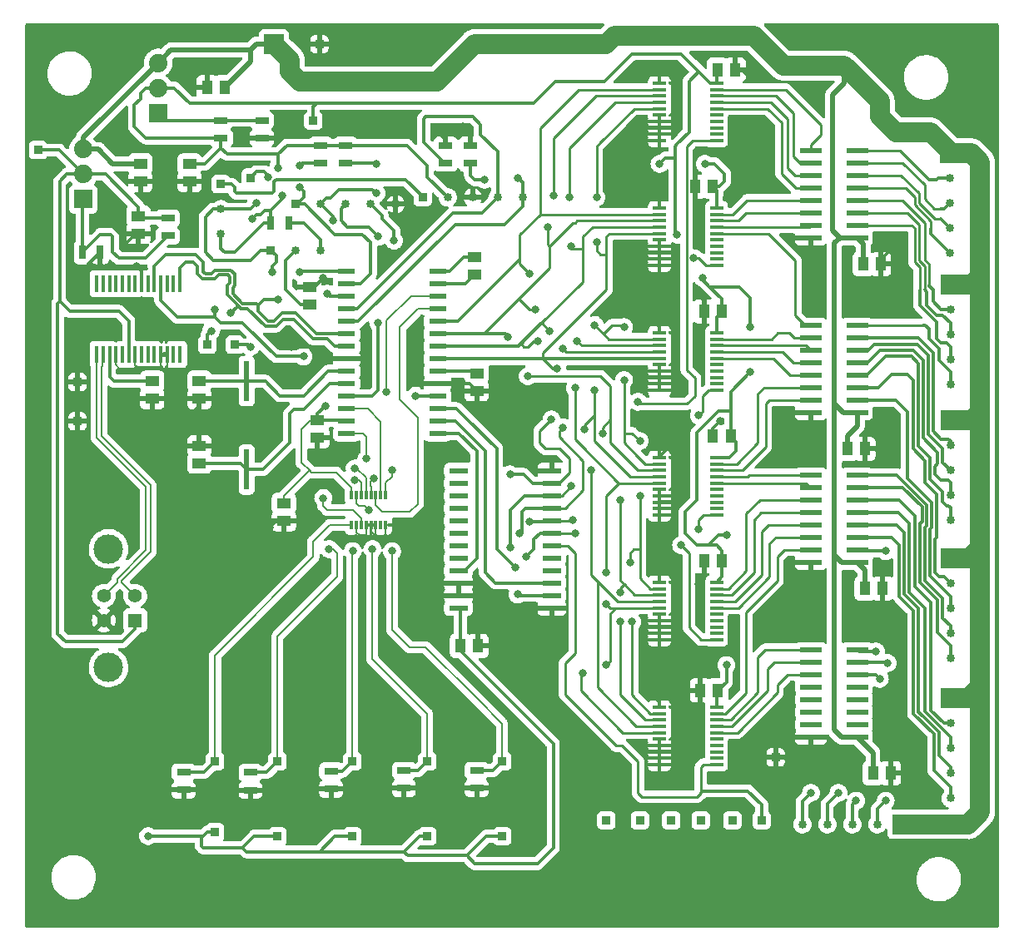
<source format=gbr>
%TF.GenerationSoftware,KiCad,Pcbnew,(6.0.2)*%
%TF.CreationDate,2023-01-31T11:03:36+01:00*%
%TF.ProjectId,schematic,73636865-6d61-4746-9963-2e6b69636164,rev?*%
%TF.SameCoordinates,Original*%
%TF.FileFunction,Copper,L1,Top*%
%TF.FilePolarity,Positive*%
%FSLAX46Y46*%
G04 Gerber Fmt 4.6, Leading zero omitted, Abs format (unit mm)*
G04 Created by KiCad (PCBNEW (6.0.2)) date 2023-01-31 11:03:36*
%MOMM*%
%LPD*%
G01*
G04 APERTURE LIST*
%TA.AperFunction,ComponentPad*%
%ADD10R,0.850000X0.850000*%
%TD*%
%TA.AperFunction,SMDPad,CuDef*%
%ADD11R,1.112000X1.447800*%
%TD*%
%TA.AperFunction,SMDPad,CuDef*%
%ADD12R,2.184400X0.558800*%
%TD*%
%TA.AperFunction,SMDPad,CuDef*%
%ADD13R,1.320800X0.355600*%
%TD*%
%TA.AperFunction,ComponentPad*%
%ADD14O,0.850000X0.850000*%
%TD*%
%TA.AperFunction,SMDPad,CuDef*%
%ADD15R,0.304800X0.972299*%
%TD*%
%TA.AperFunction,SMDPad,CuDef*%
%ADD16R,1.397000X0.758800*%
%TD*%
%TA.AperFunction,SMDPad,CuDef*%
%ADD17R,1.447800X1.112000*%
%TD*%
%TA.AperFunction,ComponentPad*%
%ADD18R,2.000000X2.000000*%
%TD*%
%TA.AperFunction,SMDPad,CuDef*%
%ADD19R,0.450000X1.750000*%
%TD*%
%TA.AperFunction,SMDPad,CuDef*%
%ADD20R,0.758800X1.397000*%
%TD*%
%TA.AperFunction,ComponentPad*%
%ADD21R,1.879600X1.879600*%
%TD*%
%TA.AperFunction,ComponentPad*%
%ADD22C,1.879600*%
%TD*%
%TA.AperFunction,SMDPad,CuDef*%
%ADD23R,1.899999X0.599999*%
%TD*%
%TA.AperFunction,ComponentPad*%
%ADD24R,1.400000X1.400000*%
%TD*%
%TA.AperFunction,ComponentPad*%
%ADD25C,1.400000*%
%TD*%
%TA.AperFunction,ComponentPad*%
%ADD26C,3.000000*%
%TD*%
%TA.AperFunction,SMDPad,CuDef*%
%ADD27R,1.759699X0.558000*%
%TD*%
%TA.AperFunction,SMDPad,CuDef*%
%ADD28R,0.609600X4.111599*%
%TD*%
%TA.AperFunction,ViaPad*%
%ADD29C,0.800000*%
%TD*%
%TA.AperFunction,Conductor*%
%ADD30C,0.300000*%
%TD*%
%TA.AperFunction,Conductor*%
%ADD31C,0.200000*%
%TD*%
%TA.AperFunction,Conductor*%
%ADD32C,0.500000*%
%TD*%
%TA.AperFunction,Conductor*%
%ADD33C,2.000000*%
%TD*%
%TA.AperFunction,Conductor*%
%ADD34C,0.250000*%
%TD*%
G04 APERTURE END LIST*
D10*
%TO.P,SW_1,1,1*%
%TO.N,3.3V*%
X74340000Y-120220000D03*
%TD*%
D11*
%TO.P,C22,1,1*%
%TO.N,GND*%
X136698900Y-113800000D03*
%TO.P,C22,2,2*%
%TO.N,12V*%
X134901100Y-113800000D03*
%TD*%
%TO.P,C17,1,1*%
%TO.N,GND*%
X117741100Y-92220000D03*
%TO.P,C17,2,2*%
%TO.N,3.3V*%
X119538900Y-92220000D03*
%TD*%
D12*
%TO.P,U14,1,1B*%
%TO.N,Q1.1*%
X128574500Y-50435100D03*
%TO.P,U14,2,2B*%
%TO.N,Q2.1*%
X128574500Y-51705100D03*
%TO.P,U14,3,3B*%
%TO.N,Q3.1*%
X128574500Y-52975100D03*
%TO.P,U14,4,4B*%
%TO.N,Q4.1*%
X128574500Y-54245100D03*
%TO.P,U14,5,5B*%
%TO.N,Q1.2*%
X128574500Y-55515100D03*
%TO.P,U14,6,6B*%
%TO.N,Q2.2*%
X128574500Y-56785100D03*
%TO.P,U14,7,7B*%
%TO.N,Q3.2*%
X128574500Y-58055100D03*
%TO.P,U14,8,E*%
%TO.N,GND*%
X128574500Y-59325100D03*
%TO.P,U14,9,COM*%
%TO.N,12V*%
X133298900Y-59325100D03*
%TO.P,U14,10,7C*%
%TO.N,PI2*%
X133298900Y-58055100D03*
%TO.P,U14,11,6C*%
%TO.N,Y2*%
X133298900Y-56785100D03*
%TO.P,U14,12,5C*%
%TO.N,O2*%
X133298900Y-55515100D03*
%TO.P,U14,13,4C*%
%TO.N,B1*%
X133298900Y-54245100D03*
%TO.P,U14,14,3C*%
%TO.N,PI1*%
X133298900Y-52975100D03*
%TO.P,U14,15,2C*%
%TO.N,Y1*%
X133298900Y-51705100D03*
%TO.P,U14,16,1C*%
%TO.N,O1*%
X133298900Y-50435100D03*
%TD*%
D11*
%TO.P,C18,1,1*%
%TO.N,GND*%
X117341100Y-105380000D03*
%TO.P,C18,2,2*%
%TO.N,3.3V*%
X119138900Y-105380000D03*
%TD*%
%TO.P,C21,1,1*%
%TO.N,GND*%
X135898900Y-95000000D03*
%TO.P,C21,2,2*%
%TO.N,12V*%
X134101100Y-95000000D03*
%TD*%
D10*
%TO.P,TP1,1,1*%
%TO.N,5V*%
X50000000Y-50400000D03*
%TD*%
%TO.P,TP1.1,1,1*%
%TO.N,P1*%
X74340000Y-112600000D03*
%TD*%
D13*
%TO.P,U9,1,OE_N*%
%TO.N,GND*%
X113204400Y-56275000D03*
%TO.P,U9,2,D0*%
%TO.N,D1*%
X113204400Y-56925001D03*
%TO.P,U9,3,D1*%
%TO.N,D2*%
X113204400Y-57574999D03*
%TO.P,U9,4,D2*%
%TO.N,D3*%
X113204400Y-58225001D03*
%TO.P,U9,5,D3*%
%TO.N,D4*%
X113204400Y-58874999D03*
%TO.P,U9,6,D4*%
%TO.N,GND*%
X113204400Y-59524998D03*
%TO.P,U9,7,D5*%
X113204400Y-60174999D03*
%TO.P,U9,8,D6*%
X113204400Y-60824998D03*
%TO.P,U9,9,D7*%
X113204400Y-61474999D03*
%TO.P,U9,10,GND*%
X113204400Y-62124998D03*
%TO.P,U9,11,LE*%
%TO.N,E2*%
X118995600Y-62125000D03*
%TO.P,U9,12,07*%
%TO.N,unconnected-(U9-Pad12)*%
X118995600Y-61475002D03*
%TO.P,U9,13,06*%
%TO.N,unconnected-(U9-Pad13)*%
X118995600Y-60825001D03*
%TO.P,U9,14,05*%
%TO.N,unconnected-(U9-Pad14)*%
X118995600Y-60175002D03*
%TO.P,U9,15,04*%
%TO.N,unconnected-(U9-Pad15)*%
X118995600Y-59525001D03*
%TO.P,U9,16,03*%
%TO.N,Q4.2*%
X118995600Y-58875002D03*
%TO.P,U9,17,02*%
%TO.N,Q3.2*%
X118995600Y-58225001D03*
%TO.P,U9,18,01*%
%TO.N,Q2.2*%
X118995600Y-57575002D03*
%TO.P,U9,19,O0*%
%TO.N,Q1.2*%
X118995600Y-56925001D03*
%TO.P,U9,20,VCC*%
%TO.N,3.3V*%
X118995600Y-56275002D03*
%TD*%
D10*
%TO.P,J1,1,Pin_1*%
%TO.N,SCL*%
X76200000Y-55880000D03*
D14*
%TO.P,J1,2,Pin_2*%
%TO.N,MOSI*%
X78740000Y-55880000D03*
%TO.P,J1,3,Pin_3*%
%TO.N,MISO*%
X81280000Y-55880000D03*
%TO.P,J1,4,Pin_4*%
%TO.N,CS*%
X83820000Y-55880000D03*
%TO.P,J1,5,Pin_5*%
%TO.N,GND*%
X86360000Y-55880000D03*
%TD*%
D15*
%TO.P,U7,1,S4*%
%TO.N,P5*%
X81849559Y-88540251D03*
%TO.P,U7,2,S6*%
%TO.N,GND*%
X82349685Y-88540251D03*
%TO.P,U7,3,D*%
%TO.N,M*%
X82849811Y-88540251D03*
%TO.P,U7,4,S7*%
%TO.N,GND*%
X83349937Y-88540251D03*
%TO.P,U7,5,S5*%
X83850063Y-88540251D03*
%TO.P,U7,6,EN*%
X84350189Y-88540251D03*
%TO.P,U7,7,NC*%
%TO.N,unconnected-(U7-Pad7)*%
X84850315Y-88540251D03*
%TO.P,U7,8,GND*%
%TO.N,GND*%
X85350441Y-88540251D03*
%TO.P,U7,9,A2*%
%TO.N,S2*%
X85350441Y-85459749D03*
%TO.P,U7,10,A1*%
%TO.N,S1*%
X84850315Y-85459749D03*
%TO.P,U7,11,A0*%
%TO.N,S0*%
X84350189Y-85459749D03*
%TO.P,U7,12,S3*%
%TO.N,P4*%
X83850063Y-85459749D03*
%TO.P,U7,13,S0*%
%TO.N,P1*%
X83349937Y-85459749D03*
%TO.P,U7,14,S1*%
%TO.N,P2*%
X82849811Y-85459749D03*
%TO.P,U7,15,S2*%
%TO.N,P3*%
X82349685Y-85459749D03*
%TO.P,U7,16,VDD*%
%TO.N,3.3V*%
X81849559Y-85459749D03*
%TD*%
D16*
%TO.P,R1,1,1*%
%TO.N,3.3V*%
X78740000Y-49899900D03*
%TO.P,R1,2,2*%
%TO.N,SCL*%
X78740000Y-51700100D03*
%TD*%
D13*
%TO.P,U11,1,OE_N*%
%TO.N,GND*%
X113204400Y-81675000D03*
%TO.P,U11,2,D0*%
%TO.N,D1*%
X113204400Y-82325001D03*
%TO.P,U11,3,D1*%
%TO.N,D2*%
X113204400Y-82974999D03*
%TO.P,U11,4,D2*%
%TO.N,D3*%
X113204400Y-83625001D03*
%TO.P,U11,5,D3*%
%TO.N,D4*%
X113204400Y-84274999D03*
%TO.P,U11,6,D4*%
%TO.N,GND*%
X113204400Y-84924998D03*
%TO.P,U11,7,D5*%
X113204400Y-85574999D03*
%TO.P,U11,8,D6*%
X113204400Y-86224998D03*
%TO.P,U11,9,D7*%
X113204400Y-86874999D03*
%TO.P,U11,10,GND*%
X113204400Y-87524998D03*
%TO.P,U11,11,LE*%
%TO.N,E4*%
X118995600Y-87525000D03*
%TO.P,U11,12,07*%
%TO.N,unconnected-(U11-Pad12)*%
X118995600Y-86875002D03*
%TO.P,U11,13,06*%
%TO.N,unconnected-(U11-Pad13)*%
X118995600Y-86225001D03*
%TO.P,U11,14,05*%
%TO.N,unconnected-(U11-Pad14)*%
X118995600Y-85575002D03*
%TO.P,U11,15,04*%
%TO.N,unconnected-(U11-Pad15)*%
X118995600Y-84925001D03*
%TO.P,U11,16,03*%
%TO.N,Q4.4*%
X118995600Y-84275002D03*
%TO.P,U11,17,02*%
%TO.N,Q3.4*%
X118995600Y-83625001D03*
%TO.P,U11,18,01*%
%TO.N,Q2.4*%
X118995600Y-82975002D03*
%TO.P,U11,19,O0*%
%TO.N,Q1.4*%
X118995600Y-82325001D03*
%TO.P,U11,20,VCC*%
%TO.N,3.3V*%
X118995600Y-81675002D03*
%TD*%
D17*
%TO.P,C3,1,1*%
%TO.N,GND*%
X66400000Y-75698900D03*
%TO.P,C3,2,2*%
%TO.N,OSCI*%
X66400000Y-73901100D03*
%TD*%
D18*
%TO.P,J11,1,Pin_1*%
%TO.N,12V*%
X137880000Y-119000000D03*
D14*
%TO.P,J11,2,Pin_2*%
%TO.N,O6*%
X135340000Y-119000000D03*
%TO.P,J11,3,Pin_3*%
%TO.N,Y6*%
X132800000Y-119000000D03*
%TO.P,J11,4,Pin_4*%
%TO.N,PI6*%
X130260000Y-119000000D03*
%TO.P,J11,5,Pin_5*%
%TO.N,B6*%
X127720000Y-119000000D03*
%TD*%
D10*
%TO.P,TP6,1,1*%
%TO.N,E1*%
X107800000Y-118600000D03*
%TD*%
%TO.P,TP2,1,1*%
%TO.N,Net-(J3-Pad2)*%
X71600000Y-53200000D03*
%TD*%
D19*
%TO.P,U5,1,TXD*%
%TO.N,RX*%
X64425000Y-64000000D03*
%TO.P,U5,2,DTR*%
%TO.N,unconnected-(U5-Pad2)*%
X63775000Y-64000000D03*
%TO.P,U5,3,RTS*%
%TO.N,unconnected-(U5-Pad3)*%
X63125000Y-64000000D03*
%TO.P,U5,4,VCCIO*%
%TO.N,3.3V*%
X62475000Y-64000000D03*
%TO.P,U5,5,RXD*%
%TO.N,tx*%
X61825000Y-64000000D03*
%TO.P,U5,6,RI*%
%TO.N,unconnected-(U5-Pad6)*%
X61175000Y-64000000D03*
%TO.P,U5,7,GND*%
%TO.N,GND*%
X60525000Y-64000000D03*
%TO.P,U5,8*%
%TO.N,N/C*%
X59875000Y-64000000D03*
%TO.P,U5,9,DCR*%
%TO.N,unconnected-(U5-Pad9)*%
X59225000Y-64000000D03*
%TO.P,U5,10,DCD*%
%TO.N,unconnected-(U5-Pad10)*%
X58575000Y-64000000D03*
%TO.P,U5,11,CTS*%
%TO.N,unconnected-(U5-Pad11)*%
X57925000Y-64000000D03*
%TO.P,U5,12,CBUS4*%
%TO.N,unconnected-(U5-Pad12)*%
X57275000Y-64000000D03*
%TO.P,U5,13,CBUS2*%
%TO.N,unconnected-(U5-Pad13)*%
X56625000Y-64000000D03*
%TO.P,U5,14,CBUS3*%
%TO.N,unconnected-(U5-Pad14)*%
X55975000Y-64000000D03*
%TO.P,U5,15,USBD+*%
%TO.N,D+*%
X55975000Y-71200000D03*
%TO.P,U5,16,USBD-*%
%TO.N,D-*%
X56625000Y-71200000D03*
%TO.P,U5,17,3V3OUT*%
%TO.N,Net-(C9-Pad2)*%
X57275000Y-71200000D03*
%TO.P,U5,18,GND*%
%TO.N,GND*%
X57925000Y-71200000D03*
%TO.P,U5,19,~{RESET}*%
%TO.N,unconnected-(U5-Pad19)*%
X58575000Y-71200000D03*
%TO.P,U5,20,VCC*%
%TO.N,5V*%
X59225000Y-71200000D03*
%TO.P,U5,21,GND*%
%TO.N,GND*%
X59875000Y-71200000D03*
%TO.P,U5,22,CBUS1*%
%TO.N,unconnected-(U5-Pad22)*%
X60525000Y-71200000D03*
%TO.P,U5,23,CBUS0*%
%TO.N,unconnected-(U5-Pad23)*%
X61175000Y-71200000D03*
%TO.P,U5,24*%
%TO.N,N/C*%
X61825000Y-71200000D03*
%TO.P,U5,25,AGND*%
%TO.N,GND*%
X62475000Y-71200000D03*
%TO.P,U5,26,TEST*%
X63125000Y-71200000D03*
%TO.P,U5,27,OSCI*%
%TO.N,unconnected-(U5-Pad27)*%
X63775000Y-71200000D03*
%TO.P,U5,28,OSCO*%
%TO.N,unconnected-(U5-Pad28)*%
X64425000Y-71200000D03*
%TD*%
D10*
%TO.P,J5,1,Pin_1*%
%TO.N,Net-(J3-Pad2)*%
X73660000Y-60600000D03*
D14*
%TO.P,J5,2,Pin_2*%
%TO.N,Net-(C6-Pad1)*%
X76200000Y-60600000D03*
%TO.P,J5,3,Pin_3*%
%TO.N,Net-(J5-Pad3)*%
X78740000Y-60600000D03*
%TD*%
D20*
%TO.P,R7,1,1*%
%TO.N,3.3V*%
X73674400Y-57800000D03*
%TO.P,R7,2,2*%
%TO.N,Net-(J5-Pad3)*%
X75474600Y-57800000D03*
%TD*%
D18*
%TO.P,J9,1,Pin_1*%
%TO.N,12V*%
X142800000Y-77902500D03*
D14*
%TO.P,J9,2,Pin_2*%
%TO.N,O3*%
X142800000Y-80442500D03*
%TO.P,J9,3,Pin_3*%
%TO.N,Y3*%
X142800000Y-82982500D03*
%TO.P,J9,4,Pin_4*%
%TO.N,PI3*%
X142800000Y-85522500D03*
%TO.P,J9,5,Pin_5*%
%TO.N,B3*%
X142800000Y-88062500D03*
%TD*%
D16*
%TO.P,R9,1,1*%
%TO.N,PGD*%
X91440000Y-51700100D03*
%TO.P,R9,2,2*%
%TO.N,GND*%
X91440000Y-49899900D03*
%TD*%
D17*
%TO.P,C7,1,1*%
%TO.N,3.3V*%
X65400000Y-51802200D03*
%TO.P,C7,2,2*%
%TO.N,GND*%
X65400000Y-53600000D03*
%TD*%
D16*
%TO.P,R8,1,1*%
%TO.N,PGC*%
X93980000Y-51700100D03*
%TO.P,R8,2,2*%
%TO.N,GND*%
X93980000Y-49899900D03*
%TD*%
D11*
%TO.P,C10,1,1*%
%TO.N,3.3V*%
X92952200Y-100850000D03*
%TO.P,C10,2,2*%
%TO.N,GND*%
X94750000Y-100850000D03*
%TD*%
D21*
%TO.P,U2,1,ADJ*%
%TO.N,Net-(R5-Pad2)*%
X62200000Y-46600000D03*
D22*
%TO.P,U2,2,OUT*%
%TO.N,3.3V*%
X62200000Y-44060000D03*
%TO.P,U2,3,IN*%
%TO.N,12V*%
X62200000Y-41520000D03*
%TD*%
D17*
%TO.P,C12,1,1*%
%TO.N,GND*%
X94600000Y-74898900D03*
%TO.P,C12,2,2*%
%TO.N,Net-(C12-Pad2)*%
X94600000Y-73101100D03*
%TD*%
%TO.P,C13,1,1*%
%TO.N,GND*%
X75000000Y-88122200D03*
%TO.P,C13,2,2*%
%TO.N,3.3V*%
X75000000Y-86324400D03*
%TD*%
D12*
%TO.P,U16,1,1B*%
%TO.N,Q3.4*%
X128574500Y-83455100D03*
%TO.P,U16,2,2B*%
%TO.N,Q4.4*%
X128574500Y-84725100D03*
%TO.P,U16,3,3B*%
%TO.N,Q1.5*%
X128574500Y-85995100D03*
%TO.P,U16,4,4B*%
%TO.N,Q2.5*%
X128574500Y-87265100D03*
%TO.P,U16,5,5B*%
%TO.N,Q3.5*%
X128574500Y-88535100D03*
%TO.P,U16,6,6B*%
%TO.N,Q4.5*%
X128574500Y-89805100D03*
%TO.P,U16,7,7B*%
%TO.N,Q1.6*%
X128574500Y-91075100D03*
%TO.P,U16,8,E*%
%TO.N,GND*%
X128574500Y-92345100D03*
%TO.P,U16,9,COM*%
%TO.N,12V*%
X133298900Y-92345100D03*
%TO.P,U16,10,7C*%
%TO.N,O6*%
X133298900Y-91075100D03*
%TO.P,U16,11,6C*%
%TO.N,B5*%
X133298900Y-89805100D03*
%TO.P,U16,12,5C*%
%TO.N,PI5*%
X133298900Y-88535100D03*
%TO.P,U16,13,4C*%
%TO.N,Y5*%
X133298900Y-87265100D03*
%TO.P,U16,14,3C*%
%TO.N,O5*%
X133298900Y-85995100D03*
%TO.P,U16,15,2C*%
%TO.N,B4*%
X133298900Y-84725100D03*
%TO.P,U16,16,1C*%
%TO.N,PI4*%
X133298900Y-83455100D03*
%TD*%
D10*
%TO.P,TP3,1,1*%
%TO.N,3.3V*%
X78000000Y-47400000D03*
%TD*%
%TO.P,TP9,1,1*%
%TO.N,E4*%
X117400000Y-118600000D03*
%TD*%
D11*
%TO.P,C14,1,1*%
%TO.N,GND*%
X120898900Y-42200000D03*
%TO.P,C14,2,2*%
%TO.N,3.3V*%
X119101100Y-42200000D03*
%TD*%
D10*
%TO.P,J15,1,Pin_1*%
%TO.N,GND*%
X54000000Y-78000000D03*
%TD*%
D16*
%TO.P,R11,1,1*%
%TO.N,GND*%
X79800000Y-115400200D03*
%TO.P,R11,2,2*%
%TO.N,P2*%
X79800000Y-113600000D03*
%TD*%
D10*
%TO.P,TP4.1,1,1*%
%TO.N,P4*%
X97200000Y-112600000D03*
%TD*%
%TO.P,J3,1,Pin_1*%
%TO.N,Net-(J3-Pad1)*%
X68600000Y-53860000D03*
D14*
%TO.P,J3,2,Pin_2*%
%TO.N,Net-(J3-Pad2)*%
X68600000Y-56400000D03*
%TO.P,J3,3,Pin_3*%
%TO.N,3.3V*%
X68600000Y-58940000D03*
%TD*%
D10*
%TO.P,SW_2,1,1*%
%TO.N,3.3V*%
X81960000Y-120220000D03*
%TD*%
D13*
%TO.P,U10,1,OE_N*%
%TO.N,GND*%
X113204400Y-68975000D03*
%TO.P,U10,2,D0*%
%TO.N,D1*%
X113204400Y-69625001D03*
%TO.P,U10,3,D1*%
%TO.N,D2*%
X113204400Y-70274999D03*
%TO.P,U10,4,D2*%
%TO.N,D3*%
X113204400Y-70925001D03*
%TO.P,U10,5,D3*%
%TO.N,D4*%
X113204400Y-71574999D03*
%TO.P,U10,6,D4*%
%TO.N,GND*%
X113204400Y-72224998D03*
%TO.P,U10,7,D5*%
X113204400Y-72874999D03*
%TO.P,U10,8,D6*%
X113204400Y-73524998D03*
%TO.P,U10,9,D7*%
X113204400Y-74174999D03*
%TO.P,U10,10,GND*%
X113204400Y-74824998D03*
%TO.P,U10,11,LE*%
%TO.N,E3*%
X118995600Y-74825000D03*
%TO.P,U10,12,07*%
%TO.N,unconnected-(U10-Pad12)*%
X118995600Y-74175002D03*
%TO.P,U10,13,06*%
%TO.N,unconnected-(U10-Pad13)*%
X118995600Y-73525001D03*
%TO.P,U10,14,05*%
%TO.N,unconnected-(U10-Pad14)*%
X118995600Y-72875002D03*
%TO.P,U10,15,04*%
%TO.N,unconnected-(U10-Pad15)*%
X118995600Y-72225001D03*
%TO.P,U10,16,03*%
%TO.N,Q4.3*%
X118995600Y-71575002D03*
%TO.P,U10,17,02*%
%TO.N,Q3.3*%
X118995600Y-70925001D03*
%TO.P,U10,18,01*%
%TO.N,Q2.3*%
X118995600Y-70275002D03*
%TO.P,U10,19,O0*%
%TO.N,Q1.3*%
X118995600Y-69625001D03*
%TO.P,U10,20,VCC*%
%TO.N,3.3V*%
X118995600Y-68975002D03*
%TD*%
D10*
%TO.P,SW_3,1,1*%
%TO.N,3.3V*%
X89580000Y-120220000D03*
%TD*%
%TO.P,TP11,1,1*%
%TO.N,E6*%
X123600000Y-118600000D03*
%TD*%
D17*
%TO.P,C4,1,1*%
%TO.N,GND*%
X66400000Y-80477800D03*
%TO.P,C4,2,2*%
%TO.N,OSCO*%
X66400000Y-82275600D03*
%TD*%
D23*
%TO.P,U6,1,LE_N*%
%TO.N,GND*%
X102250001Y-96985000D03*
%TO.P,U6,2,A0*%
%TO.N,A0*%
X102250001Y-95715000D03*
%TO.P,U6,3,A1*%
%TO.N,A1*%
X102250001Y-94445000D03*
%TO.P,U6,4,Y7*%
%TO.N,unconnected-(U6-Pad4)*%
X102250001Y-93175000D03*
%TO.P,U6,5,Y6*%
%TO.N,unconnected-(U6-Pad5)*%
X102250001Y-91905000D03*
%TO.P,U6,6,Y5*%
%TO.N,E6*%
X102250001Y-90635000D03*
%TO.P,U6,7,Y4*%
%TO.N,E5*%
X102250001Y-89365000D03*
%TO.P,U6,8,Y3*%
%TO.N,E4*%
X102250001Y-88095000D03*
%TO.P,U6,9,Y1*%
%TO.N,E2*%
X102250001Y-86825000D03*
%TO.P,U6,10,Y2*%
%TO.N,E3*%
X102250001Y-85555000D03*
%TO.P,U6,11,Y0*%
%TO.N,E1*%
X102250001Y-84285000D03*
%TO.P,U6,12,GND*%
%TO.N,GND*%
X102250001Y-83015000D03*
%TO.P,U6,13,Y13*%
%TO.N,unconnected-(U6-Pad13)*%
X92750002Y-83015000D03*
%TO.P,U6,14,Y12*%
%TO.N,unconnected-(U6-Pad14)*%
X92750002Y-84285000D03*
%TO.P,U6,15,Y15*%
%TO.N,unconnected-(U6-Pad15)*%
X92750002Y-85555000D03*
%TO.P,U6,16,Y14*%
%TO.N,unconnected-(U6-Pad16)*%
X92750002Y-86825000D03*
%TO.P,U6,17,Y9*%
%TO.N,unconnected-(U6-Pad17)*%
X92750002Y-88095000D03*
%TO.P,U6,18,Y8*%
%TO.N,unconnected-(U6-Pad18)*%
X92750002Y-89365000D03*
%TO.P,U6,19,Y11*%
%TO.N,unconnected-(U6-Pad19)*%
X92750002Y-90635000D03*
%TO.P,U6,20,Y10*%
%TO.N,unconnected-(U6-Pad20)*%
X92750002Y-91905000D03*
%TO.P,U6,21,A2*%
%TO.N,A2*%
X92750002Y-93175000D03*
%TO.P,U6,22,A3*%
%TO.N,GND*%
X92750002Y-94445000D03*
%TO.P,U6,23,E_N*%
X92750002Y-95715000D03*
%TO.P,U6,24,VCC*%
%TO.N,3.3V*%
X92750002Y-96985000D03*
%TD*%
D10*
%TO.P,J14,1,Pin_1*%
%TO.N,GND*%
X54000000Y-74000000D03*
%TD*%
D18*
%TO.P,J7,1,Pin_1*%
%TO.N,12V*%
X142740000Y-50702500D03*
D14*
%TO.P,J7,2,Pin_2*%
%TO.N,O1*%
X142740000Y-53242500D03*
%TO.P,J7,3,Pin_3*%
%TO.N,Y1*%
X142740000Y-55782500D03*
%TO.P,J7,4,Pin_4*%
%TO.N,PI1*%
X142740000Y-58322500D03*
%TO.P,J7,5,Pin_5*%
%TO.N,B1*%
X142740000Y-60862500D03*
%TD*%
D10*
%TO.P,SW_5,1,1*%
%TO.N,3.3V*%
X68000000Y-119800000D03*
%TD*%
D17*
%TO.P,C1,1,1*%
%TO.N,12V*%
X60400000Y-51800000D03*
%TO.P,C1,2,2*%
%TO.N,GND*%
X60400000Y-53597800D03*
%TD*%
D11*
%TO.P,C20,1,1*%
%TO.N,GND*%
X134098900Y-80800000D03*
%TO.P,C20,2,2*%
%TO.N,12V*%
X132301100Y-80800000D03*
%TD*%
D21*
%TO.P,U1,1,ADJ*%
%TO.N,Net-(R3-Pad1)*%
X54600000Y-55400000D03*
D22*
%TO.P,U1,2,OUT*%
%TO.N,5V*%
X54600000Y-52860000D03*
%TO.P,U1,3,IN*%
%TO.N,12V*%
X54600000Y-50320000D03*
%TD*%
D20*
%TO.P,R4,1,1*%
%TO.N,GND*%
X56325600Y-60800000D03*
%TO.P,R4,2,2*%
%TO.N,Net-(R3-Pad1)*%
X54525400Y-60800000D03*
%TD*%
D10*
%TO.P,TP2.1,1,1*%
%TO.N,P2*%
X81960000Y-112600000D03*
%TD*%
%TO.P,TP5.1,1,1*%
%TO.N,P5*%
X68000000Y-112600000D03*
%TD*%
D13*
%TO.P,U13,1,OE_N*%
%TO.N,GND*%
X113204400Y-107075000D03*
%TO.P,U13,2,D0*%
%TO.N,D1*%
X113204400Y-107725001D03*
%TO.P,U13,3,D1*%
%TO.N,D2*%
X113204400Y-108374999D03*
%TO.P,U13,4,D2*%
%TO.N,D3*%
X113204400Y-109025001D03*
%TO.P,U13,5,D3*%
%TO.N,D4*%
X113204400Y-109674999D03*
%TO.P,U13,6,D4*%
%TO.N,GND*%
X113204400Y-110324998D03*
%TO.P,U13,7,D5*%
X113204400Y-110974999D03*
%TO.P,U13,8,D6*%
X113204400Y-111624998D03*
%TO.P,U13,9,D7*%
X113204400Y-112274999D03*
%TO.P,U13,10,GND*%
X113204400Y-112924998D03*
%TO.P,U13,11,LE*%
%TO.N,E6*%
X118995600Y-112925000D03*
%TO.P,U13,12,07*%
%TO.N,unconnected-(U13-Pad12)*%
X118995600Y-112275002D03*
%TO.P,U13,13,06*%
%TO.N,unconnected-(U13-Pad13)*%
X118995600Y-111625001D03*
%TO.P,U13,14,05*%
%TO.N,unconnected-(U13-Pad14)*%
X118995600Y-110975002D03*
%TO.P,U13,15,04*%
%TO.N,unconnected-(U13-Pad15)*%
X118995600Y-110325001D03*
%TO.P,U13,16,03*%
%TO.N,Q4.6*%
X118995600Y-109675002D03*
%TO.P,U13,17,02*%
%TO.N,Q3.6*%
X118995600Y-109025001D03*
%TO.P,U13,18,01*%
%TO.N,Q2.6*%
X118995600Y-108375002D03*
%TO.P,U13,19,O0*%
%TO.N,Q1.6*%
X118995600Y-107725001D03*
%TO.P,U13,20,VCC*%
%TO.N,3.3V*%
X118995600Y-107075002D03*
%TD*%
D10*
%TO.P,SW_4,1,1*%
%TO.N,3.3V*%
X97200000Y-120220000D03*
%TD*%
D17*
%TO.P,C11,1,1*%
%TO.N,Net-(C11-Pad1)*%
X94400000Y-61277800D03*
%TO.P,C11,2,2*%
%TO.N,Net-(C11-Pad2)*%
X94400000Y-63075600D03*
%TD*%
D16*
%TO.P,R5,1,1*%
%TO.N,GND*%
X72759900Y-49160100D03*
%TO.P,R5,2,2*%
%TO.N,Net-(R5-Pad2)*%
X72759900Y-47359900D03*
%TD*%
D13*
%TO.P,U12,1,OE_N*%
%TO.N,GND*%
X113204400Y-94375000D03*
%TO.P,U12,2,D0*%
%TO.N,D1*%
X113204400Y-95025001D03*
%TO.P,U12,3,D1*%
%TO.N,D2*%
X113204400Y-95674999D03*
%TO.P,U12,4,D2*%
%TO.N,D3*%
X113204400Y-96325001D03*
%TO.P,U12,5,D3*%
%TO.N,D4*%
X113204400Y-96974999D03*
%TO.P,U12,6,D4*%
%TO.N,GND*%
X113204400Y-97624998D03*
%TO.P,U12,7,D5*%
X113204400Y-98274999D03*
%TO.P,U12,8,D6*%
X113204400Y-98924998D03*
%TO.P,U12,9,D7*%
X113204400Y-99574999D03*
%TO.P,U12,10,GND*%
X113204400Y-100224998D03*
%TO.P,U12,11,LE*%
%TO.N,E5*%
X118995600Y-100225000D03*
%TO.P,U12,12,07*%
%TO.N,unconnected-(U12-Pad12)*%
X118995600Y-99575002D03*
%TO.P,U12,13,06*%
%TO.N,unconnected-(U12-Pad13)*%
X118995600Y-98925001D03*
%TO.P,U12,14,05*%
%TO.N,unconnected-(U12-Pad14)*%
X118995600Y-98275002D03*
%TO.P,U12,15,04*%
%TO.N,unconnected-(U12-Pad15)*%
X118995600Y-97625001D03*
%TO.P,U12,16,03*%
%TO.N,Q4.5*%
X118995600Y-96975002D03*
%TO.P,U12,17,02*%
%TO.N,Q3.5*%
X118995600Y-96325001D03*
%TO.P,U12,18,01*%
%TO.N,Q2.5*%
X118995600Y-95675002D03*
%TO.P,U12,19,O0*%
%TO.N,Q1.5*%
X118995600Y-95025001D03*
%TO.P,U12,20,VCC*%
%TO.N,3.3V*%
X118995600Y-94375002D03*
%TD*%
D11*
%TO.P,C16,1,1*%
%TO.N,GND*%
X117741100Y-66820000D03*
%TO.P,C16,2,2*%
%TO.N,3.3V*%
X119538900Y-66820000D03*
%TD*%
D17*
%TO.P,C2,1,1*%
%TO.N,GND*%
X60200000Y-58898900D03*
%TO.P,C2,2,2*%
%TO.N,5V*%
X60200000Y-57101100D03*
%TD*%
D18*
%TO.P,J2,1,Pin_1*%
%TO.N,12V*%
X74000000Y-39600000D03*
%TD*%
D11*
%TO.P,C15,1,1*%
%TO.N,GND*%
X116842200Y-54120000D03*
%TO.P,C15,2,2*%
%TO.N,3.3V*%
X118640000Y-54120000D03*
%TD*%
D16*
%TO.P,R6,1,1*%
%TO.N,Net-(R5-Pad2)*%
X68600000Y-47359900D03*
%TO.P,R6,2,2*%
%TO.N,3.3V*%
X68600000Y-49160100D03*
%TD*%
D24*
%TO.P,UART,1,VBUS*%
%TO.N,5V*%
X59882500Y-98250000D03*
D25*
%TO.P,UART,2,D-*%
%TO.N,D-*%
X59882500Y-95750000D03*
%TO.P,UART,3,D+*%
%TO.N,D+*%
X56682500Y-95750000D03*
%TO.P,UART,4,GND*%
%TO.N,GND*%
X56682500Y-98250000D03*
D26*
%TO.P,UART,5,Shield*%
%TO.N,unconnected-(J6-Pad5)*%
X57172500Y-103020000D03*
X57172500Y-90980000D03*
%TD*%
D10*
%TO.P,J13,1,Pin_1*%
%TO.N,GND*%
X78600000Y-39600000D03*
%TD*%
D16*
%TO.P,R2,1,1*%
%TO.N,3.3V*%
X81280000Y-49899900D03*
%TO.P,R2,2,2*%
%TO.N,MOSI*%
X81280000Y-51700100D03*
%TD*%
D27*
%TO.P,U3,1,\u002AMCLR*%
%TO.N,Net-(J3-Pad2)*%
X81373649Y-62745000D03*
%TO.P,U3,2,VREF+/CVREF+/AN0/C3INC/RP26/CTED1/RA0*%
%TO.N,SCL*%
X81373649Y-64015000D03*
%TO.P,U3,3,VREF-/CVREF-/AN1/C3IND/RP27/CTED2/RA1*%
%TO.N,MOSI*%
X81373649Y-65285000D03*
%TO.P,U3,4,PGD1/AN2/CTCMP/C2INB/RP0/RB0*%
%TO.N,PGD*%
X81373649Y-66555000D03*
%TO.P,U3,5,PGC1/AN1-/AN3/C2INA/RP1/CTED12/RB1*%
%TO.N,PGC*%
X81373649Y-67825000D03*
%TO.P,U3,6,AN4/C1INB/RP2/SDA2/CTED13/RB2*%
%TO.N,tx*%
X81373649Y-69095000D03*
%TO.P,U3,7,AN5/C1INA/RP3/SCL2/CTED8/RB3*%
%TO.N,RX*%
X81373649Y-70365000D03*
%TO.P,U3,8,VSS*%
%TO.N,GND*%
X81373649Y-71635000D03*
%TO.P,U3,9,OSCI/CLKI/C1IND/RA2*%
%TO.N,OSCI*%
X81373649Y-72905000D03*
%TO.P,U3,10,OSCO/CLKO/C2IND/RA3*%
%TO.N,OSCO*%
X81373649Y-74175000D03*
%TO.P,U3,11,SOSCI/RP4/RB4*%
%TO.N,MISO*%
X81373649Y-75445000D03*
%TO.P,U3,12,SOSCO/PWRLCLK/RA4*%
%TO.N,S1*%
X81373649Y-76715000D03*
%TO.P,U3,13,VDD*%
%TO.N,3.3V*%
X81373649Y-77985000D03*
%TO.P,U3,14,PGD3/RP5/ASDA1/OCM1E/RB5*%
%TO.N,S2*%
X81373649Y-79255000D03*
%TO.P,U3,15,PGC3/RP6/ASCL1/OCM1F/RB6*%
%TO.N,A2*%
X90626351Y-79255000D03*
%TO.P,U3,16,RP7/OCM1A/CTED3/INT0/RB7*%
%TO.N,A1*%
X90626351Y-77985000D03*
%TO.P,U3,17,TCK/RP8/SCL1/OCM1B/CTED10/RB8*%
%TO.N,A0*%
X90626351Y-76715000D03*
%TO.P,U3,18,TDO/C1INC/C2INC/C3INC/TMPRN/RP9/SDA1/T1CK/CTED4/RB9*%
%TO.N,CS*%
X90626351Y-75445000D03*
%TO.P,U3,19,VSS*%
%TO.N,GND*%
X90626351Y-74175000D03*
%TO.P,U3,20,VCAP*%
%TO.N,Net-(C12-Pad2)*%
X90626351Y-72905000D03*
%TO.P,U3,21,PGD2/TDI/RP10/OCM1C/CTED11/RB10*%
%TO.N,D4*%
X90626351Y-71635000D03*
%TO.P,U3,22,PGC2/TMS/REFI1/RP11/CTED9/RB11*%
%TO.N,D3*%
X90626351Y-70365000D03*
%TO.P,U3,23,AN8/LVDIN/RP12/RB12*%
%TO.N,D2*%
X90626351Y-69095000D03*
%TO.P,U3,24,AN7/C1INC/RP13/OCM1D/CTPLS/RB13*%
%TO.N,D1*%
X90626351Y-67825000D03*
%TO.P,U3,25,CVREF/AN6/C3INB/RP14/CTED5/RB14*%
%TO.N,S0*%
X90626351Y-66555000D03*
%TO.P,U3,26,AN9/C3INA/RP15/CTED6/RB15*%
%TO.N,M*%
X90626351Y-65285000D03*
%TO.P,U3,27,AVSS/VSS*%
%TO.N,Net-(C11-Pad2)*%
X90626351Y-64015000D03*
%TO.P,U3,28,AVDD/VDD*%
%TO.N,Net-(C11-Pad1)*%
X90626351Y-62745000D03*
%TD*%
D10*
%TO.P,TP10,1,1*%
%TO.N,E5*%
X120600000Y-118600000D03*
%TD*%
D18*
%TO.P,J12,1,Pin_1*%
%TO.N,12V*%
X142800000Y-91902500D03*
D14*
%TO.P,J12,2,Pin_2*%
%TO.N,O4*%
X142800000Y-94442500D03*
%TO.P,J12,3,Pin_3*%
%TO.N,Y4*%
X142800000Y-96982500D03*
%TO.P,J12,4,Pin_4*%
%TO.N,PI4*%
X142800000Y-99522500D03*
%TO.P,J12,5,Pin_5*%
%TO.N,B4*%
X142800000Y-102062500D03*
%TD*%
D11*
%TO.P,C19,1,1*%
%TO.N,GND*%
X135698900Y-62000000D03*
%TO.P,C19,2,2*%
%TO.N,12V*%
X133901100Y-62000000D03*
%TD*%
D10*
%TO.P,TP5,1,1*%
%TO.N,RX*%
X67200000Y-70200000D03*
%TD*%
D16*
%TO.P,R12,1,1*%
%TO.N,GND*%
X87200000Y-115325600D03*
%TO.P,R12,2,2*%
%TO.N,P3*%
X87200000Y-113525400D03*
%TD*%
D13*
%TO.P,U8,1,OE_N*%
%TO.N,GND*%
X113204400Y-43575000D03*
%TO.P,U8,2,D0*%
%TO.N,D1*%
X113204400Y-44225001D03*
%TO.P,U8,3,D1*%
%TO.N,D2*%
X113204400Y-44874999D03*
%TO.P,U8,4,D2*%
%TO.N,D3*%
X113204400Y-45525001D03*
%TO.P,U8,5,D3*%
%TO.N,D4*%
X113204400Y-46174999D03*
%TO.P,U8,6,D4*%
%TO.N,GND*%
X113204400Y-46824998D03*
%TO.P,U8,7,D5*%
X113204400Y-47474999D03*
%TO.P,U8,8,D6*%
X113204400Y-48124998D03*
%TO.P,U8,9,D7*%
X113204400Y-48774999D03*
%TO.P,U8,10,GND*%
X113204400Y-49424998D03*
%TO.P,U8,11,LE*%
%TO.N,E1*%
X118995600Y-49425000D03*
%TO.P,U8,12,07*%
%TO.N,unconnected-(U8-Pad12)*%
X118995600Y-48775002D03*
%TO.P,U8,13,06*%
%TO.N,unconnected-(U8-Pad13)*%
X118995600Y-48125001D03*
%TO.P,U8,14,05*%
%TO.N,unconnected-(U8-Pad14)*%
X118995600Y-47475002D03*
%TO.P,U8,15,04*%
%TO.N,unconnected-(U8-Pad15)*%
X118995600Y-46825001D03*
%TO.P,U8,16,03*%
%TO.N,Q4.1*%
X118995600Y-46175002D03*
%TO.P,U8,17,02*%
%TO.N,Q3.1*%
X118995600Y-45525001D03*
%TO.P,U8,18,01*%
%TO.N,Q2.1*%
X118995600Y-44875002D03*
%TO.P,U8,19,O0*%
%TO.N,Q1.1*%
X118995600Y-44225001D03*
%TO.P,U8,20,VCC*%
%TO.N,3.3V*%
X118995600Y-43575002D03*
%TD*%
D16*
%TO.P,R10,1,1*%
%TO.N,GND*%
X71600000Y-115525600D03*
%TO.P,R10,2,2*%
%TO.N,P1*%
X71600000Y-113725400D03*
%TD*%
D10*
%TO.P,TP7,1,1*%
%TO.N,E2*%
X111200000Y-118600000D03*
%TD*%
D18*
%TO.P,J8,1,Pin_1*%
%TO.N,12V*%
X142800000Y-64102500D03*
D14*
%TO.P,J8,2,Pin_2*%
%TO.N,O2*%
X142800000Y-66642500D03*
%TO.P,J8,3,Pin_3*%
%TO.N,Y2*%
X142800000Y-69182500D03*
%TO.P,J8,4,Pin_4*%
%TO.N,PI2*%
X142800000Y-71722500D03*
%TO.P,J8,5,Pin_5*%
%TO.N,B2*%
X142800000Y-74262500D03*
%TD*%
D17*
%TO.P,C9,1,1*%
%TO.N,GND*%
X61600000Y-75698900D03*
%TO.P,C9,2,2*%
%TO.N,Net-(C9-Pad2)*%
X61600000Y-73901100D03*
%TD*%
D16*
%TO.P,R14,1,1*%
%TO.N,GND*%
X64800000Y-115500100D03*
%TO.P,R14,2,2*%
%TO.N,P5*%
X64800000Y-113699900D03*
%TD*%
D18*
%TO.P,J10,1,Pin_1*%
%TO.N,12V*%
X142800000Y-106190000D03*
D14*
%TO.P,J10,2,Pin_2*%
%TO.N,O5*%
X142800000Y-108730000D03*
%TO.P,J10,3,Pin_3*%
%TO.N,Y5*%
X142800000Y-111270000D03*
%TO.P,J10,4,Pin_4*%
%TO.N,PI5*%
X142800000Y-113810000D03*
%TO.P,J10,5,Pin_5*%
%TO.N,B5*%
X142800000Y-116350000D03*
%TD*%
D28*
%TO.P,U4,1,1*%
%TO.N,OSCI*%
X71200000Y-73905800D03*
%TO.P,U4,2,2*%
%TO.N,OSCO*%
X71200000Y-82894200D03*
%TD*%
D16*
%TO.P,R3,1,1*%
%TO.N,Net-(R3-Pad1)*%
X63200000Y-59125600D03*
%TO.P,R3,2,2*%
%TO.N,5V*%
X63200000Y-57325400D03*
%TD*%
D10*
%TO.P,TP4,1,1*%
%TO.N,tx*%
X70000000Y-70200000D03*
%TD*%
D17*
%TO.P,C5,1,1*%
%TO.N,3.3V*%
X78400000Y-77901100D03*
%TO.P,C5,2,2*%
%TO.N,GND*%
X78400000Y-79698900D03*
%TD*%
D10*
%TO.P,J16,1,Pin_1*%
%TO.N,GND*%
X125000000Y-112200000D03*
%TD*%
D11*
%TO.P,0.1uF1,1,1*%
%TO.N,GND*%
X118640000Y-79520000D03*
%TO.P,0.1uF1,2,2*%
%TO.N,3.3V*%
X120437800Y-79520000D03*
%TD*%
D10*
%TO.P,TP3.1,1,1*%
%TO.N,P3*%
X89580000Y-112600000D03*
%TD*%
%TO.P,TP8,1,1*%
%TO.N,E3*%
X114400000Y-118600000D03*
%TD*%
D17*
%TO.P,C6,1,1*%
%TO.N,Net-(C6-Pad1)*%
X77600000Y-66098900D03*
%TO.P,C6,2,2*%
%TO.N,GND*%
X77600000Y-64301100D03*
%TD*%
D16*
%TO.P,R13,1,1*%
%TO.N,GND*%
X94600000Y-115325600D03*
%TO.P,R13,2,2*%
%TO.N,P4*%
X94600000Y-113525400D03*
%TD*%
D10*
%TO.P,J4,1,Pin_1*%
%TO.N,Net-(J3-Pad1)*%
X89120000Y-55200000D03*
D14*
%TO.P,J4,2,Pin_2*%
%TO.N,3.3V*%
X91660000Y-55200000D03*
%TO.P,J4,3,Pin_3*%
%TO.N,GND*%
X94200000Y-55200000D03*
%TO.P,J4,4,Pin_4*%
%TO.N,PGD*%
X96740000Y-55200000D03*
%TO.P,J4,5,Pin_5*%
%TO.N,PGC*%
X99280000Y-55200000D03*
%TD*%
D12*
%TO.P,U15,1,1B*%
%TO.N,Q4.2*%
X128574500Y-68215100D03*
%TO.P,U15,2,2B*%
%TO.N,Q1.3*%
X128574500Y-69485100D03*
%TO.P,U15,3,3B*%
%TO.N,Q2.3*%
X128574500Y-70755100D03*
%TO.P,U15,4,4B*%
%TO.N,Q3.3*%
X128574500Y-72025100D03*
%TO.P,U15,5,5B*%
%TO.N,Q4.3*%
X128574500Y-73295100D03*
%TO.P,U15,6,6B*%
%TO.N,Q1.4*%
X128574500Y-74565100D03*
%TO.P,U15,7,7B*%
%TO.N,Q2.4*%
X128574500Y-75835100D03*
%TO.P,U15,8,E*%
%TO.N,GND*%
X128574500Y-77105100D03*
%TO.P,U15,9,COM*%
%TO.N,12V*%
X133298900Y-77105100D03*
%TO.P,U15,10,7C*%
%TO.N,Y4*%
X133298900Y-75835100D03*
%TO.P,U15,11,6C*%
%TO.N,O4*%
X133298900Y-74565100D03*
%TO.P,U15,12,5C*%
%TO.N,B3*%
X133298900Y-73295100D03*
%TO.P,U15,13,4C*%
%TO.N,PI3*%
X133298900Y-72025100D03*
%TO.P,U15,14,3C*%
%TO.N,Y3*%
X133298900Y-70755100D03*
%TO.P,U15,15,2C*%
%TO.N,O3*%
X133298900Y-69485100D03*
%TO.P,U15,16,1C*%
%TO.N,B2*%
X133298900Y-68215100D03*
%TD*%
%TO.P,U17,1,1B*%
%TO.N,Q2.6*%
X128574500Y-101235100D03*
%TO.P,U17,2,2B*%
%TO.N,Q3.6*%
X128574500Y-102505100D03*
%TO.P,U17,3,3B*%
%TO.N,Q4.6*%
X128574500Y-103775100D03*
%TO.P,U17,4,4B*%
%TO.N,unconnected-(U17-Pad4)*%
X128574500Y-105045100D03*
%TO.P,U17,5,5B*%
%TO.N,unconnected-(U17-Pad5)*%
X128574500Y-106315100D03*
%TO.P,U17,6,6B*%
%TO.N,unconnected-(U17-Pad6)*%
X128574500Y-107585100D03*
%TO.P,U17,7,7B*%
%TO.N,unconnected-(U17-Pad7)*%
X128574500Y-108855100D03*
%TO.P,U17,8,E*%
%TO.N,GND*%
X128574500Y-110125100D03*
%TO.P,U17,9,COM*%
%TO.N,12V*%
X133298900Y-110125100D03*
%TO.P,U17,10,7C*%
%TO.N,unconnected-(U17-Pad10)*%
X133298900Y-108855100D03*
%TO.P,U17,11,6C*%
%TO.N,unconnected-(U17-Pad11)*%
X133298900Y-107585100D03*
%TO.P,U17,12,5C*%
%TO.N,unconnected-(U17-Pad12)*%
X133298900Y-106315100D03*
%TO.P,U17,13,4C*%
%TO.N,unconnected-(U17-Pad13)*%
X133298900Y-105045100D03*
%TO.P,U17,14,3C*%
%TO.N,B6*%
X133298900Y-103775100D03*
%TO.P,U17,15,2C*%
%TO.N,PI6*%
X133298900Y-102505100D03*
%TO.P,U17,16,1C*%
%TO.N,Y6*%
X133298900Y-101235100D03*
%TD*%
D11*
%TO.P,C8,1,1*%
%TO.N,12V*%
X69000000Y-44000000D03*
%TO.P,C8,2,2*%
%TO.N,GND*%
X67202200Y-44000000D03*
%TD*%
D29*
%TO.N,GND*%
X84800000Y-90000000D03*
X128800000Y-61400000D03*
X119400000Y-78000000D03*
X117200000Y-94600000D03*
X128400000Y-93800000D03*
X57250500Y-57800000D03*
X93200000Y-48000000D03*
X113400000Y-42000000D03*
X78200000Y-81200000D03*
X114800000Y-105200000D03*
X82000000Y-40400000D03*
X60800000Y-77600000D03*
X117000000Y-56800000D03*
X112800000Y-92400000D03*
X127200000Y-113600000D03*
X60000000Y-62200000D03*
X64600000Y-55400000D03*
X90400000Y-48400000D03*
X122600000Y-43200000D03*
X65200000Y-77600000D03*
X137200000Y-60000000D03*
X75800000Y-70400000D03*
X135400000Y-92800000D03*
X134600000Y-79000000D03*
X112400000Y-105800000D03*
X79000000Y-63400000D03*
X114800000Y-80000000D03*
X96600000Y-75200000D03*
X112400000Y-67600000D03*
X117000000Y-65000000D03*
X54600000Y-80600000D03*
X58800000Y-60000000D03*
X75200000Y-48200000D03*
X73600000Y-88800000D03*
X62600000Y-53400000D03*
X66600000Y-42000000D03*
X53800000Y-62400000D03*
X84800000Y-40000000D03*
X53600000Y-71800000D03*
X112000000Y-54400000D03*
X126000000Y-77400000D03*
X63800000Y-73200000D03*
%TO.N,3.3V*%
X115000000Y-59000000D03*
X71800000Y-57400000D03*
X117600000Y-63400000D03*
X77000000Y-71400000D03*
X122400000Y-73000000D03*
X120000000Y-89600000D03*
X113200000Y-51800000D03*
X122400000Y-68400000D03*
X61200000Y-120200000D03*
X74800000Y-55000000D03*
X68000000Y-66600000D03*
X120000000Y-102800000D03*
X74400000Y-52200000D03*
X117800000Y-51800000D03*
X79200000Y-76400000D03*
%TO.N,SCL*%
X76600000Y-54200000D03*
X76600000Y-52000000D03*
%TO.N,MOSI*%
X80000000Y-57600000D03*
X84400000Y-54800000D03*
X84400000Y-51800000D03*
X79400000Y-65000000D03*
%TO.N,MISO*%
X84600000Y-68000000D03*
X84600000Y-59200000D03*
%TO.N,CS*%
X86200000Y-59600000D03*
X88400000Y-75400000D03*
%TO.N,PGC*%
X95400000Y-53400000D03*
X98800000Y-53200000D03*
%TO.N,O6*%
X136200000Y-91200000D03*
X136200000Y-116600000D03*
%TO.N,Y6*%
X135200000Y-101400000D03*
X133200000Y-116600000D03*
%TO.N,PI6*%
X136400000Y-102600000D03*
X131400000Y-115800000D03*
%TO.N,B6*%
X135600000Y-104200000D03*
X128600000Y-115800000D03*
%TO.N,P1*%
X82200000Y-82800000D03*
X79600000Y-91000000D03*
%TO.N,P2*%
X82000000Y-91200000D03*
X82200000Y-84000000D03*
%TO.N,P3*%
X83600000Y-87000000D03*
X84000000Y-91000000D03*
%TO.N,P4*%
X86000000Y-91200000D03*
X84150815Y-83800000D03*
%TO.N,A0*%
X98750000Y-95600000D03*
X98500000Y-92850000D03*
%TO.N,RX*%
X69600000Y-67000000D03*
X67600000Y-68800000D03*
%TO.N,D4*%
X107800000Y-93400000D03*
X107800000Y-96600000D03*
X107800000Y-102800000D03*
X104600000Y-74600000D03*
X105400000Y-103600000D03*
X106800000Y-59800000D03*
X102800000Y-72600000D03*
X106800000Y-55200000D03*
%TO.N,D3*%
X104000000Y-55200000D03*
X102000000Y-68800000D03*
X106200000Y-83000000D03*
X105600000Y-78800000D03*
X103400000Y-70600000D03*
X100800000Y-69800000D03*
X106600000Y-74800000D03*
X104200000Y-60200000D03*
%TO.N,D2*%
X109200000Y-95400000D03*
X102400000Y-55000000D03*
X104800000Y-69800000D03*
X109200000Y-86000000D03*
X100600000Y-66600000D03*
X99800000Y-73400000D03*
X97800000Y-69400000D03*
X101800000Y-58200000D03*
X107400000Y-79200000D03*
X109200000Y-98400000D03*
%TO.N,D1*%
X111200000Y-80000000D03*
X111200000Y-85600000D03*
X110400000Y-98400000D03*
X100000000Y-63000000D03*
X109600000Y-68400000D03*
X106600000Y-68200000D03*
X109600000Y-73800000D03*
X110200000Y-92400000D03*
%TO.N,E5*%
X99600000Y-91800000D03*
X104600000Y-89400000D03*
X115400000Y-90600000D03*
%TO.N,E4*%
X117200000Y-89000000D03*
X100000000Y-88200000D03*
X104400000Y-88000000D03*
%TO.N,E2*%
X99000000Y-89400000D03*
X103400000Y-78600000D03*
X116686189Y-61400000D03*
%TO.N,E3*%
X117200000Y-77400000D03*
X104200000Y-84600000D03*
X98000000Y-90800000D03*
%TO.N,E1*%
X102200000Y-77800000D03*
X98000000Y-83400000D03*
X111000000Y-76000000D03*
%TO.N,Net-(J3-Pad2)*%
X76600000Y-62800000D03*
X73376378Y-53184252D03*
X73800000Y-62800000D03*
X72200000Y-55800000D03*
%TO.N,tx*%
X71600000Y-70400000D03*
X74400000Y-65600000D03*
%TO.N,M*%
X85450000Y-75000000D03*
X79000000Y-85800000D03*
%TO.N,S2*%
X83400000Y-81800000D03*
X86000000Y-83000000D03*
%TD*%
D30*
%TO.N,3.3V*%
X64200000Y-67400000D02*
X68000000Y-67400000D01*
X62475000Y-65675000D02*
X64200000Y-67400000D01*
X62475000Y-64000000D02*
X62475000Y-65675000D01*
%TO.N,GND*%
X61600000Y-76800000D02*
X60800000Y-77600000D01*
X54000000Y-72200000D02*
X53600000Y-71800000D01*
D31*
X82349685Y-88540251D02*
X82349685Y-89277696D01*
D30*
X121600000Y-42200000D02*
X122600000Y-43200000D01*
D32*
X67202200Y-44000000D02*
X67202200Y-42602200D01*
D30*
X128574500Y-61174500D02*
X128800000Y-61400000D01*
X125800000Y-112200000D02*
X127200000Y-113600000D01*
X62402200Y-53597800D02*
X62600000Y-53400000D01*
X78098900Y-64301100D02*
X79000000Y-63400000D01*
X54725600Y-62400000D02*
X53800000Y-62400000D01*
X75000000Y-88122200D02*
X74277800Y-88122200D01*
D31*
X62475000Y-72475000D02*
X62600000Y-72600000D01*
D30*
X78400000Y-81000000D02*
X78200000Y-81200000D01*
D31*
X83800000Y-90000000D02*
X84800000Y-90000000D01*
X85350441Y-88540251D02*
X85350441Y-89449559D01*
D30*
X114980000Y-105380000D02*
X114800000Y-105200000D01*
D31*
X84350189Y-88540251D02*
X84350189Y-89550189D01*
D30*
X93876100Y-74175000D02*
X94600000Y-74898900D01*
X118640000Y-79520000D02*
X118640000Y-78760000D01*
X113204400Y-94375000D02*
X113204400Y-92804400D01*
X128574500Y-59325100D02*
X128574500Y-61174500D01*
D32*
X78600000Y-39600000D02*
X81200000Y-39600000D01*
D31*
X62475000Y-71200000D02*
X62475000Y-72475000D01*
X83299874Y-89600000D02*
X83349937Y-89549937D01*
X63050000Y-72600000D02*
X63125000Y-72525000D01*
D30*
X113204400Y-106604400D02*
X112400000Y-105800000D01*
X126294900Y-77105100D02*
X126000000Y-77400000D01*
D31*
X85350441Y-89449559D02*
X84800000Y-90000000D01*
D30*
X54000000Y-80000000D02*
X54600000Y-80600000D01*
X65400000Y-54600000D02*
X64600000Y-55400000D01*
D31*
X63125000Y-71200000D02*
X63125000Y-72525000D01*
X93980000Y-49899900D02*
X93980000Y-48780000D01*
X82349685Y-89277696D02*
X82671989Y-89600000D01*
D30*
X117741100Y-92220000D02*
X117741100Y-94058900D01*
X94600000Y-74898900D02*
X96298900Y-74898900D01*
X118640000Y-78760000D02*
X119400000Y-78000000D01*
X128574500Y-93625500D02*
X128400000Y-93800000D01*
X78400000Y-79698900D02*
X78400000Y-81000000D01*
X134098900Y-79501100D02*
X134600000Y-79000000D01*
D31*
X93980000Y-48780000D02*
X93200000Y-48000000D01*
D30*
X81373649Y-71635000D02*
X80035000Y-71635000D01*
X113204400Y-81595600D02*
X114800000Y-80000000D01*
D31*
X83349937Y-89549937D02*
X83800000Y-90000000D01*
X63125000Y-72525000D02*
X63800000Y-73200000D01*
D30*
X113204400Y-92804400D02*
X112800000Y-92400000D01*
X74277800Y-88122200D02*
X73600000Y-88800000D01*
X113204400Y-55604400D02*
X112000000Y-54400000D01*
X61600000Y-75698900D02*
X61600000Y-76800000D01*
D31*
X62475000Y-72475000D02*
X60075000Y-72475000D01*
D30*
X135698900Y-61501100D02*
X137200000Y-60000000D01*
X78800000Y-70400000D02*
X75800000Y-70400000D01*
D31*
X59950000Y-72600000D02*
X58275978Y-72600000D01*
D30*
X60200000Y-58898900D02*
X59901100Y-58898900D01*
X113204400Y-81675000D02*
X113204400Y-81595600D01*
D31*
X84600000Y-90000000D02*
X84800000Y-90000000D01*
D30*
X134098900Y-80800000D02*
X134098900Y-79501100D01*
X79000000Y-70600000D02*
X78800000Y-70400000D01*
X77600000Y-64301100D02*
X78098900Y-64301100D01*
D31*
X58275978Y-72600000D02*
X57925000Y-72249022D01*
D30*
X96298900Y-74898900D02*
X96600000Y-75200000D01*
X113204400Y-68975000D02*
X113204400Y-68404400D01*
D31*
X60075000Y-72475000D02*
X59875000Y-72275000D01*
X57925000Y-72249022D02*
X57925000Y-71200000D01*
D30*
X60525000Y-64000000D02*
X60525000Y-62725000D01*
D32*
X74239900Y-49160100D02*
X75200000Y-48200000D01*
D31*
X83850063Y-89250063D02*
X84600000Y-90000000D01*
D30*
X117741100Y-94058900D02*
X117200000Y-94600000D01*
X113204400Y-107075000D02*
X113204400Y-106604400D01*
X120898900Y-42200000D02*
X121600000Y-42200000D01*
X54000000Y-78000000D02*
X54000000Y-80000000D01*
D31*
X82671989Y-89600000D02*
X83299874Y-89600000D01*
X91440000Y-49440000D02*
X90400000Y-48400000D01*
D30*
X56325600Y-60800000D02*
X54725600Y-62400000D01*
X113204400Y-68404400D02*
X112400000Y-67600000D01*
X65400000Y-53600000D02*
X65400000Y-54600000D01*
X117741100Y-66820000D02*
X117741100Y-65741100D01*
D31*
X83850063Y-88540251D02*
X83850063Y-89250063D01*
D30*
X135698900Y-62000000D02*
X135698900Y-61501100D01*
X117741100Y-65741100D02*
X117000000Y-65000000D01*
D31*
X62600000Y-72600000D02*
X63050000Y-72600000D01*
D30*
X66400000Y-75698900D02*
X66400000Y-76400000D01*
X135898900Y-95000000D02*
X135898900Y-93298900D01*
X59901100Y-58898900D02*
X58800000Y-60000000D01*
D31*
X60075000Y-72475000D02*
X59950000Y-72600000D01*
D30*
X128574500Y-92345100D02*
X128574500Y-93625500D01*
X60200000Y-58898900D02*
X58349400Y-58898900D01*
X66400000Y-76400000D02*
X65200000Y-77600000D01*
X116842200Y-54120000D02*
X116842200Y-56642200D01*
D32*
X72759900Y-49160100D02*
X74239900Y-49160100D01*
D30*
X113204400Y-42195600D02*
X113400000Y-42000000D01*
D31*
X83349937Y-88540251D02*
X83349937Y-89549937D01*
D30*
X113204400Y-56275000D02*
X113204400Y-55604400D01*
X58349400Y-58898900D02*
X57250500Y-57800000D01*
X90626351Y-74175000D02*
X93876100Y-74175000D01*
X113204400Y-43575000D02*
X113204400Y-42195600D01*
X128574500Y-77105100D02*
X126294900Y-77105100D01*
X80035000Y-71635000D02*
X79000000Y-70600000D01*
X54000000Y-74000000D02*
X54000000Y-72200000D01*
X60400000Y-53597800D02*
X62402200Y-53597800D01*
X117341100Y-105380000D02*
X114980000Y-105380000D01*
D31*
X84350189Y-89550189D02*
X84800000Y-90000000D01*
X91440000Y-49899900D02*
X91440000Y-49440000D01*
D30*
X116842200Y-56642200D02*
X117000000Y-56800000D01*
D32*
X81200000Y-39600000D02*
X82000000Y-40400000D01*
D30*
X135898900Y-93298900D02*
X135400000Y-92800000D01*
X125000000Y-112200000D02*
X125800000Y-112200000D01*
D32*
X67202200Y-42602200D02*
X66600000Y-42000000D01*
D30*
X60525000Y-62725000D02*
X60000000Y-62200000D01*
D31*
X59875000Y-72275000D02*
X59875000Y-71200000D01*
%TO.N,3.3V*%
X81849559Y-84722304D02*
X80327255Y-83200000D01*
D30*
X66997800Y-51802200D02*
X68600000Y-50200000D01*
X69000000Y-60800000D02*
X70000000Y-60800000D01*
X67200000Y-119800000D02*
X68000000Y-119800000D01*
X119800000Y-52800000D02*
X119800000Y-53600000D01*
X81289749Y-77901100D02*
X81373649Y-77985000D01*
X119218878Y-76962200D02*
X117000000Y-79181078D01*
X117600000Y-63400000D02*
X117600000Y-63600000D01*
X75300100Y-49899900D02*
X78740000Y-49899900D01*
D31*
X75000000Y-86324400D02*
X75000000Y-85600000D01*
D30*
X119538900Y-65538900D02*
X119538900Y-66820000D01*
X59800000Y-48000000D02*
X59800000Y-45800000D01*
X60400000Y-45200000D02*
X60400000Y-44600000D01*
X119280000Y-54120000D02*
X118640000Y-54120000D01*
X118300000Y-64300000D02*
X119538900Y-65538900D01*
X87200000Y-121800000D02*
X78600000Y-121800000D01*
X92952200Y-101352200D02*
X92952200Y-100850000D01*
X100800000Y-123000000D02*
X102400000Y-121400000D01*
X74200000Y-71400000D02*
X71200000Y-68400000D01*
X69200000Y-50800000D02*
X68600000Y-50200000D01*
X119000000Y-90600000D02*
X119538900Y-91138900D01*
X59800000Y-45800000D02*
X60400000Y-45200000D01*
X94400000Y-123000000D02*
X100800000Y-123000000D01*
X92952200Y-97187198D02*
X92750002Y-96985000D01*
X87600000Y-122200000D02*
X87200000Y-121800000D01*
X117600000Y-63600000D02*
X118300000Y-64300000D01*
X120000000Y-104518900D02*
X119138900Y-105380000D01*
X117000000Y-79181078D02*
X117000000Y-86000000D01*
X65400000Y-45600000D02*
X78400000Y-45600000D01*
X114800000Y-51200000D02*
X114800000Y-58000000D01*
X115800000Y-87200000D02*
X115800000Y-89400000D01*
X68600000Y-50200000D02*
X68600000Y-49160100D01*
X117000000Y-90600000D02*
X118200000Y-90600000D01*
X116200000Y-44600000D02*
X116200000Y-48600000D01*
X89600000Y-53140000D02*
X89600000Y-52000000D01*
X60400000Y-44600000D02*
X60940000Y-44060000D01*
X118995600Y-54475600D02*
X118640000Y-54120000D01*
X118995600Y-43575002D02*
X118995600Y-42305500D01*
X118995600Y-105523300D02*
X119138900Y-105380000D01*
D31*
X81849559Y-85459749D02*
X81849559Y-84722304D01*
D30*
X78000000Y-47400000D02*
X78000000Y-46000000D01*
X61200000Y-120200000D02*
X66800000Y-120200000D01*
X81960000Y-120220000D02*
X80180000Y-120220000D01*
X68000000Y-67400000D02*
X68000000Y-67200000D01*
X117000000Y-86000000D02*
X115800000Y-87200000D01*
X74400000Y-50800000D02*
X69200000Y-50800000D01*
X78400000Y-77901100D02*
X81289749Y-77901100D01*
X121300000Y-64300000D02*
X122200000Y-65200000D01*
X114800000Y-58000000D02*
X114800000Y-58800000D01*
X119538900Y-91138900D02*
X119538900Y-92220000D01*
X117200000Y-42400000D02*
X118375002Y-43575002D01*
X118800000Y-51800000D02*
X119800000Y-52800000D01*
X74400000Y-52200000D02*
X74400000Y-50800000D01*
X70800000Y-68000000D02*
X68600000Y-68000000D01*
X118200000Y-90600000D02*
X119200000Y-89600000D01*
X81280000Y-49899900D02*
X78740000Y-49899900D01*
X78400000Y-77200000D02*
X79200000Y-76400000D01*
X95580000Y-120220000D02*
X93600000Y-122200000D01*
X122200000Y-65200000D02*
X122400000Y-65400000D01*
X119538900Y-92220000D02*
X119538900Y-93831702D01*
X71800000Y-57400000D02*
X72200000Y-57000000D01*
X68600000Y-58940000D02*
X68600000Y-60400000D01*
X73674400Y-57800000D02*
X73674400Y-56525600D01*
X115000000Y-49800000D02*
X114800000Y-50000000D01*
X118995600Y-68975002D02*
X118995600Y-67363300D01*
X114800000Y-58800000D02*
X115000000Y-59000000D01*
X60960100Y-49160100D02*
X59800000Y-48000000D01*
X89600000Y-52000000D02*
X87499900Y-49899900D01*
X66800000Y-121400000D02*
X66600000Y-121200000D01*
X93600000Y-122200000D02*
X87600000Y-122200000D01*
D31*
X80327255Y-83200000D02*
X77800000Y-83200000D01*
D30*
X74800000Y-55400000D02*
X74800000Y-55000000D01*
D31*
X76800000Y-78800000D02*
X77698900Y-77901100D01*
D30*
X71980000Y-120220000D02*
X70800000Y-121400000D01*
X116200000Y-43400000D02*
X116200000Y-44600000D01*
X66800000Y-120200000D02*
X67200000Y-119800000D01*
X71200000Y-68400000D02*
X70800000Y-68000000D01*
X68600000Y-60400000D02*
X69000000Y-60800000D01*
X78000000Y-46000000D02*
X78400000Y-45600000D01*
X116200000Y-48600000D02*
X115000000Y-49800000D01*
X73000000Y-57800000D02*
X73674400Y-57800000D01*
X88780000Y-120220000D02*
X87200000Y-121800000D01*
X117800000Y-51800000D02*
X118800000Y-51800000D01*
X102400000Y-121400000D02*
X102400000Y-110800000D01*
X118995600Y-67363300D02*
X119538900Y-66820000D01*
X113800000Y-51200000D02*
X113200000Y-51800000D01*
X70000000Y-60800000D02*
X73000000Y-57800000D01*
X120437800Y-76962200D02*
X119218878Y-76962200D01*
X118995600Y-42305500D02*
X119101100Y-42200000D01*
X68600000Y-49160100D02*
X60960100Y-49160100D01*
D31*
X77600000Y-83000000D02*
X76800000Y-82200000D01*
D30*
X107600000Y-43400000D02*
X110400000Y-40600000D01*
D31*
X77698900Y-77901100D02*
X78400000Y-77901100D01*
D30*
X78400000Y-45600000D02*
X100400000Y-45600000D01*
X77000000Y-71400000D02*
X74200000Y-71400000D01*
X73674400Y-56525600D02*
X74800000Y-55400000D01*
X78600000Y-121800000D02*
X71200000Y-121800000D01*
X87499900Y-49899900D02*
X81280000Y-49899900D01*
X102400000Y-110800000D02*
X92952200Y-101352200D01*
X118300000Y-64300000D02*
X121300000Y-64300000D01*
X102600000Y-43400000D02*
X107600000Y-43400000D01*
X68600000Y-68000000D02*
X68000000Y-67400000D01*
X72200000Y-57000000D02*
X72600000Y-57000000D01*
X62200000Y-44060000D02*
X63860000Y-44060000D01*
X115400000Y-40600000D02*
X117200000Y-42400000D01*
X121000000Y-80082200D02*
X120437800Y-79520000D01*
X100400000Y-45600000D02*
X102600000Y-43400000D01*
X93600000Y-122200000D02*
X94400000Y-123000000D01*
X78400000Y-77901100D02*
X78400000Y-77200000D01*
X65400000Y-51802200D02*
X66997800Y-51802200D01*
X118995600Y-107075002D02*
X118995600Y-105523300D01*
X74340000Y-120220000D02*
X71980000Y-120220000D01*
X80180000Y-120220000D02*
X78600000Y-121800000D01*
X89580000Y-120220000D02*
X88780000Y-120220000D01*
X114800000Y-51200000D02*
X113800000Y-51200000D01*
X121000000Y-81000000D02*
X121000000Y-80082200D01*
X71200000Y-121800000D02*
X70800000Y-121400000D01*
X119800000Y-53600000D02*
X119280000Y-54120000D01*
X60940000Y-44060000D02*
X62200000Y-44060000D01*
X118375002Y-43575002D02*
X118995600Y-43575002D01*
X70800000Y-121400000D02*
X66800000Y-121400000D01*
X120000000Y-102800000D02*
X120000000Y-104518900D01*
X115800000Y-89400000D02*
X117000000Y-90600000D01*
X120437800Y-76962200D02*
X120437800Y-79520000D01*
D31*
X77800000Y-83200000D02*
X77600000Y-83000000D01*
D30*
X68000000Y-67200000D02*
X68000000Y-66600000D01*
X118200000Y-90600000D02*
X119000000Y-90600000D01*
X118995600Y-56275002D02*
X118995600Y-54475600D01*
D31*
X75000000Y-85600000D02*
X77600000Y-83000000D01*
D30*
X119538900Y-93831702D02*
X118995600Y-94375002D01*
X122400000Y-65400000D02*
X122400000Y-68400000D01*
X119200000Y-89600000D02*
X120000000Y-89600000D01*
X66600000Y-121200000D02*
X66600000Y-120400000D01*
X66600000Y-120400000D02*
X66800000Y-120200000D01*
X122400000Y-73000000D02*
X120437800Y-74962200D01*
X74400000Y-50800000D02*
X75300100Y-49899900D01*
X73074400Y-56525600D02*
X73674400Y-56525600D01*
X117200000Y-42400000D02*
X116200000Y-43400000D01*
X92952200Y-100850000D02*
X92952200Y-97187198D01*
X118995600Y-81675002D02*
X120324998Y-81675002D01*
X63860000Y-44060000D02*
X65400000Y-45600000D01*
D31*
X76800000Y-82200000D02*
X76800000Y-78800000D01*
D30*
X120324998Y-81675002D02*
X121000000Y-81000000D01*
X114800000Y-50000000D02*
X114800000Y-51200000D01*
X97200000Y-120220000D02*
X95580000Y-120220000D01*
X120437800Y-74962200D02*
X120437800Y-76962200D01*
X72600000Y-57000000D02*
X73074400Y-56525600D01*
X110400000Y-40600000D02*
X115400000Y-40600000D01*
X91660000Y-55200000D02*
X89600000Y-53140000D01*
%TO.N,OSCI*%
X73105800Y-73905800D02*
X74600000Y-75400000D01*
X74600000Y-75400000D02*
X77000000Y-75400000D01*
X66400000Y-73901100D02*
X71195300Y-73901100D01*
X79495000Y-72905000D02*
X81373649Y-72905000D01*
X71200000Y-73905800D02*
X73105800Y-73905800D01*
X77000000Y-75400000D02*
X79495000Y-72905000D01*
X71195300Y-73901100D02*
X71200000Y-73905800D01*
%TO.N,OSCO*%
X72905800Y-82894200D02*
X75600000Y-80200000D01*
X71200000Y-82894200D02*
X72905800Y-82894200D01*
X75600000Y-77200000D02*
X76000000Y-76800000D01*
X77000000Y-76800000D02*
X79625000Y-74175000D01*
X75600000Y-80200000D02*
X75600000Y-77200000D01*
X76000000Y-76800000D02*
X77000000Y-76800000D01*
X79625000Y-74175000D02*
X81373649Y-74175000D01*
X70581400Y-82275600D02*
X71200000Y-82894200D01*
X66400000Y-82275600D02*
X70581400Y-82275600D01*
D32*
%TO.N,12V*%
X131000000Y-91600000D02*
X131000000Y-76200000D01*
X133901100Y-59927300D02*
X133298900Y-59325100D01*
D33*
X145800000Y-90800000D02*
X144697500Y-91902500D01*
X145800000Y-90800000D02*
X145800000Y-105000000D01*
D32*
X54600000Y-50320000D02*
X54600000Y-49120000D01*
D33*
X108600000Y-38800000D02*
X122800000Y-38800000D01*
D32*
X134101100Y-95000000D02*
X134101100Y-93147300D01*
X134901100Y-111727300D02*
X133298900Y-110125100D01*
X131525100Y-59325100D02*
X130800000Y-58600000D01*
X57600000Y-51800000D02*
X60400000Y-51800000D01*
D33*
X90600000Y-43400000D02*
X94400000Y-39600000D01*
X135600000Y-47000000D02*
X137200000Y-48600000D01*
D32*
X133901100Y-62000000D02*
X133901100Y-59927300D01*
X131905100Y-77105100D02*
X131000000Y-76200000D01*
X130800000Y-58600000D02*
X130800000Y-44800000D01*
D33*
X107800000Y-39600000D02*
X108600000Y-38800000D01*
D32*
X54600000Y-50320000D02*
X56120000Y-50320000D01*
X131000000Y-109400000D02*
X131000000Y-91600000D01*
D33*
X75600000Y-42400000D02*
X76600000Y-43400000D01*
X144600000Y-119000000D02*
X137880000Y-119000000D01*
X132000000Y-41800000D02*
X135600000Y-45400000D01*
X74000000Y-39600000D02*
X75600000Y-41200000D01*
D32*
X54600000Y-49120000D02*
X62200000Y-41520000D01*
X131745100Y-92345100D02*
X131000000Y-91600000D01*
D33*
X145800000Y-77000000D02*
X145800000Y-90800000D01*
X144610000Y-106190000D02*
X142800000Y-106190000D01*
X75600000Y-41200000D02*
X75600000Y-42400000D01*
D32*
X133298900Y-77105100D02*
X131905100Y-77105100D01*
D33*
X142740000Y-50540000D02*
X142740000Y-50702500D01*
X145800000Y-105000000D02*
X144610000Y-106190000D01*
D32*
X134901100Y-113800000D02*
X134901100Y-111727300D01*
D33*
X142740000Y-50702500D02*
X144902500Y-50702500D01*
D32*
X132000000Y-43600000D02*
X130800000Y-44800000D01*
D33*
X144897500Y-64102500D02*
X142800000Y-64102500D01*
X144697500Y-91902500D02*
X142800000Y-91902500D01*
D32*
X132000000Y-41800000D02*
X132000000Y-43600000D01*
X131000000Y-59850200D02*
X131525100Y-59325100D01*
D33*
X76600000Y-43400000D02*
X90600000Y-43400000D01*
D32*
X131000000Y-76200000D02*
X131000000Y-59850200D01*
D33*
X94400000Y-39600000D02*
X107800000Y-39600000D01*
X145800000Y-63200000D02*
X144897500Y-64102500D01*
X145800000Y-117800000D02*
X144600000Y-119000000D01*
X135600000Y-45400000D02*
X135600000Y-47000000D01*
D32*
X133298900Y-92345100D02*
X131745100Y-92345100D01*
X131725100Y-110125100D02*
X131000000Y-109400000D01*
X133298900Y-110125100D02*
X131725100Y-110125100D01*
X63520000Y-40200000D02*
X62200000Y-41520000D01*
D33*
X145800000Y-63200000D02*
X145800000Y-77000000D01*
X122800000Y-38800000D02*
X125800000Y-41800000D01*
X145800000Y-77000000D02*
X144897500Y-77902500D01*
D32*
X134101100Y-93147300D02*
X133298900Y-92345100D01*
D33*
X145800000Y-51600000D02*
X145800000Y-63200000D01*
X144902500Y-50702500D02*
X145800000Y-51600000D01*
X137200000Y-48600000D02*
X140800000Y-48600000D01*
D32*
X133298900Y-78501100D02*
X133298900Y-77105100D01*
X72200000Y-39600000D02*
X71600000Y-40200000D01*
X71600000Y-40200000D02*
X63520000Y-40200000D01*
X74000000Y-39600000D02*
X72200000Y-39600000D01*
D33*
X144897500Y-77902500D02*
X142800000Y-77902500D01*
X140800000Y-48600000D02*
X142740000Y-50540000D01*
D32*
X133298900Y-59325100D02*
X131525100Y-59325100D01*
X71600000Y-41400000D02*
X71600000Y-40200000D01*
D33*
X145800000Y-105000000D02*
X145800000Y-117800000D01*
D32*
X132301100Y-79498900D02*
X133298900Y-78501100D01*
D33*
X125800000Y-41800000D02*
X132000000Y-41800000D01*
D32*
X69000000Y-44000000D02*
X71600000Y-41400000D01*
X132301100Y-80800000D02*
X132301100Y-79498900D01*
X56120000Y-50320000D02*
X57600000Y-51800000D01*
D30*
%TO.N,Net-(C6-Pad1)*%
X76698900Y-66098900D02*
X77600000Y-66098900D01*
X75200000Y-64600000D02*
X76698900Y-66098900D01*
X75200000Y-61600000D02*
X75200000Y-64600000D01*
X76200000Y-60600000D02*
X75200000Y-61600000D01*
%TO.N,Net-(C11-Pad1)*%
X93322200Y-61277800D02*
X94400000Y-61277800D01*
X91855000Y-62745000D02*
X93322200Y-61277800D01*
X90626351Y-62745000D02*
X91855000Y-62745000D01*
%TO.N,Net-(C9-Pad2)*%
X57275000Y-73475000D02*
X57275000Y-71200000D01*
X61600000Y-73901100D02*
X57701100Y-73901100D01*
X57701100Y-73901100D02*
X57275000Y-73475000D01*
%TO.N,Net-(C11-Pad2)*%
X90626351Y-64015000D02*
X93460600Y-64015000D01*
X93460600Y-64015000D02*
X94400000Y-63075600D01*
%TO.N,SCL*%
X83800000Y-59800000D02*
X83000000Y-59000000D01*
X83000000Y-59000000D02*
X80200000Y-59000000D01*
X76899900Y-51700100D02*
X76600000Y-52000000D01*
X78740000Y-51700100D02*
X76899900Y-51700100D01*
X82785000Y-64015000D02*
X83800000Y-63000000D01*
X83800000Y-63000000D02*
X83800000Y-59800000D01*
X76320000Y-55880000D02*
X76200000Y-55880000D01*
X80200000Y-59000000D02*
X77080000Y-55880000D01*
X81373649Y-64015000D02*
X82785000Y-64015000D01*
X77000000Y-54600000D02*
X77000000Y-55200000D01*
X77000000Y-55200000D02*
X76320000Y-55880000D01*
X76600000Y-54200000D02*
X77000000Y-54600000D01*
X77080000Y-55880000D02*
X76200000Y-55880000D01*
%TO.N,MOSI*%
X84000000Y-54400000D02*
X84400000Y-54800000D01*
X80000000Y-57140000D02*
X78740000Y-55880000D01*
X84400000Y-51800000D02*
X84300100Y-51700100D01*
X81373649Y-65285000D02*
X79685000Y-65285000D01*
X84300100Y-51700100D02*
X81280000Y-51700100D01*
X79341040Y-55278960D02*
X79740000Y-55278960D01*
X79685000Y-65285000D02*
X79400000Y-65000000D01*
X80618960Y-54400000D02*
X84000000Y-54400000D01*
X80000000Y-57600000D02*
X80000000Y-57140000D01*
X78740000Y-55880000D02*
X79341040Y-55278960D01*
X79740000Y-55278960D02*
X80618960Y-54400000D01*
%TO.N,MISO*%
X84600000Y-74800000D02*
X83955000Y-75445000D01*
X81400000Y-58200000D02*
X80800000Y-57600000D01*
X84600000Y-59200000D02*
X83600000Y-58200000D01*
X80800000Y-57600000D02*
X80800000Y-56360000D01*
X83955000Y-75445000D02*
X81373649Y-75445000D01*
X83600000Y-58200000D02*
X81400000Y-58200000D01*
X84600000Y-68000000D02*
X84600000Y-74800000D01*
X80800000Y-56360000D02*
X81280000Y-55880000D01*
%TO.N,CS*%
X86200000Y-59600000D02*
X86200000Y-58600000D01*
X85000000Y-57060000D02*
X83820000Y-55880000D01*
X90581351Y-75400000D02*
X90626351Y-75445000D01*
X88400000Y-75400000D02*
X90581351Y-75400000D01*
X85000000Y-57400000D02*
X85000000Y-57060000D01*
X86200000Y-58600000D02*
X85000000Y-57400000D01*
%TO.N,PGD*%
X92200000Y-56800000D02*
X82445000Y-66555000D01*
X96740000Y-50540000D02*
X95000000Y-48800000D01*
X91300100Y-51700100D02*
X91440000Y-51700100D01*
X89200000Y-49600000D02*
X91300100Y-51700100D01*
X96740000Y-55200000D02*
X95140000Y-56800000D01*
X95000000Y-48800000D02*
X95000000Y-47800000D01*
X94200000Y-47000000D02*
X89400000Y-47000000D01*
X95000000Y-47800000D02*
X94200000Y-47000000D01*
X96740000Y-55200000D02*
X96740000Y-50540000D01*
X95140000Y-56800000D02*
X92200000Y-56800000D01*
X82445000Y-66555000D02*
X81373649Y-66555000D01*
X89400000Y-47000000D02*
X89200000Y-47200000D01*
X89200000Y-47200000D02*
X89200000Y-49600000D01*
%TO.N,PGC*%
X97440000Y-57960000D02*
X92440000Y-57960000D01*
X99280000Y-55200000D02*
X99280000Y-56120000D01*
X99280000Y-55200000D02*
X99280000Y-53680000D01*
X99280000Y-56120000D02*
X97440000Y-57960000D01*
X93980000Y-52980000D02*
X93980000Y-51700100D01*
X82575000Y-67825000D02*
X81373649Y-67825000D01*
X99280000Y-53680000D02*
X98800000Y-53200000D01*
X94400000Y-53400000D02*
X93980000Y-52980000D01*
X95400000Y-53400000D02*
X94400000Y-53400000D01*
X92440000Y-57960000D02*
X82575000Y-67825000D01*
%TO.N,5V*%
X52200000Y-65800000D02*
X52200000Y-53600000D01*
X60424300Y-57325400D02*
X60200000Y-57101100D01*
X53200000Y-66800000D02*
X52200000Y-65800000D01*
X63200000Y-57325400D02*
X60424300Y-57325400D01*
X60200000Y-57101100D02*
X60200000Y-56200000D01*
X58200000Y-66800000D02*
X53200000Y-66800000D01*
X59225000Y-71200000D02*
X59225000Y-67825000D01*
X59882500Y-98250000D02*
X59882500Y-99117500D01*
X52800000Y-100400000D02*
X52000000Y-99600000D01*
X58600000Y-100400000D02*
X52800000Y-100400000D01*
X56860000Y-52860000D02*
X54600000Y-52860000D01*
X50000000Y-50400000D02*
X52140000Y-50400000D01*
X60200000Y-56200000D02*
X56860000Y-52860000D01*
X52940000Y-52860000D02*
X54600000Y-52860000D01*
X52000000Y-66000000D02*
X52200000Y-65800000D01*
X59882500Y-99117500D02*
X58600000Y-100400000D01*
X52140000Y-50400000D02*
X54600000Y-52860000D01*
X59225000Y-67825000D02*
X58200000Y-66800000D01*
X52000000Y-99600000D02*
X52000000Y-66000000D01*
X52200000Y-53600000D02*
X52940000Y-52860000D01*
D31*
%TO.N,D-*%
X56425000Y-72374511D02*
X56499511Y-72374511D01*
X56499511Y-72374511D02*
X56499511Y-71325489D01*
X61425000Y-84506800D02*
X56425000Y-79506800D01*
X61425000Y-91293200D02*
X61425000Y-84506800D01*
X56499511Y-71325489D02*
X56625000Y-71200000D01*
X58507501Y-94210699D02*
X61425000Y-91293200D01*
X56425000Y-79506800D02*
X56425000Y-72374511D01*
X59882500Y-95750000D02*
X58507501Y-94375001D01*
X58507501Y-94375001D02*
X58507501Y-94210699D01*
%TO.N,D+*%
X56682500Y-95750000D02*
X58057499Y-94375001D01*
X55975000Y-79693200D02*
X55975000Y-71200000D01*
X60975000Y-91106800D02*
X60975000Y-84693200D01*
X58057499Y-94375001D02*
X58057499Y-94024301D01*
X60975000Y-84693200D02*
X55975000Y-79693200D01*
X58057499Y-94024301D02*
X60975000Y-91106800D01*
D30*
%TO.N,Net-(C12-Pad2)*%
X90626351Y-72905000D02*
X94403900Y-72905000D01*
X94403900Y-72905000D02*
X94600000Y-73101100D01*
%TO.N,O1*%
X142740000Y-53242500D02*
X141557500Y-53242500D01*
D34*
X137635100Y-50435100D02*
X140600000Y-53400000D01*
X133298900Y-50435100D02*
X137635100Y-50435100D01*
D30*
X141400000Y-53400000D02*
X140600000Y-53400000D01*
X141557500Y-53242500D02*
X141400000Y-53400000D01*
D34*
%TO.N,Y1*%
X133298900Y-51705100D02*
X137905100Y-51705100D01*
X140150480Y-53950480D02*
X140150480Y-55386198D01*
X137905100Y-51705100D02*
X140150480Y-53950480D01*
X141164282Y-56400000D02*
X141800000Y-56400000D01*
D30*
X141800000Y-56400000D02*
X142122500Y-56400000D01*
X142122500Y-56400000D02*
X142740000Y-55782500D01*
D34*
X140150480Y-55386198D02*
X141164282Y-56400000D01*
D30*
%TO.N,PI1*%
X141800000Y-57400000D02*
X141817500Y-57400000D01*
D34*
X139600000Y-54800000D02*
X139600000Y-55800000D01*
X139600000Y-55800000D02*
X141200000Y-57400000D01*
X137775100Y-52975100D02*
X139600000Y-54800000D01*
D30*
X141817500Y-57400000D02*
X142740000Y-58322500D01*
D34*
X133298900Y-52975100D02*
X137775100Y-52975100D01*
X141200000Y-57400000D02*
X141800000Y-57400000D01*
%TO.N,B1*%
X140800000Y-57635718D02*
X140800000Y-58400000D01*
X139150480Y-55150480D02*
X139150480Y-55986198D01*
D30*
X140800000Y-58922500D02*
X142740000Y-60862500D01*
D34*
X138245100Y-54245100D02*
X139150480Y-55150480D01*
D30*
X140800000Y-58400000D02*
X140800000Y-58922500D01*
D34*
X133298900Y-54245100D02*
X138245100Y-54245100D01*
X139150480Y-55986198D02*
X140800000Y-57635718D01*
%TO.N,O2*%
X137915100Y-55515100D02*
X140200000Y-57800000D01*
X140600000Y-62000000D02*
X140600000Y-64200000D01*
D30*
X141000000Y-64600000D02*
X140625000Y-64225000D01*
D34*
X140200000Y-61600000D02*
X140600000Y-62000000D01*
D30*
X140625000Y-64225000D02*
X140625000Y-64200000D01*
X142800000Y-66642500D02*
X141842500Y-66642500D01*
X141000000Y-65800000D02*
X141000000Y-64600000D01*
X141842500Y-66642500D02*
X141000000Y-65800000D01*
D34*
X140200000Y-57800000D02*
X140200000Y-61600000D01*
X133298900Y-55515100D02*
X137915100Y-55515100D01*
D30*
%TO.N,Y2*%
X140400000Y-64800000D02*
X140150480Y-64550480D01*
D34*
X133298900Y-56785100D02*
X138385100Y-56785100D01*
X140150480Y-62186197D02*
X140150480Y-64550480D01*
D30*
X140400000Y-66200000D02*
X140400000Y-64800000D01*
X141400000Y-67200000D02*
X140400000Y-66200000D01*
D34*
X138385100Y-56785100D02*
X139600000Y-58000000D01*
D30*
X142800000Y-68000000D02*
X142000000Y-67200000D01*
D34*
X139600000Y-58000000D02*
X139600000Y-61635717D01*
D30*
X142000000Y-67200000D02*
X141400000Y-67200000D01*
X142800000Y-69182500D02*
X142800000Y-68000000D01*
D34*
X139600000Y-61635717D02*
X140150480Y-62186197D01*
%TO.N,PI2*%
X139664283Y-62335718D02*
X139664283Y-64700001D01*
X139150480Y-58350480D02*
X139150480Y-61821915D01*
D30*
X141800000Y-70000000D02*
X141400000Y-69600000D01*
X141400000Y-69600000D02*
X141400000Y-67906427D01*
X139664283Y-66170710D02*
X139664283Y-64700001D01*
D34*
X139150480Y-61821915D02*
X139664283Y-62335718D01*
D30*
X142400000Y-70000000D02*
X141800000Y-70000000D01*
X142800000Y-71722500D02*
X142800000Y-70400000D01*
D34*
X133298900Y-58055100D02*
X138855100Y-58055100D01*
D30*
X142800000Y-70400000D02*
X142400000Y-70000000D01*
X141400000Y-67906427D02*
X139664283Y-66170710D01*
D34*
X138855100Y-58055100D02*
X139150480Y-58350480D01*
D30*
%TO.N,B2*%
X141600000Y-71800000D02*
X141600000Y-70600000D01*
X142800000Y-74262500D02*
X142800000Y-73000000D01*
X140215100Y-68215100D02*
X139984900Y-68215100D01*
X142800000Y-73000000D02*
X141600000Y-71800000D01*
D34*
X133298900Y-68215100D02*
X139984900Y-68215100D01*
D30*
X141600000Y-70600000D02*
X140600000Y-69600000D01*
X140600000Y-69600000D02*
X140600000Y-68600000D01*
X140600000Y-68600000D02*
X140215100Y-68215100D01*
%TO.N,O3*%
X142800000Y-80000000D02*
X142800000Y-80442500D01*
X133298900Y-69485100D02*
X139485100Y-69485100D01*
X141000000Y-79000000D02*
X141800000Y-79800000D01*
X141800000Y-79800000D02*
X142600000Y-79800000D01*
X141000000Y-71000000D02*
X141000000Y-79000000D01*
X139485100Y-69485100D02*
X141000000Y-71000000D01*
X142600000Y-79800000D02*
X142800000Y-80000000D01*
%TO.N,Y3*%
X133298900Y-70755100D02*
X134444900Y-70755100D01*
X140500480Y-71300480D02*
X140500480Y-79300480D01*
X142000000Y-82182500D02*
X142800000Y-82982500D01*
X139400000Y-70200000D02*
X140500480Y-71300480D01*
X140500480Y-79300480D02*
X142000000Y-80800000D01*
X135000000Y-70200000D02*
X139400000Y-70200000D01*
X134444900Y-70755100D02*
X135000000Y-70200000D01*
X142000000Y-80800000D02*
X142000000Y-82182500D01*
%TO.N,PI3*%
X133298900Y-72025100D02*
X134374900Y-72025100D01*
X140000000Y-71800000D02*
X140000000Y-79699520D01*
X141500480Y-81200000D02*
X141500480Y-82299520D01*
X134374900Y-72025100D02*
X135600000Y-70800000D01*
X141500480Y-82299520D02*
X141200000Y-82600000D01*
X140000000Y-79699520D02*
X141500480Y-81200000D01*
X142600000Y-84000000D02*
X142800000Y-84200000D01*
X142800000Y-84200000D02*
X142800000Y-85522500D01*
X139000000Y-70800000D02*
X140000000Y-71800000D01*
X141200000Y-83400000D02*
X141800000Y-84000000D01*
X141800000Y-84000000D02*
X142600000Y-84000000D01*
X135600000Y-70800000D02*
X139000000Y-70800000D01*
X141200000Y-82600000D02*
X141200000Y-83400000D01*
%TO.N,B3*%
X140700481Y-83900481D02*
X142000000Y-85200000D01*
X142000000Y-86200000D02*
X142400000Y-86600000D01*
X142600000Y-86600000D02*
X142800000Y-86800000D01*
X136200000Y-71400000D02*
X138800000Y-71400000D01*
X139500480Y-72100480D02*
X139500480Y-80500480D01*
X139500480Y-80500480D02*
X140700481Y-81700481D01*
X134304900Y-73295100D02*
X136200000Y-71400000D01*
X142400000Y-86600000D02*
X142600000Y-86600000D01*
X142000000Y-85200000D02*
X142000000Y-86200000D01*
X140700481Y-81700481D02*
X140700481Y-83900481D01*
X133298900Y-73295100D02*
X134304900Y-73295100D01*
X138800000Y-71400000D02*
X139500480Y-72100480D01*
X142800000Y-86800000D02*
X142800000Y-88062500D01*
%TO.N,O5*%
X139200000Y-94800000D02*
X140800000Y-96400000D01*
X142130000Y-108730000D02*
X142800000Y-108730000D01*
X140800000Y-96400000D02*
X140800000Y-107400000D01*
X137595100Y-85995100D02*
X139200000Y-87600000D01*
X133298900Y-85995100D02*
X137595100Y-85995100D01*
X140800000Y-107400000D02*
X142130000Y-108730000D01*
X139200000Y-87600000D02*
X139200000Y-94800000D01*
%TO.N,Y5*%
X142800000Y-110106428D02*
X142800000Y-111270000D01*
X138600000Y-95400000D02*
X140200000Y-97000000D01*
X138600000Y-88400000D02*
X138600000Y-95400000D01*
X140200000Y-107506428D02*
X142800000Y-110106428D01*
X137465100Y-87265100D02*
X138600000Y-88400000D01*
X133298900Y-87265100D02*
X137465100Y-87265100D01*
X140200000Y-97000000D02*
X140200000Y-107506428D01*
%TO.N,PI5*%
X137335100Y-88535100D02*
X138100480Y-89300480D01*
X139546786Y-97053214D02*
X139546786Y-107559642D01*
X138100480Y-95606907D02*
X139546786Y-97053214D01*
X142800000Y-113200000D02*
X142800000Y-113810000D01*
X141600000Y-109612855D02*
X141600000Y-112000000D01*
X138100480Y-89300480D02*
X138100480Y-95606907D01*
X139546786Y-107559642D02*
X139993093Y-108005948D01*
X133298900Y-88535100D02*
X137335100Y-88535100D01*
X139993093Y-108005948D02*
X141600000Y-109612855D01*
X141600000Y-112000000D02*
X142800000Y-113200000D01*
%TO.N,B5*%
X137600960Y-90600960D02*
X137600960Y-95813814D01*
X137600960Y-95813814D02*
X139047266Y-97260122D01*
X142800000Y-115200000D02*
X142800000Y-116350000D01*
X133298900Y-89805100D02*
X136805100Y-89805100D01*
X141100480Y-109819762D02*
X141100480Y-113500480D01*
X141100480Y-113500480D02*
X142800000Y-115200000D01*
X136805100Y-89805100D02*
X137600960Y-90600960D01*
X139047266Y-97260122D02*
X139047266Y-107766548D01*
X139047266Y-107766548D02*
X141100480Y-109819762D01*
%TO.N,O6*%
X136200000Y-91200000D02*
X133423800Y-91200000D01*
X133423800Y-91200000D02*
X133298900Y-91075100D01*
X135340000Y-119000000D02*
X135340000Y-117460000D01*
X135340000Y-117460000D02*
X136200000Y-116600000D01*
%TO.N,Y6*%
X132800000Y-117000000D02*
X133200000Y-116600000D01*
X135200000Y-101400000D02*
X133463800Y-101400000D01*
X133463800Y-101400000D02*
X133298900Y-101235100D01*
X132800000Y-119000000D02*
X132800000Y-117000000D01*
%TO.N,PI6*%
X130260000Y-116940000D02*
X131400000Y-115800000D01*
X136400000Y-102600000D02*
X136305100Y-102505100D01*
X130260000Y-119000000D02*
X130260000Y-116940000D01*
X136305100Y-102505100D02*
X133298900Y-102505100D01*
%TO.N,B6*%
X135175100Y-103775100D02*
X135600000Y-104200000D01*
X127720000Y-116680000D02*
X127720000Y-119000000D01*
X133298900Y-103775100D02*
X135175100Y-103775100D01*
X128600000Y-115800000D02*
X127720000Y-116680000D01*
%TO.N,O4*%
X139000000Y-80800000D02*
X140200000Y-82000000D01*
X140200000Y-84200000D02*
X141400000Y-85400000D01*
X135434900Y-74565100D02*
X136800000Y-73200000D01*
X133298900Y-74565100D02*
X135434900Y-74565100D01*
X142157500Y-93800000D02*
X142800000Y-94442500D01*
X141200000Y-90000000D02*
X141200000Y-93400000D01*
X141400000Y-85400000D02*
X141400000Y-89800000D01*
X141600000Y-93800000D02*
X142157500Y-93800000D01*
X141400000Y-89800000D02*
X141200000Y-90000000D01*
X140200000Y-82000000D02*
X140200000Y-84200000D01*
X136800000Y-73200000D02*
X138400000Y-73200000D01*
X139000000Y-73800000D02*
X139000000Y-80800000D01*
X138400000Y-73200000D02*
X139000000Y-73800000D01*
X141200000Y-93400000D02*
X141600000Y-93800000D01*
%TO.N,Y4*%
X138400000Y-77000000D02*
X138400000Y-83800000D01*
X137235100Y-75835100D02*
X138400000Y-77000000D01*
X140900480Y-88800000D02*
X140700480Y-89000000D01*
X142800000Y-95800000D02*
X142800000Y-96982500D01*
X140900480Y-86300480D02*
X140900480Y-88800000D01*
X138400000Y-83800000D02*
X140900480Y-86300480D01*
X133298900Y-75835100D02*
X137235100Y-75835100D01*
X140700480Y-89000000D02*
X140700481Y-90800000D01*
X140700481Y-90800000D02*
X140700481Y-93700481D01*
X140700481Y-93700481D02*
X142800000Y-95800000D01*
%TO.N,PI4*%
X142000000Y-98000000D02*
X142800000Y-98800000D01*
X140200000Y-88794052D02*
X140200000Y-89000000D01*
X137348672Y-83455100D02*
X140400000Y-86506428D01*
X142800000Y-98800000D02*
X142800000Y-99522500D01*
X140400000Y-86506428D02*
X140400000Y-88594052D01*
X133298900Y-83455100D02*
X137348672Y-83455100D01*
X140400000Y-88594052D02*
X140200000Y-88794052D01*
X140200000Y-89000000D02*
X140200961Y-89000961D01*
X140200961Y-94200961D02*
X142000000Y-96000000D01*
X142000000Y-96000000D02*
X142000000Y-98000000D01*
X140200961Y-89000961D02*
X140200961Y-94200961D01*
%TO.N,B4*%
X141500480Y-96206907D02*
X141500480Y-99500480D01*
X139700481Y-88399999D02*
X139700481Y-94406908D01*
X139700481Y-94406908D02*
X141500480Y-96206907D01*
X137912244Y-84725100D02*
X139900480Y-86713336D01*
X142800000Y-100800000D02*
X142800000Y-102062500D01*
X133298900Y-84725100D02*
X137912244Y-84725100D01*
X139900480Y-86713336D02*
X139900480Y-88200000D01*
X141500480Y-99500480D02*
X142800000Y-100800000D01*
X139900480Y-88200000D02*
X139700481Y-88399999D01*
%TO.N,Net-(R3-Pad1)*%
X54525400Y-55474600D02*
X54600000Y-55400000D01*
X58200000Y-61400000D02*
X57600000Y-60800000D01*
X56325400Y-59000000D02*
X54525400Y-60800000D01*
X57600000Y-60800000D02*
X57600000Y-59200000D01*
X63200000Y-59125600D02*
X60925600Y-61400000D01*
X54525400Y-60800000D02*
X54525400Y-55474600D01*
X57600000Y-59200000D02*
X57400000Y-59000000D01*
X60925600Y-61400000D02*
X58200000Y-61400000D01*
X57400000Y-59000000D02*
X56325400Y-59000000D01*
D31*
%TO.N,P1*%
X82200000Y-82800000D02*
X82400000Y-82800000D01*
X83349937Y-83749937D02*
X83349937Y-85459749D01*
D30*
X71600000Y-113725400D02*
X73214600Y-113725400D01*
X73214600Y-113725400D02*
X74340000Y-112600000D01*
D31*
X82400000Y-82800000D02*
X83349937Y-83749937D01*
X74340000Y-99860000D02*
X80400000Y-93800000D01*
X74340000Y-112600000D02*
X74340000Y-99860000D01*
X80000000Y-91000000D02*
X79600000Y-91000000D01*
X80400000Y-93800000D02*
X80400000Y-91400000D01*
X80400000Y-91400000D02*
X80000000Y-91000000D01*
%TO.N,P2*%
X82849811Y-84249811D02*
X82849811Y-85459749D01*
X82600000Y-84000000D02*
X82849811Y-84249811D01*
X82200000Y-84000000D02*
X82600000Y-84000000D01*
X81960000Y-91240000D02*
X82000000Y-91200000D01*
D30*
X79800000Y-113600000D02*
X80960000Y-113600000D01*
D31*
X81960000Y-112600000D02*
X81960000Y-91240000D01*
D30*
X80960000Y-113600000D02*
X81960000Y-112600000D01*
D31*
%TO.N,P3*%
X89580000Y-107780000D02*
X84000000Y-102200000D01*
X83200000Y-86600000D02*
X82600000Y-86600000D01*
D30*
X87200000Y-113525400D02*
X88654600Y-113525400D01*
D31*
X82600000Y-86600000D02*
X82349685Y-86349685D01*
X89580000Y-112600000D02*
X89580000Y-107780000D01*
X83600000Y-87000000D02*
X83200000Y-86600000D01*
X82349685Y-86349685D02*
X82349685Y-85459749D01*
X84000000Y-102200000D02*
X84000000Y-91000000D01*
D30*
X88654600Y-113525400D02*
X89580000Y-112600000D01*
D31*
%TO.N,P4*%
X94600000Y-106200000D02*
X89400000Y-101000000D01*
X86000000Y-99200000D02*
X86000000Y-91200000D01*
X89400000Y-101000000D02*
X87800000Y-101000000D01*
X84150815Y-83800000D02*
X83800000Y-84150815D01*
X97200000Y-112600000D02*
X97200000Y-108800000D01*
X83850063Y-84650063D02*
X83850063Y-85459749D01*
X83800000Y-84150815D02*
X83800000Y-84600000D01*
X83800000Y-84600000D02*
X83850063Y-84650063D01*
D30*
X94600000Y-113525400D02*
X96274600Y-113525400D01*
D31*
X87800000Y-101000000D02*
X86000000Y-99200000D01*
X97200000Y-108800000D02*
X94600000Y-106200000D01*
D30*
X96274600Y-113525400D02*
X97200000Y-112600000D01*
%TO.N,A2*%
X94600000Y-91975002D02*
X93400002Y-93175000D01*
X90626351Y-79255000D02*
X92805000Y-79255000D01*
X92805000Y-79255000D02*
X94600000Y-81050000D01*
X94600000Y-81050000D02*
X94600000Y-91975002D01*
X93400002Y-93175000D02*
X92750002Y-93175000D01*
%TO.N,A1*%
X95450000Y-81000000D02*
X95450000Y-93350000D01*
X95450000Y-93350000D02*
X96545000Y-94445000D01*
X96545000Y-94445000D02*
X102250001Y-94445000D01*
X90626351Y-77985000D02*
X92435000Y-77985000D01*
X92435000Y-77985000D02*
X95450000Y-81000000D01*
%TO.N,A0*%
X98750000Y-95600000D02*
X98865000Y-95715000D01*
X98865000Y-95715000D02*
X102250001Y-95715000D01*
X92565000Y-76715000D02*
X93550000Y-77700000D01*
X96650000Y-84150000D02*
X96650000Y-91000000D01*
X93550000Y-77700000D02*
X96650000Y-80800000D01*
X96650000Y-80800000D02*
X96650000Y-84150000D01*
X90626351Y-76715000D02*
X92565000Y-76715000D01*
X96650000Y-91000000D02*
X98500000Y-92850000D01*
%TO.N,RX*%
X69200000Y-64200000D02*
X69200000Y-65106428D01*
X67200000Y-69200000D02*
X67600000Y-68800000D01*
X64425000Y-62375000D02*
X65000000Y-61800000D01*
X67200000Y-70200000D02*
X67200000Y-69200000D01*
X74206907Y-68299520D02*
X74906428Y-67600000D01*
X79400000Y-69600000D02*
X80165000Y-70365000D01*
X80165000Y-70365000D02*
X81373649Y-70365000D01*
X70593092Y-66499520D02*
X71299520Y-66499520D01*
X70246786Y-66353214D02*
X70246786Y-66153214D01*
X71299520Y-66499520D02*
X73099520Y-68299520D01*
X78000000Y-69600000D02*
X79400000Y-69600000D01*
X64425000Y-64000000D02*
X64425000Y-62375000D01*
X74906428Y-67600000D02*
X76000000Y-67600000D01*
X76000000Y-67600000D02*
X78000000Y-69600000D01*
X73099520Y-68299520D02*
X74206907Y-68299520D01*
X69600000Y-67000000D02*
X70246786Y-66353214D01*
X65000000Y-61800000D02*
X65800000Y-61800000D01*
X69299520Y-63099520D02*
X69500480Y-63300480D01*
X66699519Y-63499519D02*
X68000001Y-63499519D01*
X68000001Y-63499519D02*
X68400000Y-63099520D01*
X65800000Y-61800000D02*
X66200000Y-62200000D01*
X69200000Y-65106428D02*
X70246786Y-66153214D01*
X66200000Y-62200000D02*
X66200000Y-63000000D01*
X69500480Y-63899520D02*
X69200000Y-64200000D01*
X66200000Y-63000000D02*
X66699519Y-63499519D01*
X70246786Y-66153214D02*
X70593092Y-66499520D01*
X68400000Y-63099520D02*
X69299520Y-63099520D01*
X69500480Y-63300480D02*
X69500480Y-63899520D01*
D34*
%TO.N,D4*%
X107800000Y-93400000D02*
X107800000Y-85549998D01*
X113204400Y-96974999D02*
X108774999Y-96974999D01*
X105200000Y-80400000D02*
X104600000Y-79800000D01*
X108774999Y-96974999D02*
X108174999Y-96974999D01*
X107800000Y-85549998D02*
X109074999Y-84274999D01*
D30*
X101365000Y-71635000D02*
X113144399Y-71635000D01*
D34*
X105200000Y-105400000D02*
X105200000Y-104200000D01*
X101365000Y-71035000D02*
X101365000Y-71635000D01*
X107800000Y-64600000D02*
X101365000Y-71035000D01*
X106800000Y-50000000D02*
X106800000Y-55200000D01*
D30*
X113144399Y-71635000D02*
X113204400Y-71574999D01*
D34*
X113204400Y-58874999D02*
X108125001Y-58874999D01*
X108200000Y-97549998D02*
X108774999Y-96974999D01*
X108200000Y-102400000D02*
X108200000Y-97549998D01*
X105200000Y-103800000D02*
X105400000Y-103600000D01*
X107800000Y-102800000D02*
X108200000Y-102400000D01*
X110625001Y-46174999D02*
X107200000Y-49600000D01*
X102800000Y-72600000D02*
X102330000Y-72600000D01*
X105200000Y-104200000D02*
X105200000Y-103800000D01*
X107800000Y-61000000D02*
X107800000Y-64600000D01*
X104600000Y-79800000D02*
X104600000Y-74600000D01*
X108174999Y-96974999D02*
X107800000Y-96600000D01*
X113204400Y-109674999D02*
X109474999Y-109674999D01*
X108125001Y-58874999D02*
X107800000Y-59200000D01*
X107200000Y-61000000D02*
X107800000Y-61000000D01*
D30*
X94185000Y-71635000D02*
X101365000Y-71635000D01*
D34*
X113204400Y-84274999D02*
X109074999Y-84274999D01*
X102330000Y-72600000D02*
X101365000Y-71635000D01*
X107200000Y-49600000D02*
X106800000Y-50000000D01*
X109074999Y-84274999D02*
X105200000Y-80400000D01*
D30*
X90626351Y-71635000D02*
X94185000Y-71635000D01*
D34*
X109474999Y-109674999D02*
X105400000Y-105600000D01*
X106800000Y-60600000D02*
X107200000Y-61000000D01*
X107800000Y-59200000D02*
X107800000Y-61000000D01*
X105400000Y-105600000D02*
X105200000Y-105400000D01*
X113204400Y-46174999D02*
X110625001Y-46174999D01*
X106800000Y-59800000D02*
X106800000Y-60600000D01*
%TO.N,D3*%
X98835000Y-70365000D02*
X99000000Y-70200000D01*
X101100000Y-68100000D02*
X105400000Y-63800000D01*
D30*
X92965000Y-70365000D02*
X98835000Y-70365000D01*
D34*
X111789283Y-109025001D02*
X111764282Y-109000000D01*
X104400000Y-60400000D02*
X105400000Y-60400000D01*
X105400000Y-60400000D02*
X105400000Y-59200000D01*
X105600000Y-78800000D02*
X105600000Y-78400000D01*
X101300000Y-68100000D02*
X101100000Y-68100000D01*
X99100000Y-70100000D02*
X101100000Y-68100000D01*
X113204400Y-70925001D02*
X103725001Y-70925001D01*
D30*
X90626351Y-70365000D02*
X92965000Y-70365000D01*
D34*
X113204400Y-109025001D02*
X111789283Y-109025001D01*
X106600000Y-80000000D02*
X106600000Y-77400000D01*
X104000000Y-50200000D02*
X104000000Y-55200000D01*
X99800000Y-70400000D02*
X99400000Y-70400000D01*
X105400000Y-63800000D02*
X105400000Y-60400000D01*
X113204400Y-96325001D02*
X108925001Y-96325001D01*
X111764282Y-109000000D02*
X110800000Y-109000000D01*
X110225001Y-83625001D02*
X107000000Y-80400000D01*
X104200000Y-50000000D02*
X104000000Y-50200000D01*
X106600000Y-77400000D02*
X106600000Y-74800000D01*
X110800000Y-109000000D02*
X106900000Y-105100000D01*
X104200000Y-60200000D02*
X104400000Y-60400000D01*
X106374999Y-58225001D02*
X113204400Y-58225001D01*
X107200000Y-94600000D02*
X106900000Y-94300000D01*
X103725001Y-70925001D02*
X103400000Y-70600000D01*
X113204400Y-45525001D02*
X108674999Y-45525001D01*
X106900000Y-94300000D02*
X106200000Y-93600000D01*
X108674999Y-45525001D02*
X104200000Y-50000000D01*
X100400000Y-69800000D02*
X99800000Y-70400000D01*
X100800000Y-69800000D02*
X100400000Y-69800000D01*
X107000000Y-80400000D02*
X106600000Y-80000000D01*
X105400000Y-59200000D02*
X106374999Y-58225001D01*
X105600000Y-78400000D02*
X106600000Y-77400000D01*
X106200000Y-93600000D02*
X106200000Y-83000000D01*
X108925001Y-96325001D02*
X107200000Y-94600000D01*
X113204400Y-83625001D02*
X110225001Y-83625001D01*
X99000000Y-70200000D02*
X99100000Y-70100000D01*
X106900000Y-105100000D02*
X106900000Y-94300000D01*
D30*
X99000000Y-70200000D02*
X101100000Y-68100000D01*
D34*
X102000000Y-68800000D02*
X101300000Y-68100000D01*
X99400000Y-70400000D02*
X99100000Y-70100000D01*
D30*
%TO.N,D2*%
X97495000Y-69095000D02*
X97800000Y-69400000D01*
D34*
X98900000Y-65500000D02*
X102000000Y-62400000D01*
X107200000Y-73400000D02*
X99800000Y-73400000D01*
X102600000Y-49000000D02*
X102400000Y-49200000D01*
X113204400Y-82974999D02*
X110974999Y-82974999D01*
X102000000Y-60200000D02*
X104400000Y-57800000D01*
X110974999Y-82974999D02*
X108200000Y-80200000D01*
X104600000Y-57800000D02*
X104825001Y-57574999D01*
X106725001Y-44874999D02*
X102600000Y-49000000D01*
X95305000Y-69095000D02*
X98900000Y-65500000D01*
X102000000Y-62400000D02*
X102000000Y-60200000D01*
X100600000Y-66600000D02*
X100000000Y-66600000D01*
D30*
X95305000Y-69095000D02*
X97495000Y-69095000D01*
D34*
X113204400Y-95674999D02*
X110674999Y-95674999D01*
D30*
X93005000Y-69095000D02*
X95305000Y-69095000D01*
D34*
X109400000Y-106000000D02*
X109200000Y-105800000D01*
X109200000Y-95400000D02*
X109200000Y-95000000D01*
X101800000Y-60000000D02*
X102000000Y-60200000D01*
X108200000Y-77800000D02*
X108200000Y-74400000D01*
X108200000Y-74400000D02*
X107200000Y-73400000D01*
X113204400Y-44874999D02*
X106725001Y-44874999D01*
X107400000Y-79200000D02*
X107400000Y-78600000D01*
X109200000Y-94200000D02*
X109200000Y-86000000D01*
X105274999Y-70274999D02*
X104800000Y-69800000D01*
X104825001Y-57574999D02*
X113204400Y-57574999D01*
X113204400Y-70274999D02*
X105274999Y-70274999D01*
X109600000Y-94600000D02*
X109200000Y-94200000D01*
X111774999Y-108374999D02*
X109400000Y-106000000D01*
X100000000Y-66600000D02*
X98900000Y-65500000D01*
X107400000Y-78600000D02*
X108200000Y-77800000D01*
X102400000Y-49200000D02*
X102400000Y-55000000D01*
X113204400Y-108374999D02*
X111774999Y-108374999D01*
X110674999Y-95674999D02*
X109600000Y-94600000D01*
X104400000Y-57800000D02*
X104600000Y-57800000D01*
X109200000Y-95000000D02*
X109600000Y-94600000D01*
X101800000Y-58200000D02*
X101800000Y-60000000D01*
X109200000Y-105800000D02*
X109200000Y-98400000D01*
X108200000Y-80200000D02*
X108200000Y-77800000D01*
D30*
X90626351Y-69095000D02*
X93005000Y-69095000D01*
D34*
%TO.N,D1*%
X108025001Y-69625001D02*
X107500000Y-69100000D01*
X111000000Y-81600000D02*
X109600000Y-80200000D01*
X111200000Y-93931001D02*
X111200000Y-91000000D01*
X112294000Y-107725001D02*
X110400000Y-105831001D01*
X110400000Y-79200000D02*
X109600000Y-79200000D01*
D30*
X90626351Y-67825000D02*
X92625000Y-67825000D01*
D34*
X101074999Y-48125001D02*
X101074999Y-56925001D01*
X113204400Y-95025001D02*
X112294000Y-95025001D01*
X113204400Y-44225001D02*
X104974999Y-44225001D01*
X110400000Y-105831001D02*
X110400000Y-98400000D01*
X110200000Y-91400000D02*
X110600000Y-91000000D01*
X100000000Y-63000000D02*
X99000000Y-62000000D01*
X113204400Y-69625001D02*
X108025001Y-69625001D01*
X109600000Y-80200000D02*
X109600000Y-79200000D01*
X113204400Y-107725001D02*
X112294000Y-107725001D01*
X111200000Y-80000000D02*
X110400000Y-79200000D01*
X99000000Y-61450000D02*
X99000000Y-59000000D01*
X110200000Y-92400000D02*
X110200000Y-91400000D01*
X111725001Y-82325001D02*
X111000000Y-81600000D01*
X92625000Y-67825000D02*
X99000000Y-61450000D01*
X109400000Y-68200000D02*
X108400000Y-68200000D01*
X107500000Y-69100000D02*
X106600000Y-68200000D01*
X113204400Y-82325001D02*
X111725001Y-82325001D01*
X101074999Y-56925001D02*
X113204400Y-56925001D01*
X109600000Y-68400000D02*
X109400000Y-68200000D01*
X104974999Y-44225001D02*
X101074999Y-48125001D01*
X99000000Y-62000000D02*
X99000000Y-61450000D01*
X108400000Y-68200000D02*
X107500000Y-69100000D01*
X109600000Y-79200000D02*
X109600000Y-73800000D01*
X110600000Y-91000000D02*
X111200000Y-91000000D01*
X99000000Y-59000000D02*
X101074999Y-56925001D01*
X112294000Y-95025001D02*
X111200000Y-93931001D01*
X111200000Y-91000000D02*
X111200000Y-85600000D01*
%TO.N,E6*%
X103600000Y-102600000D02*
X103600000Y-105800000D01*
X117400000Y-115800000D02*
X117400000Y-113200000D01*
X117675000Y-112925000D02*
X118995600Y-112925000D01*
X117000000Y-116200000D02*
X117400000Y-115800000D01*
X111400000Y-116200000D02*
X117000000Y-116200000D01*
D30*
X123600000Y-118600000D02*
X123600000Y-117000000D01*
D34*
X104600000Y-101600000D02*
X103600000Y-102600000D01*
X108800000Y-111000000D02*
X109400000Y-111000000D01*
X117400000Y-113200000D02*
X117675000Y-112925000D01*
X102250001Y-90635000D02*
X103835000Y-90635000D01*
X111000000Y-115800000D02*
X111400000Y-116200000D01*
X111000000Y-112600000D02*
X111000000Y-115800000D01*
X103600000Y-105800000D02*
X108800000Y-111000000D01*
D30*
X122200000Y-115600000D02*
X117600000Y-115600000D01*
X117600000Y-115600000D02*
X117400000Y-115800000D01*
X123600000Y-117000000D02*
X122200000Y-115600000D01*
D34*
X104600000Y-91400000D02*
X104600000Y-101600000D01*
X109400000Y-111000000D02*
X111000000Y-112600000D01*
X103835000Y-90635000D02*
X104600000Y-91400000D01*
D30*
%TO.N,E5*%
X101035000Y-89365000D02*
X102250001Y-89365000D01*
D34*
X116200000Y-99000000D02*
X117425000Y-100225000D01*
X102250001Y-89365000D02*
X104565000Y-89365000D01*
D30*
X100400000Y-91000000D02*
X100400000Y-90000000D01*
D34*
X115400000Y-90600000D02*
X116200000Y-91400000D01*
X104565000Y-89365000D02*
X104600000Y-89400000D01*
X116200000Y-91400000D02*
X116200000Y-99000000D01*
D30*
X100400000Y-90000000D02*
X101035000Y-89365000D01*
D34*
X117425000Y-100225000D02*
X118995600Y-100225000D01*
D30*
X99600000Y-91800000D02*
X100400000Y-91000000D01*
D34*
%TO.N,E4*%
X117675000Y-87525000D02*
X118995600Y-87525000D01*
X102250001Y-88095000D02*
X104305000Y-88095000D01*
D30*
X102145001Y-88200000D02*
X102250001Y-88095000D01*
X100000000Y-88200000D02*
X102145001Y-88200000D01*
D34*
X117200000Y-89000000D02*
X117200000Y-88000000D01*
X117200000Y-88000000D02*
X117675000Y-87525000D01*
X104305000Y-88095000D02*
X104400000Y-88000000D01*
%TO.N,E2*%
X103400000Y-78600000D02*
X103000000Y-79000000D01*
D30*
X99200000Y-89200000D02*
X99200000Y-87200000D01*
D34*
X116686189Y-61400000D02*
X117200000Y-61400000D01*
D30*
X99000000Y-89400000D02*
X99200000Y-89200000D01*
X99200000Y-87200000D02*
X99575000Y-86825000D01*
X99575000Y-86825000D02*
X102250001Y-86825000D01*
D34*
X105400000Y-85000000D02*
X103575000Y-86825000D01*
X103575000Y-86825000D02*
X102250001Y-86825000D01*
X105400000Y-82000000D02*
X105400000Y-85000000D01*
X103000000Y-79600000D02*
X105400000Y-82000000D01*
X117200000Y-61400000D02*
X117925000Y-62125000D01*
X103000000Y-79000000D02*
X103000000Y-79600000D01*
X117925000Y-62125000D02*
X118995600Y-62125000D01*
%TO.N,E3*%
X118175000Y-74825000D02*
X117600000Y-75400000D01*
X118995600Y-74825000D02*
X118175000Y-74825000D01*
X103245000Y-85555000D02*
X104200000Y-84600000D01*
D30*
X98000000Y-90800000D02*
X98000000Y-88200000D01*
D34*
X102250001Y-85555000D02*
X103245000Y-85555000D01*
D30*
X99445000Y-85555000D02*
X102250001Y-85555000D01*
X98000000Y-88200000D02*
X98000000Y-87000000D01*
D34*
X117600000Y-75400000D02*
X117600000Y-77000000D01*
X117600000Y-77000000D02*
X117200000Y-77400000D01*
D30*
X98000000Y-87000000D02*
X99445000Y-85555000D01*
%TO.N,E1*%
X100285000Y-84285000D02*
X102250001Y-84285000D01*
X99400000Y-83400000D02*
X100285000Y-84285000D01*
D34*
X101000000Y-80200000D02*
X101000000Y-79600000D01*
X111200000Y-76200000D02*
X116000000Y-76200000D01*
X115961689Y-50038311D02*
X116600000Y-49400000D01*
X101000000Y-79600000D02*
X101000000Y-79000000D01*
X102800000Y-80800000D02*
X101600000Y-80800000D01*
X101600000Y-80800000D02*
X101400000Y-80600000D01*
X103000000Y-80800000D02*
X102800000Y-80800000D01*
X116800000Y-73600000D02*
X115961689Y-72761689D01*
D30*
X98000000Y-83400000D02*
X99400000Y-83400000D01*
D34*
X116600000Y-49400000D02*
X116625000Y-49425000D01*
X101000000Y-79000000D02*
X102200000Y-77800000D01*
X104000000Y-81800000D02*
X103000000Y-80800000D01*
X116625000Y-49425000D02*
X118995600Y-49425000D01*
X115961689Y-72761689D02*
X115961689Y-50038311D01*
X116000000Y-76200000D02*
X116800000Y-75400000D01*
X101400000Y-80600000D02*
X101000000Y-80200000D01*
X116800000Y-75400000D02*
X116800000Y-73600000D01*
X104000000Y-83185001D02*
X104000000Y-81800000D01*
X102900001Y-84285000D02*
X104000000Y-83185001D01*
X102250001Y-84285000D02*
X102900001Y-84285000D01*
X111000000Y-76000000D02*
X111200000Y-76200000D01*
D30*
%TO.N,Net-(J3-Pad2)*%
X71600000Y-56400000D02*
X72200000Y-55800000D01*
X73800000Y-62800000D02*
X73800000Y-62200000D01*
X68600000Y-56400000D02*
X71600000Y-56400000D01*
X73800000Y-62200000D02*
X74200000Y-61800000D01*
X73376378Y-53184252D02*
X73376378Y-52976378D01*
X72600000Y-60600000D02*
X73660000Y-60600000D01*
X68600000Y-56400000D02*
X67800000Y-56400000D01*
X67000000Y-60800000D02*
X67800000Y-61600000D01*
X74200000Y-61800000D02*
X74200000Y-61140000D01*
X67000000Y-57200000D02*
X67000000Y-60800000D01*
X76600000Y-62800000D02*
X76655000Y-62745000D01*
X72200000Y-52600000D02*
X71600000Y-53200000D01*
X74200000Y-61140000D02*
X73660000Y-60600000D01*
X76655000Y-62745000D02*
X81373649Y-62745000D01*
X73376378Y-52976378D02*
X73000000Y-52600000D01*
X67800000Y-56400000D02*
X67000000Y-57200000D01*
X73000000Y-52600000D02*
X72200000Y-52600000D01*
X67800000Y-61600000D02*
X71600000Y-61600000D01*
X71600000Y-61600000D02*
X72600000Y-60600000D01*
%TO.N,Net-(R5-Pad2)*%
X62959900Y-47359900D02*
X62200000Y-46600000D01*
X68600000Y-47359900D02*
X72759900Y-47359900D01*
X68600000Y-47359900D02*
X62959900Y-47359900D01*
%TO.N,Net-(J5-Pad3)*%
X78740000Y-59540000D02*
X77000000Y-57800000D01*
X77000000Y-57800000D02*
X75474600Y-57800000D01*
X78740000Y-60600000D02*
X78740000Y-59540000D01*
%TO.N,Net-(J3-Pad1)*%
X74000000Y-54600000D02*
X73800000Y-54800000D01*
X74200000Y-53400000D02*
X74000000Y-53600000D01*
X70200000Y-54800000D02*
X70000000Y-54600000D01*
X74000000Y-53600000D02*
X74000000Y-54600000D01*
X69660000Y-53860000D02*
X68600000Y-53860000D01*
X70000000Y-54200000D02*
X69660000Y-53860000D01*
X70000000Y-54600000D02*
X70000000Y-54200000D01*
X89120000Y-55120000D02*
X87400000Y-53400000D01*
X73800000Y-54800000D02*
X70200000Y-54800000D01*
X87400000Y-53400000D02*
X74200000Y-53400000D01*
X89120000Y-55200000D02*
X89120000Y-55120000D01*
D34*
%TO.N,Q4.1*%
X124175002Y-46175002D02*
X125600000Y-47600000D01*
X125600000Y-52800000D02*
X127045100Y-54245100D01*
X118995600Y-46175002D02*
X124175002Y-46175002D01*
X125600000Y-47600000D02*
X125600000Y-52800000D01*
X127045100Y-54245100D02*
X128574500Y-54245100D01*
%TO.N,Q3.1*%
X126200000Y-47200000D02*
X126200000Y-52200000D01*
X126975100Y-52975100D02*
X128574500Y-52975100D01*
X126200000Y-52200000D02*
X126975100Y-52975100D01*
X124525001Y-45525001D02*
X126200000Y-47200000D01*
X118995600Y-45525001D02*
X124525001Y-45525001D01*
%TO.N,Q2.1*%
X127505100Y-51705100D02*
X128574500Y-51705100D01*
X126800000Y-51000000D02*
X127505100Y-51705100D01*
X126800000Y-46600000D02*
X126800000Y-51000000D01*
X118995600Y-44875002D02*
X125075002Y-44875002D01*
X125075002Y-44875002D02*
X126800000Y-46600000D01*
%TO.N,Q1.1*%
X128574500Y-49825500D02*
X128574500Y-50435100D01*
X118995600Y-44225001D02*
X126025001Y-44225001D01*
X129600000Y-48800000D02*
X128574500Y-49825500D01*
X126025001Y-44225001D02*
X129600000Y-47800000D01*
X129600000Y-47800000D02*
X129600000Y-48800000D01*
%TO.N,Q4.2*%
X127000000Y-67200000D02*
X128015100Y-68215100D01*
X124275002Y-58875002D02*
X127000000Y-61600000D01*
X127000000Y-61600000D02*
X127000000Y-67200000D01*
X118995600Y-58875002D02*
X124275002Y-58875002D01*
X128015100Y-68215100D02*
X128574500Y-68215100D01*
%TO.N,Q3.2*%
X118995600Y-58225001D02*
X128404599Y-58225001D01*
X128404599Y-58225001D02*
X128574500Y-58055100D01*
%TO.N,Q2.2*%
X128574500Y-56785100D02*
X122014900Y-56785100D01*
X122014900Y-56785100D02*
X121224998Y-57575002D01*
X118995600Y-57575002D02*
X121224998Y-57575002D01*
%TO.N,Q1.2*%
X118995600Y-56925001D02*
X120674999Y-56925001D01*
X120674999Y-56925001D02*
X122084900Y-55515100D01*
X122084900Y-55515100D02*
X128574500Y-55515100D01*
%TO.N,Q4.3*%
X118995600Y-71575002D02*
X124775002Y-71575002D01*
X126495100Y-73295100D02*
X128574500Y-73295100D01*
X124775002Y-71575002D02*
X126495100Y-73295100D01*
%TO.N,Q3.3*%
X118995600Y-70925001D02*
X125725001Y-70925001D01*
X126825100Y-72025100D02*
X128574500Y-72025100D01*
X125725001Y-70925001D02*
X126825100Y-72025100D01*
%TO.N,Q2.3*%
X128094402Y-70275002D02*
X128574500Y-70755100D01*
X118995600Y-70275002D02*
X128094402Y-70275002D01*
%TO.N,Q1.3*%
X126885100Y-69485100D02*
X128574500Y-69485100D01*
X118995600Y-69625001D02*
X124574999Y-69625001D01*
X126400000Y-69000000D02*
X126885100Y-69485100D01*
X125200000Y-69000000D02*
X126400000Y-69000000D01*
X124574999Y-69625001D02*
X125200000Y-69000000D01*
%TO.N,Q4.4*%
X118995600Y-84275002D02*
X128124402Y-84275002D01*
X128124402Y-84275002D02*
X128574500Y-84725100D01*
%TO.N,Q3.4*%
X118995600Y-83625001D02*
X122174999Y-83625001D01*
X128574500Y-83455100D02*
X122344900Y-83455100D01*
X122344900Y-83455100D02*
X122174999Y-83625001D01*
%TO.N,Q2.4*%
X124000000Y-76200000D02*
X124364900Y-75835100D01*
X118995600Y-82975002D02*
X121624998Y-82975002D01*
X124000000Y-80600000D02*
X124000000Y-76200000D01*
X124364900Y-75835100D02*
X128574500Y-75835100D01*
X121624998Y-82975002D02*
X124000000Y-80600000D01*
%TO.N,Q1.4*%
X118995600Y-82325001D02*
X121074999Y-82325001D01*
X123834900Y-74565100D02*
X128574500Y-74565100D01*
X123200000Y-75200000D02*
X123834900Y-74565100D01*
X121074999Y-82325001D02*
X123200000Y-80200000D01*
X123200000Y-80200000D02*
X123200000Y-75200000D01*
%TO.N,Q4.5*%
X124994900Y-89805100D02*
X128574500Y-89805100D01*
X124400000Y-90400000D02*
X124994900Y-89805100D01*
X124400000Y-93800000D02*
X124400000Y-90400000D01*
X121224998Y-96975002D02*
X124400000Y-93800000D01*
X118995600Y-96975002D02*
X121224998Y-96975002D01*
%TO.N,Q3.5*%
X123600000Y-93600000D02*
X123600000Y-89200000D01*
X120874999Y-96325001D02*
X123600000Y-93600000D01*
X123600000Y-89200000D02*
X124264900Y-88535100D01*
X124264900Y-88535100D02*
X128574500Y-88535100D01*
X118995600Y-96325001D02*
X120874999Y-96325001D01*
%TO.N,Q2.5*%
X123534900Y-87265100D02*
X128574500Y-87265100D01*
X122800000Y-93400000D02*
X122800000Y-88000000D01*
X120524998Y-95675002D02*
X122800000Y-93400000D01*
X118995600Y-95675002D02*
X120524998Y-95675002D01*
X122800000Y-88000000D02*
X123534900Y-87265100D01*
%TO.N,Q1.5*%
X123404900Y-85995100D02*
X128574500Y-85995100D01*
X122000000Y-87400000D02*
X123404900Y-85995100D01*
X120174999Y-95025001D02*
X122000000Y-93200000D01*
X118995600Y-95025001D02*
X120174999Y-95025001D01*
X122000000Y-93200000D02*
X122000000Y-87400000D01*
%TO.N,Q4.6*%
X118995600Y-109675002D02*
X121124998Y-109675002D01*
X125200000Y-105600000D02*
X125200000Y-104800000D01*
X125200000Y-104800000D02*
X126224900Y-103775100D01*
X126224900Y-103775100D02*
X128574500Y-103775100D01*
X121124998Y-109675002D02*
X125200000Y-105600000D01*
%TO.N,Q3.6*%
X124200000Y-105400000D02*
X124200000Y-103200000D01*
X118995600Y-109025001D02*
X120574999Y-109025001D01*
X124894900Y-102505100D02*
X128574500Y-102505100D01*
X120574999Y-109025001D02*
X124200000Y-105400000D01*
X124200000Y-103200000D02*
X124894900Y-102505100D01*
%TO.N,Q2.6*%
X123964900Y-101235100D02*
X128574500Y-101235100D01*
X118995600Y-108375002D02*
X120424998Y-108375002D01*
X123200000Y-102000000D02*
X123964900Y-101235100D01*
X120424998Y-108375002D02*
X123200000Y-105600000D01*
X123200000Y-105600000D02*
X123200000Y-102000000D01*
%TO.N,Q1.6*%
X125200000Y-91800000D02*
X125924900Y-91075100D01*
X118995600Y-107725001D02*
X119906000Y-107725001D01*
X125924900Y-91075100D02*
X128574500Y-91075100D01*
X122000000Y-105631001D02*
X122000000Y-97400000D01*
X119906000Y-107725001D02*
X122000000Y-105631001D01*
X122000000Y-97400000D02*
X125200000Y-94200000D01*
X125200000Y-94200000D02*
X125200000Y-91800000D01*
D30*
%TO.N,tx*%
X74000000Y-67800000D02*
X73400000Y-67800000D01*
X66800000Y-62800000D02*
X66800000Y-61800000D01*
X72400000Y-66800000D02*
X72400000Y-66200000D01*
X72200000Y-66000000D02*
X70800000Y-66000000D01*
X61800000Y-62200000D02*
X61825000Y-62225000D01*
X68000000Y-62600000D02*
X67600000Y-63000000D01*
X71400000Y-70200000D02*
X71600000Y-70400000D01*
X76200000Y-67000000D02*
X74800000Y-67000000D01*
X63000000Y-61000000D02*
X61800000Y-62200000D01*
X69600000Y-62600000D02*
X68000000Y-62600000D01*
X73400000Y-67800000D02*
X72400000Y-66800000D01*
X67000000Y-63000000D02*
X66800000Y-62800000D01*
X70000000Y-64200000D02*
X70000000Y-63000000D01*
X78295000Y-69095000D02*
X76200000Y-67000000D01*
X70800000Y-66000000D02*
X69800000Y-65000000D01*
X72400000Y-66200000D02*
X72200000Y-66000000D01*
X69800000Y-64400000D02*
X70000000Y-64200000D01*
X81373649Y-69095000D02*
X78295000Y-69095000D01*
X70000000Y-70200000D02*
X71400000Y-70200000D01*
X73000000Y-65600000D02*
X72400000Y-66200000D01*
X70000000Y-63000000D02*
X69600000Y-62600000D01*
X74800000Y-67000000D02*
X74000000Y-67800000D01*
X74400000Y-65600000D02*
X73000000Y-65600000D01*
X69800000Y-65000000D02*
X69800000Y-64400000D01*
X67600000Y-63000000D02*
X67000000Y-63000000D01*
X66000000Y-61000000D02*
X63000000Y-61000000D01*
X61825000Y-62225000D02*
X61825000Y-64000000D01*
X66800000Y-61800000D02*
X66000000Y-61000000D01*
D31*
%TO.N,P5*%
X79659749Y-88540251D02*
X81849559Y-88540251D01*
X68000000Y-101800000D02*
X78000000Y-91800000D01*
D30*
X64800000Y-113699900D02*
X66900100Y-113699900D01*
D31*
X78000000Y-90200000D02*
X79659749Y-88540251D01*
D30*
X66900100Y-113699900D02*
X68000000Y-112600000D01*
D31*
X78000000Y-91800000D02*
X78000000Y-90200000D01*
X68000000Y-112600000D02*
X68000000Y-101800000D01*
%TO.N,M*%
X82849811Y-87849811D02*
X82000000Y-87000000D01*
X79000000Y-86600000D02*
X79000000Y-85800000D01*
X82849811Y-88540251D02*
X82849811Y-87849811D01*
X87915000Y-65285000D02*
X90626351Y-65285000D01*
X85450000Y-67750000D02*
X87915000Y-65285000D01*
X79400000Y-87000000D02*
X79000000Y-86600000D01*
X82000000Y-87000000D02*
X79400000Y-87000000D01*
X85450000Y-75000000D02*
X85450000Y-67750000D01*
%TO.N,S2*%
X83400000Y-79600000D02*
X83055000Y-79255000D01*
X85350441Y-84249559D02*
X86000000Y-83600000D01*
X86000000Y-83600000D02*
X86000000Y-83000000D01*
X83400000Y-81800000D02*
X83400000Y-79600000D01*
X85350441Y-85459749D02*
X85350441Y-84249559D01*
X83055000Y-79255000D02*
X81373649Y-79255000D01*
%TO.N,S1*%
X84850315Y-85459749D02*
X84850315Y-78050315D01*
X83515000Y-76715000D02*
X81373649Y-76715000D01*
X84850315Y-78050315D02*
X83515000Y-76715000D01*
%TO.N,S0*%
X86800000Y-75800000D02*
X86800000Y-68400000D01*
X84350189Y-85459749D02*
X84350189Y-86550189D01*
X84350189Y-86550189D02*
X85000000Y-87200000D01*
X87800000Y-87200000D02*
X88600000Y-86400000D01*
X88645000Y-66555000D02*
X90626351Y-66555000D01*
X86800000Y-68400000D02*
X88645000Y-66555000D01*
X85000000Y-87200000D02*
X87800000Y-87200000D01*
X88600000Y-77600000D02*
X86800000Y-75800000D01*
X88600000Y-86400000D02*
X88600000Y-77600000D01*
%TD*%
%TA.AperFunction,Conductor*%
%TO.N,GND*%
G36*
X107519035Y-37528002D02*
G01*
X107565528Y-37581658D01*
X107575632Y-37651932D01*
X107546138Y-37716512D01*
X107534244Y-37728510D01*
X107511345Y-37748698D01*
X107508135Y-37752606D01*
X107508134Y-37752607D01*
X107484821Y-37780989D01*
X107476551Y-37790108D01*
X107212064Y-38054595D01*
X107149752Y-38088621D01*
X107122969Y-38091500D01*
X94424016Y-38091500D01*
X94420498Y-38091451D01*
X94325851Y-38088807D01*
X94325848Y-38088807D01*
X94320795Y-38088666D01*
X94315782Y-38089335D01*
X94315779Y-38089335D01*
X94242911Y-38099057D01*
X94236354Y-38099758D01*
X94163080Y-38105654D01*
X94163079Y-38105654D01*
X94158035Y-38106060D01*
X94153124Y-38107266D01*
X94153119Y-38107267D01*
X94126139Y-38113894D01*
X94112750Y-38116424D01*
X94100315Y-38118083D01*
X94080180Y-38120770D01*
X94004949Y-38143484D01*
X93998604Y-38145220D01*
X93922294Y-38163963D01*
X93917642Y-38165938D01*
X93917638Y-38165939D01*
X93892052Y-38176800D01*
X93879239Y-38181438D01*
X93847792Y-38190932D01*
X93777138Y-38225392D01*
X93771204Y-38228097D01*
X93698844Y-38258812D01*
X93694564Y-38261507D01*
X93694553Y-38261513D01*
X93671047Y-38276316D01*
X93659140Y-38282944D01*
X93647087Y-38288823D01*
X93629612Y-38297346D01*
X93625483Y-38300259D01*
X93565403Y-38342641D01*
X93559914Y-38346301D01*
X93497714Y-38385471D01*
X93493433Y-38388167D01*
X93489644Y-38391508D01*
X93489638Y-38391512D01*
X93468783Y-38409898D01*
X93458088Y-38418344D01*
X93431253Y-38437274D01*
X93409750Y-38456909D01*
X93370034Y-38496625D01*
X93364264Y-38502044D01*
X93315142Y-38545350D01*
X93315139Y-38545353D01*
X93311345Y-38548698D01*
X93308135Y-38552606D01*
X93308134Y-38552607D01*
X93284821Y-38580989D01*
X93276551Y-38590108D01*
X90012064Y-41854595D01*
X89949752Y-41888621D01*
X89922969Y-41891500D01*
X77277031Y-41891500D01*
X77208910Y-41871498D01*
X77187936Y-41854595D01*
X77145405Y-41812064D01*
X77111379Y-41749752D01*
X77108500Y-41722969D01*
X77108500Y-41224016D01*
X77108549Y-41220498D01*
X77111193Y-41125850D01*
X77111193Y-41125847D01*
X77111334Y-41120795D01*
X77100941Y-41042902D01*
X77100241Y-41036353D01*
X77100057Y-41034059D01*
X77096947Y-40995405D01*
X77094346Y-40963077D01*
X77094345Y-40963073D01*
X77093940Y-40958035D01*
X77086101Y-40926122D01*
X77083573Y-40912738D01*
X77082524Y-40904871D01*
X77079229Y-40880180D01*
X77072339Y-40857359D01*
X77056522Y-40804971D01*
X77054781Y-40798608D01*
X77050617Y-40781656D01*
X77036037Y-40722294D01*
X77023199Y-40692048D01*
X77018561Y-40679237D01*
X77016452Y-40672252D01*
X77009067Y-40647792D01*
X77006849Y-40643244D01*
X77006846Y-40643237D01*
X76974629Y-40577182D01*
X76971893Y-40571180D01*
X76951644Y-40523478D01*
X76941188Y-40498844D01*
X76923681Y-40471044D01*
X76917052Y-40459134D01*
X76902654Y-40429612D01*
X76857357Y-40365400D01*
X76853699Y-40359914D01*
X76814529Y-40297714D01*
X76814528Y-40297713D01*
X76811833Y-40293433D01*
X76808492Y-40289644D01*
X76808488Y-40289638D01*
X76790102Y-40268783D01*
X76781656Y-40258088D01*
X76765009Y-40234490D01*
X76762726Y-40231253D01*
X76743091Y-40209750D01*
X76703375Y-40170034D01*
X76697956Y-40164264D01*
X76654650Y-40115142D01*
X76654647Y-40115139D01*
X76651302Y-40111345D01*
X76647117Y-40107907D01*
X76619011Y-40084821D01*
X76609892Y-40076551D01*
X76603010Y-40069669D01*
X77667001Y-40069669D01*
X77667371Y-40076490D01*
X77672895Y-40127352D01*
X77676521Y-40142604D01*
X77721676Y-40263054D01*
X77730214Y-40278649D01*
X77806715Y-40380724D01*
X77819276Y-40393285D01*
X77921351Y-40469786D01*
X77936946Y-40478324D01*
X78057394Y-40523478D01*
X78072649Y-40527105D01*
X78123514Y-40532631D01*
X78130328Y-40533000D01*
X78327885Y-40533000D01*
X78343124Y-40528525D01*
X78344329Y-40527135D01*
X78346000Y-40519452D01*
X78346000Y-40514884D01*
X78854000Y-40514884D01*
X78858475Y-40530123D01*
X78859865Y-40531328D01*
X78867548Y-40532999D01*
X79069669Y-40532999D01*
X79076490Y-40532629D01*
X79127352Y-40527105D01*
X79142604Y-40523479D01*
X79263054Y-40478324D01*
X79278649Y-40469786D01*
X79380724Y-40393285D01*
X79393285Y-40380724D01*
X79469786Y-40278649D01*
X79478324Y-40263054D01*
X79523478Y-40142606D01*
X79527105Y-40127351D01*
X79532631Y-40076486D01*
X79533000Y-40069672D01*
X79533000Y-39872115D01*
X79528525Y-39856876D01*
X79527135Y-39855671D01*
X79519452Y-39854000D01*
X78872115Y-39854000D01*
X78856876Y-39858475D01*
X78855671Y-39859865D01*
X78854000Y-39867548D01*
X78854000Y-40514884D01*
X78346000Y-40514884D01*
X78346000Y-39872115D01*
X78341525Y-39856876D01*
X78340135Y-39855671D01*
X78332452Y-39854000D01*
X77685116Y-39854000D01*
X77669877Y-39858475D01*
X77668672Y-39859865D01*
X77667001Y-39867548D01*
X77667001Y-40069669D01*
X76603010Y-40069669D01*
X75861226Y-39327885D01*
X77667000Y-39327885D01*
X77671475Y-39343124D01*
X77672865Y-39344329D01*
X77680548Y-39346000D01*
X78327885Y-39346000D01*
X78343124Y-39341525D01*
X78344329Y-39340135D01*
X78346000Y-39332452D01*
X78346000Y-39327885D01*
X78854000Y-39327885D01*
X78858475Y-39343124D01*
X78859865Y-39344329D01*
X78867548Y-39346000D01*
X79514884Y-39346000D01*
X79530123Y-39341525D01*
X79531328Y-39340135D01*
X79532999Y-39332452D01*
X79532999Y-39130331D01*
X79532629Y-39123510D01*
X79527105Y-39072648D01*
X79523479Y-39057396D01*
X79478324Y-38936946D01*
X79469786Y-38921351D01*
X79393285Y-38819276D01*
X79380724Y-38806715D01*
X79278649Y-38730214D01*
X79263054Y-38721676D01*
X79142606Y-38676522D01*
X79127351Y-38672895D01*
X79076486Y-38667369D01*
X79069672Y-38667000D01*
X78872115Y-38667000D01*
X78856876Y-38671475D01*
X78855671Y-38672865D01*
X78854000Y-38680548D01*
X78854000Y-39327885D01*
X78346000Y-39327885D01*
X78346000Y-38685116D01*
X78341525Y-38669877D01*
X78340135Y-38668672D01*
X78332452Y-38667001D01*
X78130331Y-38667001D01*
X78123510Y-38667371D01*
X78072648Y-38672895D01*
X78057396Y-38676521D01*
X77936946Y-38721676D01*
X77921351Y-38730214D01*
X77819276Y-38806715D01*
X77806715Y-38819276D01*
X77730214Y-38921351D01*
X77721676Y-38936946D01*
X77676522Y-39057394D01*
X77672895Y-39072649D01*
X77667369Y-39123514D01*
X77667000Y-39130328D01*
X77667000Y-39327885D01*
X75861226Y-39327885D01*
X75545405Y-39012064D01*
X75511379Y-38949752D01*
X75508500Y-38922969D01*
X75508500Y-38551866D01*
X75501745Y-38489684D01*
X75450615Y-38353295D01*
X75363261Y-38236739D01*
X75246705Y-38149385D01*
X75110316Y-38098255D01*
X75048134Y-38091500D01*
X74051892Y-38091500D01*
X74043980Y-38091251D01*
X74038386Y-38090899D01*
X73973587Y-38086822D01*
X73934545Y-38090650D01*
X73932008Y-38090899D01*
X73919712Y-38091500D01*
X72951866Y-38091500D01*
X72889684Y-38098255D01*
X72753295Y-38149385D01*
X72636739Y-38236739D01*
X72549385Y-38353295D01*
X72498255Y-38489684D01*
X72491500Y-38551866D01*
X72491500Y-38715500D01*
X72471498Y-38783621D01*
X72417842Y-38830114D01*
X72365500Y-38841500D01*
X72267069Y-38841500D01*
X72248121Y-38840067D01*
X72240780Y-38838950D01*
X72233883Y-38837901D01*
X72233881Y-38837901D01*
X72226651Y-38836801D01*
X72219359Y-38837394D01*
X72219356Y-38837394D01*
X72173982Y-38841085D01*
X72163767Y-38841500D01*
X72155707Y-38841500D01*
X72142417Y-38843049D01*
X72127493Y-38844789D01*
X72123118Y-38845222D01*
X72057661Y-38850546D01*
X72057658Y-38850547D01*
X72050363Y-38851140D01*
X72043399Y-38853396D01*
X72037440Y-38854587D01*
X72031585Y-38855971D01*
X72024319Y-38856818D01*
X71955673Y-38881735D01*
X71951545Y-38883152D01*
X71889064Y-38903393D01*
X71889062Y-38903394D01*
X71882101Y-38905649D01*
X71875846Y-38909445D01*
X71870372Y-38911951D01*
X71864942Y-38914670D01*
X71858063Y-38917167D01*
X71851943Y-38921180D01*
X71851942Y-38921180D01*
X71797024Y-38957186D01*
X71793320Y-38959523D01*
X71730893Y-38997405D01*
X71722516Y-39004803D01*
X71722492Y-39004776D01*
X71719500Y-39007429D01*
X71716267Y-39010132D01*
X71710148Y-39014144D01*
X71705116Y-39019456D01*
X71656872Y-39070383D01*
X71654494Y-39072825D01*
X71322724Y-39404595D01*
X71260412Y-39438621D01*
X71233629Y-39441500D01*
X63587070Y-39441500D01*
X63568120Y-39440067D01*
X63553885Y-39437901D01*
X63553881Y-39437901D01*
X63546651Y-39436801D01*
X63539359Y-39437394D01*
X63539356Y-39437394D01*
X63493982Y-39441085D01*
X63483767Y-39441500D01*
X63475707Y-39441500D01*
X63472073Y-39441924D01*
X63472067Y-39441924D01*
X63459042Y-39443443D01*
X63447480Y-39444791D01*
X63443132Y-39445221D01*
X63370364Y-39451140D01*
X63363403Y-39453395D01*
X63357463Y-39454582D01*
X63351588Y-39455971D01*
X63344319Y-39456818D01*
X63275670Y-39481736D01*
X63271542Y-39483153D01*
X63209064Y-39503393D01*
X63209062Y-39503394D01*
X63202101Y-39505649D01*
X63195846Y-39509445D01*
X63190372Y-39511951D01*
X63184942Y-39514670D01*
X63178063Y-39517167D01*
X63171943Y-39521180D01*
X63171942Y-39521180D01*
X63117024Y-39557186D01*
X63113320Y-39559523D01*
X63050893Y-39597405D01*
X63042516Y-39604803D01*
X63042492Y-39604776D01*
X63039500Y-39607429D01*
X63036267Y-39610132D01*
X63030148Y-39614144D01*
X63025116Y-39619456D01*
X62976872Y-39670383D01*
X62974494Y-39672825D01*
X62584724Y-40062595D01*
X62522412Y-40096621D01*
X62473533Y-40097547D01*
X62341862Y-40074093D01*
X62341849Y-40074092D01*
X62336764Y-40073186D01*
X62226187Y-40071835D01*
X62103795Y-40070339D01*
X62103793Y-40070339D01*
X62098625Y-40070276D01*
X61863209Y-40106300D01*
X61636838Y-40180289D01*
X61632246Y-40182679D01*
X61632247Y-40182679D01*
X61431242Y-40287316D01*
X61425590Y-40290258D01*
X61421457Y-40293361D01*
X61421454Y-40293363D01*
X61256792Y-40416995D01*
X61235140Y-40433252D01*
X61231568Y-40436990D01*
X61100435Y-40574213D01*
X61070602Y-40605431D01*
X61067688Y-40609703D01*
X61067687Y-40609704D01*
X61005702Y-40700570D01*
X60936394Y-40802172D01*
X60928546Y-40819080D01*
X60838305Y-41013489D01*
X60836122Y-41018191D01*
X60772477Y-41247685D01*
X60771928Y-41252819D01*
X60771928Y-41252821D01*
X60769277Y-41277629D01*
X60747170Y-41484494D01*
X60747467Y-41489646D01*
X60747467Y-41489650D01*
X60753502Y-41594313D01*
X60760879Y-41722255D01*
X60762016Y-41727301D01*
X60762017Y-41727307D01*
X60775815Y-41788530D01*
X60771279Y-41859381D01*
X60741993Y-41905326D01*
X54111089Y-48536230D01*
X54096677Y-48548616D01*
X54085082Y-48557149D01*
X54085077Y-48557154D01*
X54079182Y-48561492D01*
X54074443Y-48567070D01*
X54074440Y-48567073D01*
X54044965Y-48601768D01*
X54038035Y-48609284D01*
X54032340Y-48614979D01*
X54030060Y-48617861D01*
X54014719Y-48637251D01*
X54011928Y-48640655D01*
X53969409Y-48690703D01*
X53964667Y-48696285D01*
X53961339Y-48702801D01*
X53957972Y-48707850D01*
X53954805Y-48712979D01*
X53950266Y-48718716D01*
X53919345Y-48784875D01*
X53917442Y-48788769D01*
X53884231Y-48853808D01*
X53882492Y-48860916D01*
X53880393Y-48866559D01*
X53878476Y-48872322D01*
X53875378Y-48878950D01*
X53873888Y-48886112D01*
X53873888Y-48886113D01*
X53860514Y-48950412D01*
X53859543Y-48954701D01*
X53845310Y-49012869D01*
X53842192Y-49025610D01*
X53841844Y-49031214D01*
X53841543Y-49033195D01*
X53811524Y-49097533D01*
X53792630Y-49115005D01*
X53773804Y-49129140D01*
X53639638Y-49229875D01*
X53635140Y-49233252D01*
X53580189Y-49290755D01*
X53478062Y-49397625D01*
X53470602Y-49405431D01*
X53467688Y-49409703D01*
X53467687Y-49409704D01*
X53391607Y-49521233D01*
X53336394Y-49602172D01*
X53295900Y-49689409D01*
X53239764Y-49810346D01*
X53236122Y-49818191D01*
X53172477Y-50047685D01*
X53171928Y-50052819D01*
X53171928Y-50052821D01*
X53170571Y-50065524D01*
X53157219Y-50190467D01*
X53156697Y-50195349D01*
X53129569Y-50260958D01*
X53071277Y-50301487D01*
X53000327Y-50304066D01*
X52942315Y-50271055D01*
X52663655Y-49992395D01*
X52655665Y-49983615D01*
X52655663Y-49983613D01*
X52651416Y-49976920D01*
X52635458Y-49961934D01*
X52599743Y-49928396D01*
X52596901Y-49925641D01*
X52576333Y-49905073D01*
X52572826Y-49902353D01*
X52563804Y-49894647D01*
X52540262Y-49872540D01*
X52530133Y-49863028D01*
X52523181Y-49859206D01*
X52511342Y-49852697D01*
X52494818Y-49841843D01*
X52484132Y-49833555D01*
X52477868Y-49828696D01*
X52470596Y-49825549D01*
X52470594Y-49825548D01*
X52435465Y-49810346D01*
X52424805Y-49805124D01*
X52391284Y-49786695D01*
X52391282Y-49786694D01*
X52384337Y-49782876D01*
X52363559Y-49777541D01*
X52344869Y-49771142D01*
X52325176Y-49762620D01*
X52279552Y-49755394D01*
X52267929Y-49752987D01*
X52239928Y-49745798D01*
X52223188Y-49741500D01*
X52201741Y-49741500D01*
X52182031Y-49739949D01*
X52168677Y-49737834D01*
X52160848Y-49736594D01*
X52114859Y-49740941D01*
X52103004Y-49741500D01*
X50948539Y-49741500D01*
X50880418Y-49721498D01*
X50847713Y-49691065D01*
X50793643Y-49618920D01*
X50793642Y-49618919D01*
X50788261Y-49611739D01*
X50671705Y-49524385D01*
X50535316Y-49473255D01*
X50473134Y-49466500D01*
X49526866Y-49466500D01*
X49464684Y-49473255D01*
X49328295Y-49524385D01*
X49211739Y-49611739D01*
X49124385Y-49728295D01*
X49073255Y-49864684D01*
X49066500Y-49926866D01*
X49066500Y-50873134D01*
X49073255Y-50935316D01*
X49124385Y-51071705D01*
X49211739Y-51188261D01*
X49328295Y-51275615D01*
X49464684Y-51326745D01*
X49526866Y-51333500D01*
X50473134Y-51333500D01*
X50535316Y-51326745D01*
X50671705Y-51275615D01*
X50788261Y-51188261D01*
X50793774Y-51180905D01*
X50847713Y-51108935D01*
X50904573Y-51066420D01*
X50948539Y-51058500D01*
X51815050Y-51058500D01*
X51883171Y-51078502D01*
X51904145Y-51095405D01*
X52819210Y-52010470D01*
X52853236Y-52072782D01*
X52848171Y-52143597D01*
X52805624Y-52200433D01*
X52774278Y-52215454D01*
X52774937Y-52217117D01*
X52731979Y-52234126D01*
X52720769Y-52237965D01*
X52676400Y-52250855D01*
X52657935Y-52261775D01*
X52640195Y-52270466D01*
X52620244Y-52278365D01*
X52600277Y-52292872D01*
X52582874Y-52305516D01*
X52572952Y-52312033D01*
X52540023Y-52331507D01*
X52540019Y-52331510D01*
X52533193Y-52335547D01*
X52518029Y-52350711D01*
X52502996Y-52363551D01*
X52485643Y-52376159D01*
X52460680Y-52406334D01*
X52456198Y-52411752D01*
X52448208Y-52420532D01*
X51792395Y-53076345D01*
X51783615Y-53084335D01*
X51783613Y-53084337D01*
X51776920Y-53088584D01*
X51771494Y-53094362D01*
X51771493Y-53094363D01*
X51728396Y-53140257D01*
X51725641Y-53143099D01*
X51705073Y-53163667D01*
X51702356Y-53167170D01*
X51694648Y-53176195D01*
X51663028Y-53209867D01*
X51659207Y-53216818D01*
X51659206Y-53216819D01*
X51652697Y-53228658D01*
X51641843Y-53245182D01*
X51634018Y-53255271D01*
X51628696Y-53262132D01*
X51625549Y-53269404D01*
X51625548Y-53269406D01*
X51610346Y-53304535D01*
X51605124Y-53315195D01*
X51587108Y-53347966D01*
X51582876Y-53355663D01*
X51577541Y-53376441D01*
X51571142Y-53395131D01*
X51562620Y-53414824D01*
X51555687Y-53458596D01*
X51555394Y-53460448D01*
X51552987Y-53472071D01*
X51541500Y-53516812D01*
X51541500Y-53538259D01*
X51539949Y-53557969D01*
X51536594Y-53579152D01*
X51539790Y-53612957D01*
X51540941Y-53625138D01*
X51541500Y-53636996D01*
X51541500Y-65475114D01*
X51521498Y-65543235D01*
X51510011Y-65558442D01*
X51507873Y-65560867D01*
X51505073Y-65563667D01*
X51502356Y-65567170D01*
X51494648Y-65576195D01*
X51463028Y-65609867D01*
X51459207Y-65616818D01*
X51459206Y-65616819D01*
X51452697Y-65628658D01*
X51441843Y-65645182D01*
X51438738Y-65649186D01*
X51428696Y-65662132D01*
X51425549Y-65669404D01*
X51425548Y-65669406D01*
X51410346Y-65704535D01*
X51405124Y-65715195D01*
X51391477Y-65740019D01*
X51382876Y-65755663D01*
X51377541Y-65776441D01*
X51371142Y-65795131D01*
X51362620Y-65814824D01*
X51358283Y-65842209D01*
X51355394Y-65860448D01*
X51352987Y-65872071D01*
X51341500Y-65916812D01*
X51341500Y-65938259D01*
X51339949Y-65957969D01*
X51336594Y-65979152D01*
X51338676Y-66001172D01*
X51340941Y-66025138D01*
X51341500Y-66036996D01*
X51341500Y-99517944D01*
X51340941Y-99529800D01*
X51339212Y-99537537D01*
X51339461Y-99545459D01*
X51341438Y-99608369D01*
X51341500Y-99612327D01*
X51341500Y-99641432D01*
X51342056Y-99645832D01*
X51342988Y-99657664D01*
X51343717Y-99680869D01*
X51344170Y-99695285D01*
X51344438Y-99703831D01*
X51346650Y-99711444D01*
X51346650Y-99711445D01*
X51350419Y-99724416D01*
X51354430Y-99743782D01*
X51357118Y-99765064D01*
X51360034Y-99772429D01*
X51360035Y-99772433D01*
X51374126Y-99808021D01*
X51377965Y-99819231D01*
X51390855Y-99863600D01*
X51401775Y-99882065D01*
X51410466Y-99899805D01*
X51418365Y-99919756D01*
X51436596Y-99944849D01*
X51445516Y-99957126D01*
X51452033Y-99967048D01*
X51471507Y-99999977D01*
X51471510Y-99999981D01*
X51475547Y-100006807D01*
X51490711Y-100021971D01*
X51503551Y-100037004D01*
X51516159Y-100054357D01*
X51546102Y-100079128D01*
X51551752Y-100083802D01*
X51560532Y-100091792D01*
X52276345Y-100807605D01*
X52284335Y-100816385D01*
X52288584Y-100823080D01*
X52294362Y-100828506D01*
X52294363Y-100828507D01*
X52340257Y-100871604D01*
X52343099Y-100874359D01*
X52363667Y-100894927D01*
X52367170Y-100897644D01*
X52376195Y-100905352D01*
X52409867Y-100936972D01*
X52416818Y-100940793D01*
X52416819Y-100940794D01*
X52428658Y-100947303D01*
X52445182Y-100958157D01*
X52455271Y-100965982D01*
X52462132Y-100971304D01*
X52469404Y-100974451D01*
X52469406Y-100974452D01*
X52504535Y-100989654D01*
X52515195Y-100994876D01*
X52545168Y-101011354D01*
X52555663Y-101017124D01*
X52576441Y-101022459D01*
X52595131Y-101028858D01*
X52614824Y-101037380D01*
X52649563Y-101042882D01*
X52660448Y-101044606D01*
X52672071Y-101047013D01*
X52696754Y-101053350D01*
X52716812Y-101058500D01*
X52738259Y-101058500D01*
X52757969Y-101060051D01*
X52779152Y-101063406D01*
X52825141Y-101059059D01*
X52836996Y-101058500D01*
X56082904Y-101058500D01*
X56151025Y-101078502D01*
X56197518Y-101132158D01*
X56207622Y-101202432D01*
X56178128Y-101267012D01*
X56147610Y-101292616D01*
X56027225Y-101364664D01*
X56027221Y-101364667D01*
X56023543Y-101366868D01*
X55809818Y-101538094D01*
X55732038Y-101620057D01*
X55657855Y-101698230D01*
X55621308Y-101736742D01*
X55461502Y-101959136D01*
X55333357Y-102201161D01*
X55331885Y-102205184D01*
X55331883Y-102205188D01*
X55270613Y-102372616D01*
X55239243Y-102458337D01*
X55180904Y-102725907D01*
X55180568Y-102730177D01*
X55160125Y-102989928D01*
X55159417Y-102998918D01*
X55175182Y-103272320D01*
X55176007Y-103276525D01*
X55176008Y-103276533D01*
X55190082Y-103348267D01*
X55227905Y-103541053D01*
X55229292Y-103545103D01*
X55229293Y-103545108D01*
X55302740Y-103759627D01*
X55316612Y-103800144D01*
X55343717Y-103854036D01*
X55403718Y-103973335D01*
X55439660Y-104044799D01*
X55442086Y-104048328D01*
X55442089Y-104048334D01*
X55575840Y-104242941D01*
X55594774Y-104270490D01*
X55597661Y-104273663D01*
X55597662Y-104273664D01*
X55605929Y-104282749D01*
X55779082Y-104473043D01*
X55989175Y-104648707D01*
X55992816Y-104650991D01*
X56217524Y-104791951D01*
X56217528Y-104791953D01*
X56221164Y-104794234D01*
X56289044Y-104824883D01*
X56466845Y-104905164D01*
X56466849Y-104905166D01*
X56470757Y-104906930D01*
X56474877Y-104908150D01*
X56474876Y-104908150D01*
X56729223Y-104983491D01*
X56729227Y-104983492D01*
X56733336Y-104984709D01*
X56737570Y-104985357D01*
X56737575Y-104985358D01*
X56999798Y-105025483D01*
X56999800Y-105025483D01*
X57004040Y-105026132D01*
X57143412Y-105028322D01*
X57273571Y-105030367D01*
X57273577Y-105030367D01*
X57277862Y-105030434D01*
X57549735Y-104997534D01*
X57814627Y-104928041D01*
X57818587Y-104926401D01*
X57818592Y-104926399D01*
X57945779Y-104873716D01*
X58067636Y-104823241D01*
X58205866Y-104742466D01*
X58300379Y-104687237D01*
X58300380Y-104687236D01*
X58304082Y-104685073D01*
X58519589Y-104516094D01*
X58541229Y-104493764D01*
X58707186Y-104322509D01*
X58710169Y-104319431D01*
X58712702Y-104315983D01*
X58712706Y-104315978D01*
X58869757Y-104102178D01*
X58872295Y-104098723D01*
X58899654Y-104048334D01*
X59000918Y-103861830D01*
X59000919Y-103861828D01*
X59002968Y-103858054D01*
X59075498Y-103666109D01*
X59098251Y-103605895D01*
X59098252Y-103605891D01*
X59099769Y-103601877D01*
X59143698Y-103410072D01*
X59159949Y-103339117D01*
X59159950Y-103339113D01*
X59160907Y-103334933D01*
X59161817Y-103324746D01*
X59185031Y-103064627D01*
X59185031Y-103064625D01*
X59185251Y-103062161D01*
X59185693Y-103020000D01*
X59183965Y-102994648D01*
X59167359Y-102751055D01*
X59167358Y-102751049D01*
X59167067Y-102746778D01*
X59111532Y-102478612D01*
X59020117Y-102220465D01*
X58915971Y-102018686D01*
X58896478Y-101980919D01*
X58896478Y-101980918D01*
X58894513Y-101977112D01*
X58884540Y-101962921D01*
X58789399Y-101827549D01*
X58737045Y-101753057D01*
X58633054Y-101641149D01*
X58553546Y-101555588D01*
X58553543Y-101555585D01*
X58550625Y-101552445D01*
X58547310Y-101549731D01*
X58547306Y-101549728D01*
X58405898Y-101433987D01*
X58338705Y-101378990D01*
X58196640Y-101291933D01*
X58149009Y-101239285D01*
X58137402Y-101169244D01*
X58165505Y-101104046D01*
X58224395Y-101064392D01*
X58262475Y-101058500D01*
X58517944Y-101058500D01*
X58529800Y-101059059D01*
X58529803Y-101059059D01*
X58537537Y-101060788D01*
X58608369Y-101058562D01*
X58612327Y-101058500D01*
X58641432Y-101058500D01*
X58645832Y-101057944D01*
X58657664Y-101057012D01*
X58703831Y-101055562D01*
X58724421Y-101049580D01*
X58743782Y-101045570D01*
X58751416Y-101044606D01*
X58757204Y-101043875D01*
X58757205Y-101043875D01*
X58765064Y-101042882D01*
X58772429Y-101039966D01*
X58772433Y-101039965D01*
X58808021Y-101025874D01*
X58819231Y-101022035D01*
X58863600Y-101009145D01*
X58882065Y-100998225D01*
X58899805Y-100989534D01*
X58919756Y-100981635D01*
X58957129Y-100954482D01*
X58967048Y-100947967D01*
X58999977Y-100928493D01*
X58999981Y-100928490D01*
X59006807Y-100924453D01*
X59021971Y-100909289D01*
X59037005Y-100896448D01*
X59054357Y-100883841D01*
X59083803Y-100848247D01*
X59091792Y-100839468D01*
X60290105Y-99641155D01*
X60298885Y-99633165D01*
X60298887Y-99633163D01*
X60305580Y-99628916D01*
X60315389Y-99618471D01*
X60354104Y-99577243D01*
X60356859Y-99574401D01*
X60377427Y-99553833D01*
X60380147Y-99550326D01*
X60387853Y-99541304D01*
X60387933Y-99541219D01*
X60418493Y-99508676D01*
X60418495Y-99508674D01*
X60419472Y-99507633D01*
X60419640Y-99507791D01*
X60472425Y-99467086D01*
X60518141Y-99458500D01*
X60630634Y-99458500D01*
X60635900Y-99457928D01*
X60636940Y-99457815D01*
X60692816Y-99451745D01*
X60829205Y-99400615D01*
X60945761Y-99313261D01*
X61033115Y-99196705D01*
X61084245Y-99060316D01*
X61091000Y-98998134D01*
X61091000Y-97501866D01*
X61084245Y-97439684D01*
X61033115Y-97303295D01*
X60945761Y-97186739D01*
X60829205Y-97099385D01*
X60692816Y-97048255D01*
X60630634Y-97041500D01*
X60540773Y-97041500D01*
X60472652Y-97021498D01*
X60426159Y-96967842D01*
X60416055Y-96897568D01*
X60445549Y-96832988D01*
X60480044Y-96806947D01*
X60479305Y-96805667D01*
X60484075Y-96802912D01*
X60489058Y-96800589D01*
X60662276Y-96679301D01*
X60811801Y-96529776D01*
X60933089Y-96356558D01*
X60956849Y-96305606D01*
X61020133Y-96169892D01*
X61020134Y-96169891D01*
X61022456Y-96164910D01*
X61028635Y-96141852D01*
X61075762Y-95965970D01*
X61075762Y-95965968D01*
X61077186Y-95960655D01*
X61095616Y-95750000D01*
X61077186Y-95539345D01*
X61069919Y-95512224D01*
X61023879Y-95340400D01*
X61023878Y-95340398D01*
X61022456Y-95335090D01*
X61011880Y-95312409D01*
X60935412Y-95148423D01*
X60935410Y-95148420D01*
X60933089Y-95143442D01*
X60811801Y-94970224D01*
X60662276Y-94820699D01*
X60489058Y-94699411D01*
X60484080Y-94697090D01*
X60484077Y-94697088D01*
X60302392Y-94612367D01*
X60302391Y-94612366D01*
X60297410Y-94610044D01*
X60292102Y-94608622D01*
X60292100Y-94608621D01*
X60098470Y-94556738D01*
X60098468Y-94556738D01*
X60093155Y-94555314D01*
X59882500Y-94536884D01*
X59671845Y-94555314D01*
X59666532Y-94556738D01*
X59666530Y-94556738D01*
X59644724Y-94562581D01*
X59573747Y-94560891D01*
X59523018Y-94529969D01*
X59374994Y-94381945D01*
X59340968Y-94319633D01*
X59346033Y-94248818D01*
X59374994Y-94203755D01*
X61821234Y-91757515D01*
X61833625Y-91746648D01*
X61852437Y-91732213D01*
X61858987Y-91727187D01*
X61883474Y-91695275D01*
X61883478Y-91695271D01*
X61956524Y-91600076D01*
X62017838Y-91452051D01*
X62038751Y-91293200D01*
X62034578Y-91261501D01*
X62033500Y-91245056D01*
X62033500Y-88722869D01*
X73768101Y-88722869D01*
X73768471Y-88729690D01*
X73773995Y-88780552D01*
X73777621Y-88795804D01*
X73822776Y-88916254D01*
X73831314Y-88931849D01*
X73907815Y-89033924D01*
X73920376Y-89046485D01*
X74022451Y-89122986D01*
X74038046Y-89131524D01*
X74158494Y-89176678D01*
X74173749Y-89180305D01*
X74224614Y-89185831D01*
X74231428Y-89186200D01*
X74727885Y-89186200D01*
X74743124Y-89181725D01*
X74744329Y-89180335D01*
X74746000Y-89172652D01*
X74746000Y-89168084D01*
X75254000Y-89168084D01*
X75258475Y-89183323D01*
X75259865Y-89184528D01*
X75267548Y-89186199D01*
X75768569Y-89186199D01*
X75775390Y-89185829D01*
X75826252Y-89180305D01*
X75841504Y-89176679D01*
X75961954Y-89131524D01*
X75977549Y-89122986D01*
X76079624Y-89046485D01*
X76092185Y-89033924D01*
X76168686Y-88931849D01*
X76177224Y-88916254D01*
X76222378Y-88795806D01*
X76226005Y-88780551D01*
X76231531Y-88729686D01*
X76231900Y-88722872D01*
X76231900Y-88394315D01*
X76227425Y-88379076D01*
X76226035Y-88377871D01*
X76218352Y-88376200D01*
X75272115Y-88376200D01*
X75256876Y-88380675D01*
X75255671Y-88382065D01*
X75254000Y-88389748D01*
X75254000Y-89168084D01*
X74746000Y-89168084D01*
X74746000Y-88394315D01*
X74741525Y-88379076D01*
X74740135Y-88377871D01*
X74732452Y-88376200D01*
X73786216Y-88376200D01*
X73770977Y-88380675D01*
X73769772Y-88382065D01*
X73768101Y-88389748D01*
X73768101Y-88722869D01*
X62033500Y-88722869D01*
X62033500Y-84554936D01*
X62034578Y-84538490D01*
X62037672Y-84514988D01*
X62038750Y-84506800D01*
X62033500Y-84466920D01*
X62033500Y-84466915D01*
X62024370Y-84397566D01*
X62019891Y-84363541D01*
X62019890Y-84363539D01*
X62017838Y-84347950D01*
X62017838Y-84347949D01*
X61956524Y-84199924D01*
X61883478Y-84104729D01*
X61883474Y-84104725D01*
X61876909Y-84096169D01*
X61864016Y-84079366D01*
X61864013Y-84079363D01*
X61858987Y-84072813D01*
X61850180Y-84066055D01*
X61833621Y-84053348D01*
X61821230Y-84042481D01*
X57984434Y-80205685D01*
X65168100Y-80205685D01*
X65172575Y-80220924D01*
X65173965Y-80222129D01*
X65181648Y-80223800D01*
X66127885Y-80223800D01*
X66143124Y-80219325D01*
X66144329Y-80217935D01*
X66146000Y-80210252D01*
X66146000Y-80205685D01*
X66654000Y-80205685D01*
X66658475Y-80220924D01*
X66659865Y-80222129D01*
X66667548Y-80223800D01*
X67613784Y-80223800D01*
X67629023Y-80219325D01*
X67630228Y-80217935D01*
X67631899Y-80210252D01*
X67631899Y-79877131D01*
X67631529Y-79870310D01*
X67626005Y-79819448D01*
X67622379Y-79804196D01*
X67577224Y-79683746D01*
X67568686Y-79668151D01*
X67492185Y-79566076D01*
X67479624Y-79553515D01*
X67377549Y-79477014D01*
X67361954Y-79468476D01*
X67241506Y-79423322D01*
X67226251Y-79419695D01*
X67175386Y-79414169D01*
X67168572Y-79413800D01*
X66672115Y-79413800D01*
X66656876Y-79418275D01*
X66655671Y-79419665D01*
X66654000Y-79427348D01*
X66654000Y-80205685D01*
X66146000Y-80205685D01*
X66146000Y-79431916D01*
X66141525Y-79416677D01*
X66140135Y-79415472D01*
X66132452Y-79413801D01*
X65631431Y-79413801D01*
X65624610Y-79414171D01*
X65573748Y-79419695D01*
X65558496Y-79423321D01*
X65438046Y-79468476D01*
X65422451Y-79477014D01*
X65320376Y-79553515D01*
X65307815Y-79566076D01*
X65231314Y-79668151D01*
X65222776Y-79683746D01*
X65177622Y-79804194D01*
X65173995Y-79819449D01*
X65168469Y-79870314D01*
X65168100Y-79877128D01*
X65168100Y-80205685D01*
X57984434Y-80205685D01*
X57070405Y-79291656D01*
X57036379Y-79229344D01*
X57033500Y-79202561D01*
X57033500Y-76299569D01*
X60368101Y-76299569D01*
X60368470Y-76306384D01*
X60373995Y-76357252D01*
X60377621Y-76372504D01*
X60422776Y-76492954D01*
X60431314Y-76508549D01*
X60507815Y-76610624D01*
X60520376Y-76623185D01*
X60622451Y-76699686D01*
X60638046Y-76708224D01*
X60758494Y-76753378D01*
X60773749Y-76757005D01*
X60824614Y-76762531D01*
X60831428Y-76762900D01*
X61327885Y-76762900D01*
X61343124Y-76758425D01*
X61344329Y-76757035D01*
X61346000Y-76749352D01*
X61346000Y-76744784D01*
X61854000Y-76744784D01*
X61858475Y-76760023D01*
X61859865Y-76761228D01*
X61867548Y-76762899D01*
X62368569Y-76762899D01*
X62375390Y-76762529D01*
X62426252Y-76757005D01*
X62441504Y-76753379D01*
X62561954Y-76708224D01*
X62577549Y-76699686D01*
X62679624Y-76623185D01*
X62692185Y-76610624D01*
X62768686Y-76508549D01*
X62777224Y-76492954D01*
X62822378Y-76372506D01*
X62826005Y-76357251D01*
X62831531Y-76306384D01*
X62831900Y-76299572D01*
X62831900Y-76299569D01*
X65168101Y-76299569D01*
X65168470Y-76306384D01*
X65173995Y-76357252D01*
X65177621Y-76372504D01*
X65222776Y-76492954D01*
X65231314Y-76508549D01*
X65307815Y-76610624D01*
X65320376Y-76623185D01*
X65422451Y-76699686D01*
X65438046Y-76708224D01*
X65558494Y-76753378D01*
X65573749Y-76757005D01*
X65624614Y-76762531D01*
X65631428Y-76762900D01*
X66127885Y-76762900D01*
X66143124Y-76758425D01*
X66144329Y-76757035D01*
X66146000Y-76749352D01*
X66146000Y-76744784D01*
X66654000Y-76744784D01*
X66658475Y-76760023D01*
X66659865Y-76761228D01*
X66667548Y-76762899D01*
X67168569Y-76762899D01*
X67175390Y-76762529D01*
X67226252Y-76757005D01*
X67241504Y-76753379D01*
X67361954Y-76708224D01*
X67377549Y-76699686D01*
X67479624Y-76623185D01*
X67492185Y-76610624D01*
X67568686Y-76508549D01*
X67577224Y-76492954D01*
X67622378Y-76372506D01*
X67626005Y-76357251D01*
X67631531Y-76306384D01*
X67631900Y-76299572D01*
X67631900Y-75971015D01*
X67627425Y-75955776D01*
X67626035Y-75954571D01*
X67618352Y-75952900D01*
X66672115Y-75952900D01*
X66656876Y-75957375D01*
X66655671Y-75958765D01*
X66654000Y-75966448D01*
X66654000Y-76744784D01*
X66146000Y-76744784D01*
X66146000Y-75971015D01*
X66141525Y-75955776D01*
X66140135Y-75954571D01*
X66132452Y-75952900D01*
X65186216Y-75952900D01*
X65170977Y-75957375D01*
X65169772Y-75958765D01*
X65168101Y-75966448D01*
X65168101Y-76299569D01*
X62831900Y-76299569D01*
X62831900Y-75971015D01*
X62827425Y-75955776D01*
X62826035Y-75954571D01*
X62818352Y-75952900D01*
X61872115Y-75952900D01*
X61856876Y-75957375D01*
X61855671Y-75958765D01*
X61854000Y-75966448D01*
X61854000Y-76744784D01*
X61346000Y-76744784D01*
X61346000Y-75971015D01*
X61341525Y-75955776D01*
X61340135Y-75954571D01*
X61332452Y-75952900D01*
X60386216Y-75952900D01*
X60370977Y-75957375D01*
X60369772Y-75958765D01*
X60368101Y-75966448D01*
X60368101Y-76299569D01*
X57033500Y-76299569D01*
X57033500Y-74468949D01*
X57053502Y-74400828D01*
X57107158Y-74354335D01*
X57177432Y-74344231D01*
X57242012Y-74373725D01*
X57248595Y-74379854D01*
X57264767Y-74396026D01*
X57267901Y-74398457D01*
X57268263Y-74398738D01*
X57277291Y-74406448D01*
X57310967Y-74438072D01*
X57317918Y-74441893D01*
X57317919Y-74441894D01*
X57329755Y-74448401D01*
X57346284Y-74459258D01*
X57356969Y-74467547D01*
X57356971Y-74467548D01*
X57363231Y-74472404D01*
X57405644Y-74490757D01*
X57416281Y-74495968D01*
X57456763Y-74518224D01*
X57464442Y-74520196D01*
X57464443Y-74520196D01*
X57477534Y-74523557D01*
X57496236Y-74529959D01*
X57515923Y-74538479D01*
X57523752Y-74539719D01*
X57561548Y-74545705D01*
X57573174Y-74548113D01*
X57610235Y-74557629D01*
X57610236Y-74557629D01*
X57617912Y-74559600D01*
X57639358Y-74559600D01*
X57659068Y-74561151D01*
X57680251Y-74564506D01*
X57726235Y-74560159D01*
X57738094Y-74559600D01*
X60284097Y-74559600D01*
X60352218Y-74579602D01*
X60398711Y-74633258D01*
X60402079Y-74641370D01*
X60408126Y-74657500D01*
X60425485Y-74703805D01*
X60441260Y-74724853D01*
X60466107Y-74791358D01*
X60451054Y-74860740D01*
X60441259Y-74875982D01*
X60431314Y-74889252D01*
X60422776Y-74904846D01*
X60377622Y-75025294D01*
X60373995Y-75040549D01*
X60368469Y-75091414D01*
X60368100Y-75098228D01*
X60368100Y-75426785D01*
X60372575Y-75442024D01*
X60373965Y-75443229D01*
X60381648Y-75444900D01*
X62813784Y-75444900D01*
X62829023Y-75440425D01*
X62830228Y-75439035D01*
X62831899Y-75431352D01*
X62831899Y-75098231D01*
X62831529Y-75091410D01*
X62826005Y-75040548D01*
X62822379Y-75025296D01*
X62777224Y-74904846D01*
X62768686Y-74889252D01*
X62758741Y-74875982D01*
X62733893Y-74809476D01*
X62748946Y-74740093D01*
X62758736Y-74724859D01*
X62774515Y-74703805D01*
X62825645Y-74567416D01*
X62832400Y-74505234D01*
X62832400Y-73296966D01*
X62825645Y-73234784D01*
X62774515Y-73098395D01*
X62687161Y-72981839D01*
X62570605Y-72894485D01*
X62434216Y-72843355D01*
X62372034Y-72836600D01*
X60827966Y-72836600D01*
X60765784Y-72843355D01*
X60629395Y-72894485D01*
X60512839Y-72981839D01*
X60425485Y-73098395D01*
X60422333Y-73106803D01*
X60402079Y-73160830D01*
X60359437Y-73217594D01*
X60292876Y-73242294D01*
X60284097Y-73242600D01*
X58059500Y-73242600D01*
X57991379Y-73222598D01*
X57944886Y-73168942D01*
X57933500Y-73116600D01*
X57933500Y-72708999D01*
X57953502Y-72640878D01*
X58007158Y-72594385D01*
X58059500Y-72582999D01*
X58194670Y-72582999D01*
X58201488Y-72582630D01*
X58234067Y-72579091D01*
X58261280Y-72579091D01*
X58301866Y-72583500D01*
X58848134Y-72583500D01*
X58851529Y-72583131D01*
X58851533Y-72583131D01*
X58879222Y-72580123D01*
X58886394Y-72579344D01*
X58913606Y-72579344D01*
X58920778Y-72580123D01*
X58948467Y-72583131D01*
X58948471Y-72583131D01*
X58951866Y-72583500D01*
X59498134Y-72583500D01*
X59538720Y-72579091D01*
X59565933Y-72579091D01*
X59598517Y-72582631D01*
X59605328Y-72583000D01*
X59631885Y-72583000D01*
X59647124Y-72578525D01*
X59669389Y-72552830D01*
X59669918Y-72553288D01*
X59676682Y-72540900D01*
X59696839Y-72525793D01*
X59696705Y-72525615D01*
X59799435Y-72448623D01*
X59865941Y-72423775D01*
X59935324Y-72438828D01*
X59950565Y-72448623D01*
X60051295Y-72524116D01*
X60053295Y-72525615D01*
X60053079Y-72525904D01*
X60099139Y-72572065D01*
X60101353Y-72577418D01*
X60105865Y-72581328D01*
X60113548Y-72582999D01*
X60144670Y-72582999D01*
X60151488Y-72582630D01*
X60184067Y-72579091D01*
X60211280Y-72579091D01*
X60251866Y-72583500D01*
X60798134Y-72583500D01*
X60801529Y-72583131D01*
X60801533Y-72583131D01*
X60829222Y-72580123D01*
X60836394Y-72579344D01*
X60863606Y-72579344D01*
X60870778Y-72580123D01*
X60898467Y-72583131D01*
X60898471Y-72583131D01*
X60901866Y-72583500D01*
X61448134Y-72583500D01*
X61451529Y-72583131D01*
X61451533Y-72583131D01*
X61479222Y-72580123D01*
X61486394Y-72579344D01*
X61513606Y-72579344D01*
X61520778Y-72580123D01*
X61548467Y-72583131D01*
X61548471Y-72583131D01*
X61551866Y-72583500D01*
X62098134Y-72583500D01*
X62138720Y-72579091D01*
X62165933Y-72579091D01*
X62198517Y-72582631D01*
X62205328Y-72583000D01*
X62231885Y-72583000D01*
X62247124Y-72578525D01*
X62269389Y-72552830D01*
X62269918Y-72553288D01*
X62276682Y-72540900D01*
X62296839Y-72525793D01*
X62296705Y-72525615D01*
X62346058Y-72488627D01*
X62413261Y-72438261D01*
X62473175Y-72358319D01*
X62530033Y-72315804D01*
X62600851Y-72310778D01*
X62663145Y-72344838D01*
X62697135Y-72407169D01*
X62700000Y-72433884D01*
X62700000Y-72564884D01*
X62704475Y-72580123D01*
X62705865Y-72581328D01*
X62713548Y-72582999D01*
X62744669Y-72582999D01*
X62751493Y-72582629D01*
X62786393Y-72578839D01*
X62813603Y-72578839D01*
X62848510Y-72582631D01*
X62855329Y-72583000D01*
X62881885Y-72583000D01*
X62897124Y-72578525D01*
X62898329Y-72577135D01*
X62900000Y-72569452D01*
X62900000Y-72433884D01*
X62920002Y-72365763D01*
X62973658Y-72319270D01*
X63043932Y-72309166D01*
X63108512Y-72338660D01*
X63126825Y-72358317D01*
X63186739Y-72438261D01*
X63301295Y-72524116D01*
X63303295Y-72525615D01*
X63303079Y-72525904D01*
X63349139Y-72572065D01*
X63351353Y-72577418D01*
X63355865Y-72581328D01*
X63363548Y-72582999D01*
X63394670Y-72582999D01*
X63401488Y-72582630D01*
X63434067Y-72579091D01*
X63461280Y-72579091D01*
X63501866Y-72583500D01*
X64048134Y-72583500D01*
X64051529Y-72583131D01*
X64051533Y-72583131D01*
X64079222Y-72580123D01*
X64086394Y-72579344D01*
X64113606Y-72579344D01*
X64120778Y-72580123D01*
X64148467Y-72583131D01*
X64148471Y-72583131D01*
X64151866Y-72583500D01*
X64698134Y-72583500D01*
X64760316Y-72576745D01*
X64896705Y-72525615D01*
X65013261Y-72438261D01*
X65100615Y-72321705D01*
X65151745Y-72185316D01*
X65158500Y-72123134D01*
X65158500Y-70276866D01*
X65151745Y-70214684D01*
X65100615Y-70078295D01*
X65013261Y-69961739D01*
X64896705Y-69874385D01*
X64760316Y-69823255D01*
X64698134Y-69816500D01*
X64151866Y-69816500D01*
X64148471Y-69816869D01*
X64148467Y-69816869D01*
X64122469Y-69819693D01*
X64113606Y-69820656D01*
X64086394Y-69820656D01*
X64077531Y-69819693D01*
X64051533Y-69816869D01*
X64051529Y-69816869D01*
X64048134Y-69816500D01*
X63501866Y-69816500D01*
X63461280Y-69820909D01*
X63434067Y-69820909D01*
X63401483Y-69817369D01*
X63394672Y-69817000D01*
X63368115Y-69817000D01*
X63352876Y-69821475D01*
X63330611Y-69847170D01*
X63330082Y-69846712D01*
X63323318Y-69859100D01*
X63303161Y-69874207D01*
X63303295Y-69874385D01*
X63186739Y-69961739D01*
X63140767Y-70023080D01*
X63126826Y-70041681D01*
X63069967Y-70084196D01*
X62999149Y-70089222D01*
X62936855Y-70055162D01*
X62902865Y-69992831D01*
X62900000Y-69966116D01*
X62900000Y-69835116D01*
X62895525Y-69819877D01*
X62894135Y-69818672D01*
X62886452Y-69817001D01*
X62855331Y-69817001D01*
X62848507Y-69817371D01*
X62813607Y-69821161D01*
X62786397Y-69821161D01*
X62751490Y-69817369D01*
X62744671Y-69817000D01*
X62718115Y-69817000D01*
X62702876Y-69821475D01*
X62701671Y-69822865D01*
X62700000Y-69830548D01*
X62700000Y-69966116D01*
X62679998Y-70034237D01*
X62626342Y-70080730D01*
X62556068Y-70090834D01*
X62491488Y-70061340D01*
X62473174Y-70041681D01*
X62459234Y-70023080D01*
X62413261Y-69961739D01*
X62296705Y-69874385D01*
X62296921Y-69874096D01*
X62250861Y-69827935D01*
X62248647Y-69822582D01*
X62244135Y-69818672D01*
X62236452Y-69817001D01*
X62205330Y-69817001D01*
X62198512Y-69817370D01*
X62165933Y-69820909D01*
X62138720Y-69820909D01*
X62098134Y-69816500D01*
X61551866Y-69816500D01*
X61548471Y-69816869D01*
X61548467Y-69816869D01*
X61522469Y-69819693D01*
X61513606Y-69820656D01*
X61486394Y-69820656D01*
X61477531Y-69819693D01*
X61451533Y-69816869D01*
X61451529Y-69816869D01*
X61448134Y-69816500D01*
X60901866Y-69816500D01*
X60898471Y-69816869D01*
X60898467Y-69816869D01*
X60872469Y-69819693D01*
X60863606Y-69820656D01*
X60836394Y-69820656D01*
X60827531Y-69819693D01*
X60801533Y-69816869D01*
X60801529Y-69816869D01*
X60798134Y-69816500D01*
X60251866Y-69816500D01*
X60211280Y-69820909D01*
X60184067Y-69820909D01*
X60151483Y-69817369D01*
X60144672Y-69817000D01*
X60009500Y-69817000D01*
X59941379Y-69796998D01*
X59894886Y-69743342D01*
X59883500Y-69691000D01*
X59883500Y-67907059D01*
X59884059Y-67895203D01*
X59885789Y-67887463D01*
X59885378Y-67874370D01*
X59883562Y-67816611D01*
X59883500Y-67812653D01*
X59883500Y-67783568D01*
X59882946Y-67779179D01*
X59882013Y-67767337D01*
X59881951Y-67765345D01*
X59880562Y-67721169D01*
X59874580Y-67700579D01*
X59870570Y-67681216D01*
X59868875Y-67667796D01*
X59868875Y-67667795D01*
X59867882Y-67659936D01*
X59864966Y-67652571D01*
X59864965Y-67652567D01*
X59850874Y-67616979D01*
X59847035Y-67605769D01*
X59834145Y-67561400D01*
X59823225Y-67542935D01*
X59814534Y-67525195D01*
X59806635Y-67505244D01*
X59779482Y-67467871D01*
X59772967Y-67457952D01*
X59753493Y-67425023D01*
X59753490Y-67425019D01*
X59749453Y-67418193D01*
X59734289Y-67403029D01*
X59721448Y-67387995D01*
X59713501Y-67377057D01*
X59708841Y-67370643D01*
X59673247Y-67341197D01*
X59664468Y-67333208D01*
X58723655Y-66392395D01*
X58715665Y-66383615D01*
X58715663Y-66383613D01*
X58711416Y-66376920D01*
X58659742Y-66328395D01*
X58656901Y-66325641D01*
X58636333Y-66305073D01*
X58632826Y-66302353D01*
X58623804Y-66294647D01*
X58595913Y-66268456D01*
X58590133Y-66263028D01*
X58583181Y-66259206D01*
X58571342Y-66252697D01*
X58554818Y-66241843D01*
X58544132Y-66233555D01*
X58537868Y-66228696D01*
X58530596Y-66225549D01*
X58530594Y-66225548D01*
X58495465Y-66210346D01*
X58484805Y-66205124D01*
X58451284Y-66186695D01*
X58451282Y-66186694D01*
X58444337Y-66182876D01*
X58423559Y-66177541D01*
X58404869Y-66171142D01*
X58385176Y-66162620D01*
X58339552Y-66155394D01*
X58327929Y-66152987D01*
X58299928Y-66145798D01*
X58283188Y-66141500D01*
X58261741Y-66141500D01*
X58242031Y-66139949D01*
X58228677Y-66137834D01*
X58220848Y-66136594D01*
X58174859Y-66140941D01*
X58163004Y-66141500D01*
X53524950Y-66141500D01*
X53456829Y-66121498D01*
X53435855Y-66104595D01*
X52895405Y-65564145D01*
X52861379Y-65501833D01*
X52858500Y-65475050D01*
X52858500Y-53924950D01*
X52878502Y-53856829D01*
X52895405Y-53835855D01*
X53156832Y-53574428D01*
X53219144Y-53540402D01*
X53289959Y-53545467D01*
X53346795Y-53588014D01*
X53353347Y-53597669D01*
X53427274Y-53718306D01*
X53430654Y-53722208D01*
X53430657Y-53722212D01*
X53457938Y-53753706D01*
X53485199Y-53785176D01*
X53495772Y-53797382D01*
X53525255Y-53861968D01*
X53515140Y-53932240D01*
X53468639Y-53985889D01*
X53444766Y-53997862D01*
X53413495Y-54009585D01*
X53296939Y-54096939D01*
X53209585Y-54213495D01*
X53158455Y-54349884D01*
X53151700Y-54412066D01*
X53151700Y-56387934D01*
X53158455Y-56450116D01*
X53209585Y-56586505D01*
X53296939Y-56703061D01*
X53413495Y-56790415D01*
X53549884Y-56841545D01*
X53612066Y-56848300D01*
X53740900Y-56848300D01*
X53809021Y-56868302D01*
X53855514Y-56921958D01*
X53866900Y-56974300D01*
X53866900Y-59612137D01*
X53846898Y-59680258D01*
X53816469Y-59712960D01*
X53782739Y-59738239D01*
X53695385Y-59854795D01*
X53644255Y-59991184D01*
X53640796Y-60023027D01*
X53638053Y-60048280D01*
X53637500Y-60053366D01*
X53637500Y-61546634D01*
X53644255Y-61608816D01*
X53695385Y-61745205D01*
X53782739Y-61861761D01*
X53899295Y-61949115D01*
X54035684Y-62000245D01*
X54097866Y-62007000D01*
X54952934Y-62007000D01*
X55015116Y-62000245D01*
X55151505Y-61949115D01*
X55268061Y-61861761D01*
X55324986Y-61785806D01*
X55381845Y-61743291D01*
X55452664Y-61738265D01*
X55514957Y-61772325D01*
X55526638Y-61785806D01*
X55577914Y-61854223D01*
X55590476Y-61866785D01*
X55692551Y-61943286D01*
X55708146Y-61951824D01*
X55828594Y-61996978D01*
X55843849Y-62000605D01*
X55894714Y-62006131D01*
X55901528Y-62006500D01*
X56053485Y-62006500D01*
X56068724Y-62002025D01*
X56069929Y-62000635D01*
X56071600Y-61992952D01*
X56071600Y-60672000D01*
X56091602Y-60603879D01*
X56145258Y-60557386D01*
X56197600Y-60546000D01*
X56453600Y-60546000D01*
X56521721Y-60566002D01*
X56568214Y-60619658D01*
X56579600Y-60672000D01*
X56579600Y-61988384D01*
X56584075Y-62003623D01*
X56585465Y-62004828D01*
X56593148Y-62006499D01*
X56749669Y-62006499D01*
X56756490Y-62006129D01*
X56807352Y-62000605D01*
X56822604Y-61996979D01*
X56943054Y-61951824D01*
X56958649Y-61943286D01*
X57060724Y-61866785D01*
X57073285Y-61854224D01*
X57149786Y-61752149D01*
X57158324Y-61736554D01*
X57203480Y-61616102D01*
X57205349Y-61608239D01*
X57240564Y-61546592D01*
X57303518Y-61513770D01*
X57374223Y-61520194D01*
X57417027Y-61548287D01*
X57676345Y-61807605D01*
X57684335Y-61816385D01*
X57688584Y-61823080D01*
X57694362Y-61828506D01*
X57694363Y-61828507D01*
X57740257Y-61871604D01*
X57743099Y-61874359D01*
X57763667Y-61894927D01*
X57767170Y-61897644D01*
X57776195Y-61905352D01*
X57809867Y-61936972D01*
X57816818Y-61940793D01*
X57816819Y-61940794D01*
X57828658Y-61947303D01*
X57845182Y-61958157D01*
X57855865Y-61966443D01*
X57862132Y-61971304D01*
X57883873Y-61980712D01*
X57904536Y-61989654D01*
X57915181Y-61994869D01*
X57955663Y-62017124D01*
X57963337Y-62019094D01*
X57963344Y-62019097D01*
X57976426Y-62022455D01*
X57995134Y-62028860D01*
X58014823Y-62037380D01*
X58022649Y-62038619D01*
X58022651Y-62038620D01*
X58047159Y-62042501D01*
X58060459Y-62044608D01*
X58072070Y-62047012D01*
X58101603Y-62054595D01*
X58109135Y-62056529D01*
X58109136Y-62056529D01*
X58116812Y-62058500D01*
X58138258Y-62058500D01*
X58157968Y-62060051D01*
X58171322Y-62062166D01*
X58171323Y-62062166D01*
X58179152Y-62063406D01*
X58225141Y-62059059D01*
X58236996Y-62058500D01*
X60843544Y-62058500D01*
X60855400Y-62059059D01*
X60855403Y-62059059D01*
X60863137Y-62060788D01*
X60933969Y-62058562D01*
X60937927Y-62058500D01*
X60967032Y-62058500D01*
X60971432Y-62057944D01*
X60983267Y-62057012D01*
X60995405Y-62056631D01*
X61007476Y-62056252D01*
X61076191Y-62074106D01*
X61124344Y-62126276D01*
X61135862Y-62179221D01*
X61136594Y-62179152D01*
X61137340Y-62187043D01*
X61142102Y-62237426D01*
X61142599Y-62245324D01*
X61143240Y-62265709D01*
X61144438Y-62303831D01*
X61146651Y-62311447D01*
X61146955Y-62312494D01*
X61151401Y-62335799D01*
X61152251Y-62344789D01*
X61158463Y-62362043D01*
X61159051Y-62363677D01*
X61166500Y-62406357D01*
X61166500Y-62490500D01*
X61146498Y-62558621D01*
X61092842Y-62605114D01*
X61040500Y-62616500D01*
X60901866Y-62616500D01*
X60861280Y-62620909D01*
X60834067Y-62620909D01*
X60801483Y-62617369D01*
X60794672Y-62617000D01*
X60768115Y-62617000D01*
X60752876Y-62621475D01*
X60730611Y-62647170D01*
X60730082Y-62646712D01*
X60723318Y-62659100D01*
X60703161Y-62674207D01*
X60703295Y-62674385D01*
X60600565Y-62751377D01*
X60534059Y-62776225D01*
X60464676Y-62761172D01*
X60449435Y-62751377D01*
X60401693Y-62715596D01*
X60346705Y-62674385D01*
X60346921Y-62674096D01*
X60300861Y-62627935D01*
X60298647Y-62622582D01*
X60294135Y-62618672D01*
X60286452Y-62617001D01*
X60255330Y-62617001D01*
X60248512Y-62617370D01*
X60215933Y-62620909D01*
X60188720Y-62620909D01*
X60148134Y-62616500D01*
X59601866Y-62616500D01*
X59598471Y-62616869D01*
X59598467Y-62616869D01*
X59572469Y-62619693D01*
X59563606Y-62620656D01*
X59536394Y-62620656D01*
X59527531Y-62619693D01*
X59501533Y-62616869D01*
X59501529Y-62616869D01*
X59498134Y-62616500D01*
X58951866Y-62616500D01*
X58948471Y-62616869D01*
X58948467Y-62616869D01*
X58922469Y-62619693D01*
X58913606Y-62620656D01*
X58886394Y-62620656D01*
X58877531Y-62619693D01*
X58851533Y-62616869D01*
X58851529Y-62616869D01*
X58848134Y-62616500D01*
X58301866Y-62616500D01*
X58298471Y-62616869D01*
X58298467Y-62616869D01*
X58272469Y-62619693D01*
X58263606Y-62620656D01*
X58236394Y-62620656D01*
X58227531Y-62619693D01*
X58201533Y-62616869D01*
X58201529Y-62616869D01*
X58198134Y-62616500D01*
X57651866Y-62616500D01*
X57648471Y-62616869D01*
X57648467Y-62616869D01*
X57622469Y-62619693D01*
X57613606Y-62620656D01*
X57586394Y-62620656D01*
X57577531Y-62619693D01*
X57551533Y-62616869D01*
X57551529Y-62616869D01*
X57548134Y-62616500D01*
X57001866Y-62616500D01*
X56998471Y-62616869D01*
X56998467Y-62616869D01*
X56972469Y-62619693D01*
X56963606Y-62620656D01*
X56936394Y-62620656D01*
X56927531Y-62619693D01*
X56901533Y-62616869D01*
X56901529Y-62616869D01*
X56898134Y-62616500D01*
X56351866Y-62616500D01*
X56348471Y-62616869D01*
X56348467Y-62616869D01*
X56322469Y-62619693D01*
X56313606Y-62620656D01*
X56286394Y-62620656D01*
X56277531Y-62619693D01*
X56251533Y-62616869D01*
X56251529Y-62616869D01*
X56248134Y-62616500D01*
X55701866Y-62616500D01*
X55639684Y-62623255D01*
X55503295Y-62674385D01*
X55386739Y-62761739D01*
X55299385Y-62878295D01*
X55248255Y-63014684D01*
X55241500Y-63076866D01*
X55241500Y-64923134D01*
X55248255Y-64985316D01*
X55299385Y-65121705D01*
X55386739Y-65238261D01*
X55503295Y-65325615D01*
X55639684Y-65376745D01*
X55701866Y-65383500D01*
X56248134Y-65383500D01*
X56251529Y-65383131D01*
X56251533Y-65383131D01*
X56277531Y-65380307D01*
X56286394Y-65379344D01*
X56313606Y-65379344D01*
X56322469Y-65380307D01*
X56348467Y-65383131D01*
X56348471Y-65383131D01*
X56351866Y-65383500D01*
X56898134Y-65383500D01*
X56901529Y-65383131D01*
X56901533Y-65383131D01*
X56927531Y-65380307D01*
X56936394Y-65379344D01*
X56963606Y-65379344D01*
X56972469Y-65380307D01*
X56998467Y-65383131D01*
X56998471Y-65383131D01*
X57001866Y-65383500D01*
X57548134Y-65383500D01*
X57551529Y-65383131D01*
X57551533Y-65383131D01*
X57577531Y-65380307D01*
X57586394Y-65379344D01*
X57613606Y-65379344D01*
X57622469Y-65380307D01*
X57648467Y-65383131D01*
X57648471Y-65383131D01*
X57651866Y-65383500D01*
X58198134Y-65383500D01*
X58201529Y-65383131D01*
X58201533Y-65383131D01*
X58227531Y-65380307D01*
X58236394Y-65379344D01*
X58263606Y-65379344D01*
X58272469Y-65380307D01*
X58298467Y-65383131D01*
X58298471Y-65383131D01*
X58301866Y-65383500D01*
X58848134Y-65383500D01*
X58851529Y-65383131D01*
X58851533Y-65383131D01*
X58877531Y-65380307D01*
X58886394Y-65379344D01*
X58913606Y-65379344D01*
X58922469Y-65380307D01*
X58948467Y-65383131D01*
X58948471Y-65383131D01*
X58951866Y-65383500D01*
X59498134Y-65383500D01*
X59501529Y-65383131D01*
X59501533Y-65383131D01*
X59527531Y-65380307D01*
X59536394Y-65379344D01*
X59563606Y-65379344D01*
X59572469Y-65380307D01*
X59598467Y-65383131D01*
X59598471Y-65383131D01*
X59601866Y-65383500D01*
X60148134Y-65383500D01*
X60188720Y-65379091D01*
X60215933Y-65379091D01*
X60248517Y-65382631D01*
X60255328Y-65383000D01*
X60281885Y-65383000D01*
X60297124Y-65378525D01*
X60319389Y-65352830D01*
X60319918Y-65353288D01*
X60326682Y-65340900D01*
X60346839Y-65325793D01*
X60346705Y-65325615D01*
X60449435Y-65248623D01*
X60515941Y-65223775D01*
X60585324Y-65238828D01*
X60600565Y-65248623D01*
X60701295Y-65324116D01*
X60703295Y-65325615D01*
X60703079Y-65325904D01*
X60749139Y-65372065D01*
X60751353Y-65377418D01*
X60755865Y-65381328D01*
X60763548Y-65382999D01*
X60794670Y-65382999D01*
X60801488Y-65382630D01*
X60834067Y-65379091D01*
X60861280Y-65379091D01*
X60901866Y-65383500D01*
X61448134Y-65383500D01*
X61451529Y-65383131D01*
X61451533Y-65383131D01*
X61477531Y-65380307D01*
X61486394Y-65379344D01*
X61513606Y-65379344D01*
X61522469Y-65380307D01*
X61548467Y-65383131D01*
X61548471Y-65383131D01*
X61551866Y-65383500D01*
X61690500Y-65383500D01*
X61758621Y-65403502D01*
X61805114Y-65457158D01*
X61816500Y-65509500D01*
X61816500Y-65592944D01*
X61815941Y-65604800D01*
X61814212Y-65612537D01*
X61816386Y-65681715D01*
X61816438Y-65683369D01*
X61816500Y-65687327D01*
X61816500Y-65716432D01*
X61817056Y-65720832D01*
X61817988Y-65732664D01*
X61819438Y-65778831D01*
X61821650Y-65786444D01*
X61821650Y-65786445D01*
X61825419Y-65799416D01*
X61829430Y-65818782D01*
X61832118Y-65840064D01*
X61835034Y-65847429D01*
X61835035Y-65847433D01*
X61849126Y-65883021D01*
X61852965Y-65894231D01*
X61865855Y-65938600D01*
X61876775Y-65957065D01*
X61885466Y-65974805D01*
X61893365Y-65994756D01*
X61915439Y-66025138D01*
X61920516Y-66032126D01*
X61927033Y-66042048D01*
X61946507Y-66074977D01*
X61946510Y-66074981D01*
X61950547Y-66081807D01*
X61965711Y-66096971D01*
X61978551Y-66112004D01*
X61991159Y-66129357D01*
X62026127Y-66158285D01*
X62026752Y-66158802D01*
X62035532Y-66166792D01*
X63676341Y-67807600D01*
X63684331Y-67816381D01*
X63684339Y-67816390D01*
X63688584Y-67823080D01*
X63734348Y-67866055D01*
X63740269Y-67871615D01*
X63743111Y-67874370D01*
X63763667Y-67894926D01*
X63766801Y-67897357D01*
X63767163Y-67897638D01*
X63776191Y-67905348D01*
X63809867Y-67936972D01*
X63816818Y-67940793D01*
X63816819Y-67940794D01*
X63828655Y-67947301D01*
X63845183Y-67958157D01*
X63848219Y-67960513D01*
X63855869Y-67966447D01*
X63855871Y-67966448D01*
X63862131Y-67971304D01*
X63904544Y-67989657D01*
X63915181Y-67994868D01*
X63955663Y-68017124D01*
X63963342Y-68019096D01*
X63963343Y-68019096D01*
X63976434Y-68022457D01*
X63995136Y-68028859D01*
X64014823Y-68037379D01*
X64022652Y-68038619D01*
X64060448Y-68044605D01*
X64072074Y-68047013D01*
X64109135Y-68056529D01*
X64109136Y-68056529D01*
X64116812Y-68058500D01*
X64138258Y-68058500D01*
X64157968Y-68060051D01*
X64179151Y-68063406D01*
X64225135Y-68059059D01*
X64236994Y-68058500D01*
X66763143Y-68058500D01*
X66831264Y-68078502D01*
X66877757Y-68132158D01*
X66887861Y-68202432D01*
X66865138Y-68258416D01*
X66860960Y-68263056D01*
X66857659Y-68268774D01*
X66857658Y-68268775D01*
X66773823Y-68413982D01*
X66765473Y-68428444D01*
X66706458Y-68610072D01*
X66705768Y-68616633D01*
X66705768Y-68616635D01*
X66692574Y-68742171D01*
X66669201Y-68803060D01*
X66668452Y-68804092D01*
X66663028Y-68809867D01*
X66659212Y-68816809D01*
X66659208Y-68816814D01*
X66652697Y-68828658D01*
X66641843Y-68845182D01*
X66638029Y-68850100D01*
X66628696Y-68862132D01*
X66625549Y-68869404D01*
X66625548Y-68869406D01*
X66610346Y-68904535D01*
X66605124Y-68915195D01*
X66587019Y-68948128D01*
X66582876Y-68955663D01*
X66577541Y-68976441D01*
X66571142Y-68995131D01*
X66562620Y-69014824D01*
X66559158Y-69036682D01*
X66555394Y-69060448D01*
X66552987Y-69072071D01*
X66549940Y-69083940D01*
X66541500Y-69116812D01*
X66541500Y-69138259D01*
X66539949Y-69157969D01*
X66536594Y-69179152D01*
X66537340Y-69187043D01*
X66540941Y-69225138D01*
X66541500Y-69236996D01*
X66541500Y-69251461D01*
X66521498Y-69319582D01*
X66491065Y-69352287D01*
X66448839Y-69383934D01*
X66411739Y-69411739D01*
X66324385Y-69528295D01*
X66273255Y-69664684D01*
X66266500Y-69726866D01*
X66266500Y-70673134D01*
X66273255Y-70735316D01*
X66324385Y-70871705D01*
X66411739Y-70988261D01*
X66528295Y-71075615D01*
X66664684Y-71126745D01*
X66726866Y-71133500D01*
X67673134Y-71133500D01*
X67735316Y-71126745D01*
X67871705Y-71075615D01*
X67988261Y-70988261D01*
X68075615Y-70871705D01*
X68126745Y-70735316D01*
X68133500Y-70673134D01*
X68133500Y-69726866D01*
X68126745Y-69664684D01*
X68123752Y-69656700D01*
X68123716Y-69656212D01*
X68122144Y-69649600D01*
X68123213Y-69649346D01*
X68118566Y-69585894D01*
X68152484Y-69523524D01*
X68167668Y-69510533D01*
X68211253Y-69478866D01*
X68215675Y-69473955D01*
X68334621Y-69341852D01*
X68334622Y-69341851D01*
X68339040Y-69336944D01*
X68415914Y-69203794D01*
X68431223Y-69177279D01*
X68431224Y-69177278D01*
X68434527Y-69171556D01*
X68493542Y-68989928D01*
X68494326Y-68982475D01*
X68512814Y-68806565D01*
X68513504Y-68800000D01*
X68512814Y-68793435D01*
X68512814Y-68786830D01*
X68515243Y-68786830D01*
X68526029Y-68727837D01*
X68574528Y-68675988D01*
X68638569Y-68658500D01*
X70475051Y-68658500D01*
X70543172Y-68678502D01*
X70564146Y-68695405D01*
X70675546Y-68806805D01*
X70675547Y-68806807D01*
X71195145Y-69326405D01*
X71229171Y-69388717D01*
X71224106Y-69459532D01*
X71181559Y-69516368D01*
X71115039Y-69541179D01*
X71106050Y-69541500D01*
X70948539Y-69541500D01*
X70880418Y-69521498D01*
X70847713Y-69491065D01*
X70793643Y-69418920D01*
X70793642Y-69418919D01*
X70788261Y-69411739D01*
X70671705Y-69324385D01*
X70535316Y-69273255D01*
X70473134Y-69266500D01*
X69526866Y-69266500D01*
X69464684Y-69273255D01*
X69328295Y-69324385D01*
X69211739Y-69411739D01*
X69124385Y-69528295D01*
X69073255Y-69664684D01*
X69066500Y-69726866D01*
X69066500Y-70673134D01*
X69073255Y-70735316D01*
X69124385Y-70871705D01*
X69211739Y-70988261D01*
X69328295Y-71075615D01*
X69464684Y-71126745D01*
X69526866Y-71133500D01*
X70473134Y-71133500D01*
X70535316Y-71126745D01*
X70671705Y-71075615D01*
X70767112Y-71004112D01*
X70833615Y-70979265D01*
X70902997Y-70994318D01*
X70936308Y-71020626D01*
X70988747Y-71078866D01*
X70994089Y-71082747D01*
X70994091Y-71082749D01*
X71036506Y-71113565D01*
X71079860Y-71169787D01*
X71085935Y-71240523D01*
X71052804Y-71303315D01*
X70990983Y-71338227D01*
X70962445Y-71341501D01*
X70847066Y-71341501D01*
X70784884Y-71348256D01*
X70648495Y-71399386D01*
X70531939Y-71486740D01*
X70444585Y-71603296D01*
X70393455Y-71739685D01*
X70386700Y-71801867D01*
X70386700Y-73116600D01*
X70366698Y-73184721D01*
X70313042Y-73231214D01*
X70260700Y-73242600D01*
X67715903Y-73242600D01*
X67647782Y-73222598D01*
X67601289Y-73168942D01*
X67597921Y-73160830D01*
X67577667Y-73106803D01*
X67574515Y-73098395D01*
X67487161Y-72981839D01*
X67370605Y-72894485D01*
X67234216Y-72843355D01*
X67172034Y-72836600D01*
X65627966Y-72836600D01*
X65565784Y-72843355D01*
X65429395Y-72894485D01*
X65312839Y-72981839D01*
X65225485Y-73098395D01*
X65174355Y-73234784D01*
X65167600Y-73296966D01*
X65167600Y-74505234D01*
X65174355Y-74567416D01*
X65225485Y-74703805D01*
X65241260Y-74724853D01*
X65266107Y-74791358D01*
X65251054Y-74860740D01*
X65241259Y-74875982D01*
X65231314Y-74889252D01*
X65222776Y-74904846D01*
X65177622Y-75025294D01*
X65173995Y-75040549D01*
X65168469Y-75091414D01*
X65168100Y-75098228D01*
X65168100Y-75426785D01*
X65172575Y-75442024D01*
X65173965Y-75443229D01*
X65181648Y-75444900D01*
X67613784Y-75444900D01*
X67629023Y-75440425D01*
X67630228Y-75439035D01*
X67631899Y-75431352D01*
X67631899Y-75098231D01*
X67631529Y-75091410D01*
X67626005Y-75040548D01*
X67622379Y-75025296D01*
X67577224Y-74904846D01*
X67568686Y-74889252D01*
X67558741Y-74875982D01*
X67533893Y-74809476D01*
X67548946Y-74740093D01*
X67558736Y-74724859D01*
X67574515Y-74703805D01*
X67591874Y-74657500D01*
X67597921Y-74641370D01*
X67640563Y-74584606D01*
X67707124Y-74559906D01*
X67715903Y-74559600D01*
X70260700Y-74559600D01*
X70328821Y-74579602D01*
X70375314Y-74633258D01*
X70386700Y-74685600D01*
X70386700Y-76009733D01*
X70393455Y-76071915D01*
X70444585Y-76208304D01*
X70531939Y-76324860D01*
X70648495Y-76412214D01*
X70784884Y-76463344D01*
X70847066Y-76470099D01*
X71552934Y-76470099D01*
X71615116Y-76463344D01*
X71751505Y-76412214D01*
X71868061Y-76324860D01*
X71955415Y-76208304D01*
X72006545Y-76071915D01*
X72013300Y-76009733D01*
X72013300Y-74690300D01*
X72033302Y-74622179D01*
X72086958Y-74575686D01*
X72139300Y-74564300D01*
X72780850Y-74564300D01*
X72848971Y-74584302D01*
X72869945Y-74601205D01*
X74076345Y-75807605D01*
X74084335Y-75816385D01*
X74088584Y-75823080D01*
X74094362Y-75828506D01*
X74094363Y-75828507D01*
X74140257Y-75871604D01*
X74143099Y-75874359D01*
X74163667Y-75894927D01*
X74167170Y-75897644D01*
X74176195Y-75905352D01*
X74209867Y-75936972D01*
X74216818Y-75940793D01*
X74216819Y-75940794D01*
X74228658Y-75947303D01*
X74245182Y-75958157D01*
X74252512Y-75963842D01*
X74262132Y-75971304D01*
X74269404Y-75974451D01*
X74269406Y-75974452D01*
X74304535Y-75989654D01*
X74315196Y-75994876D01*
X74355663Y-76017124D01*
X74376441Y-76022459D01*
X74395131Y-76028858D01*
X74414824Y-76037380D01*
X74451748Y-76043228D01*
X74460448Y-76044606D01*
X74472071Y-76047013D01*
X74492820Y-76052340D01*
X74516812Y-76058500D01*
X74538259Y-76058500D01*
X74557969Y-76060051D01*
X74579152Y-76063406D01*
X74625141Y-76059059D01*
X74636996Y-76058500D01*
X75506616Y-76058500D01*
X75574737Y-76078502D01*
X75621230Y-76132158D01*
X75631334Y-76202432D01*
X75601840Y-76267012D01*
X75593015Y-76275370D01*
X75593193Y-76275548D01*
X75578032Y-76290709D01*
X75563000Y-76303548D01*
X75545643Y-76316159D01*
X75527151Y-76338512D01*
X75516198Y-76351752D01*
X75508208Y-76360533D01*
X75192391Y-76676349D01*
X75183612Y-76684337D01*
X75176920Y-76688584D01*
X75171495Y-76694361D01*
X75128395Y-76740258D01*
X75125640Y-76743100D01*
X75105073Y-76763667D01*
X75102356Y-76767170D01*
X75094648Y-76776195D01*
X75063028Y-76809867D01*
X75059207Y-76816818D01*
X75059206Y-76816819D01*
X75052697Y-76828658D01*
X75041843Y-76845182D01*
X75037253Y-76851100D01*
X75028696Y-76862132D01*
X75025549Y-76869404D01*
X75025548Y-76869406D01*
X75010346Y-76904535D01*
X75005124Y-76915195D01*
X74988483Y-76945465D01*
X74982876Y-76955663D01*
X74977541Y-76976441D01*
X74971142Y-76995131D01*
X74962620Y-77014824D01*
X74959210Y-77036355D01*
X74955394Y-77060448D01*
X74952987Y-77072071D01*
X74950811Y-77080548D01*
X74941500Y-77116812D01*
X74941500Y-77138259D01*
X74939949Y-77157969D01*
X74936594Y-77179152D01*
X74939200Y-77206715D01*
X74940941Y-77225138D01*
X74941500Y-77236996D01*
X74941500Y-79875051D01*
X74921498Y-79943172D01*
X74904595Y-79964146D01*
X72669945Y-82198795D01*
X72607633Y-82232821D01*
X72580850Y-82235700D01*
X72139300Y-82235700D01*
X72071179Y-82215698D01*
X72024686Y-82162042D01*
X72013300Y-82109700D01*
X72013300Y-80790267D01*
X72006545Y-80728085D01*
X71955415Y-80591696D01*
X71868061Y-80475140D01*
X71751505Y-80387786D01*
X71615116Y-80336656D01*
X71552934Y-80329901D01*
X70847066Y-80329901D01*
X70784884Y-80336656D01*
X70648495Y-80387786D01*
X70531939Y-80475140D01*
X70444585Y-80591696D01*
X70393455Y-80728085D01*
X70386700Y-80790267D01*
X70386700Y-81491100D01*
X70366698Y-81559221D01*
X70313042Y-81605714D01*
X70260700Y-81617100D01*
X67715903Y-81617100D01*
X67647782Y-81597098D01*
X67601289Y-81543442D01*
X67597921Y-81535330D01*
X67577667Y-81481303D01*
X67574515Y-81472895D01*
X67558740Y-81451847D01*
X67533893Y-81385342D01*
X67548946Y-81315960D01*
X67558741Y-81300718D01*
X67568686Y-81287448D01*
X67577224Y-81271854D01*
X67622378Y-81151406D01*
X67626005Y-81136151D01*
X67631531Y-81085286D01*
X67631900Y-81078472D01*
X67631900Y-80749915D01*
X67627425Y-80734676D01*
X67626035Y-80733471D01*
X67618352Y-80731800D01*
X65186216Y-80731800D01*
X65170977Y-80736275D01*
X65169772Y-80737665D01*
X65168101Y-80745348D01*
X65168101Y-81078469D01*
X65168471Y-81085290D01*
X65173995Y-81136152D01*
X65177621Y-81151404D01*
X65222776Y-81271854D01*
X65231314Y-81287448D01*
X65241259Y-81300718D01*
X65266107Y-81367224D01*
X65251054Y-81436607D01*
X65241264Y-81451841D01*
X65225485Y-81472895D01*
X65174355Y-81609284D01*
X65167600Y-81671466D01*
X65167600Y-82879734D01*
X65174355Y-82941916D01*
X65225485Y-83078305D01*
X65312839Y-83194861D01*
X65429395Y-83282215D01*
X65565784Y-83333345D01*
X65627966Y-83340100D01*
X67172034Y-83340100D01*
X67234216Y-83333345D01*
X67370605Y-83282215D01*
X67487161Y-83194861D01*
X67574515Y-83078305D01*
X67597921Y-83015870D01*
X67640563Y-82959106D01*
X67707124Y-82934406D01*
X67715903Y-82934100D01*
X70256450Y-82934100D01*
X70324571Y-82954102D01*
X70345545Y-82971005D01*
X70349795Y-82975255D01*
X70383821Y-83037567D01*
X70386700Y-83064350D01*
X70386700Y-84998133D01*
X70393455Y-85060315D01*
X70444585Y-85196704D01*
X70531939Y-85313260D01*
X70648495Y-85400614D01*
X70784884Y-85451744D01*
X70847066Y-85458499D01*
X71552934Y-85458499D01*
X71615116Y-85451744D01*
X71751505Y-85400614D01*
X71868061Y-85313260D01*
X71955415Y-85196704D01*
X72006545Y-85060315D01*
X72013300Y-84998133D01*
X72013300Y-83678700D01*
X72033302Y-83610579D01*
X72086958Y-83564086D01*
X72139300Y-83552700D01*
X72823744Y-83552700D01*
X72835600Y-83553259D01*
X72835603Y-83553259D01*
X72843337Y-83554988D01*
X72914169Y-83552762D01*
X72918127Y-83552700D01*
X72947232Y-83552700D01*
X72951632Y-83552144D01*
X72963464Y-83551212D01*
X73009631Y-83549762D01*
X73030221Y-83543780D01*
X73049582Y-83539770D01*
X73056570Y-83538888D01*
X73063004Y-83538075D01*
X73063005Y-83538075D01*
X73070864Y-83537082D01*
X73078229Y-83534166D01*
X73078233Y-83534165D01*
X73113821Y-83520074D01*
X73125031Y-83516235D01*
X73169400Y-83503345D01*
X73187865Y-83492425D01*
X73205605Y-83483734D01*
X73225556Y-83475835D01*
X73262929Y-83448682D01*
X73272848Y-83442167D01*
X73305777Y-83422693D01*
X73305781Y-83422690D01*
X73312607Y-83418653D01*
X73327771Y-83403489D01*
X73342805Y-83390648D01*
X73353743Y-83382701D01*
X73360157Y-83378041D01*
X73389603Y-83342447D01*
X73397592Y-83333668D01*
X75976405Y-80754855D01*
X76038717Y-80720829D01*
X76109532Y-80725894D01*
X76166368Y-80768441D01*
X76191179Y-80834961D01*
X76191500Y-80843950D01*
X76191500Y-82151864D01*
X76190422Y-82168307D01*
X76186250Y-82200000D01*
X76191500Y-82239880D01*
X76191500Y-82239885D01*
X76202844Y-82326045D01*
X76203825Y-82333500D01*
X76203825Y-82333502D01*
X76205565Y-82346716D01*
X76207162Y-82358851D01*
X76268476Y-82506876D01*
X76273503Y-82513427D01*
X76273504Y-82513429D01*
X76341520Y-82602069D01*
X76341526Y-82602075D01*
X76366013Y-82633987D01*
X76372568Y-82639017D01*
X76391379Y-82653452D01*
X76403770Y-82664319D01*
X76650356Y-82910905D01*
X76684382Y-82973217D01*
X76679317Y-83044032D01*
X76650356Y-83089095D01*
X74603766Y-85135685D01*
X74591375Y-85146552D01*
X74566013Y-85166013D01*
X74541526Y-85197925D01*
X74541523Y-85197928D01*
X74535178Y-85206197D01*
X74531795Y-85210606D01*
X74474456Y-85252472D01*
X74431834Y-85259900D01*
X74227966Y-85259900D01*
X74165784Y-85266655D01*
X74029395Y-85317785D01*
X73912839Y-85405139D01*
X73825485Y-85521695D01*
X73774355Y-85658084D01*
X73767600Y-85720266D01*
X73767600Y-86928534D01*
X73774355Y-86990716D01*
X73825485Y-87127105D01*
X73841260Y-87148153D01*
X73866107Y-87214658D01*
X73851054Y-87284040D01*
X73841259Y-87299282D01*
X73831314Y-87312552D01*
X73822776Y-87328146D01*
X73777622Y-87448594D01*
X73773995Y-87463849D01*
X73768469Y-87514714D01*
X73768100Y-87521528D01*
X73768100Y-87850085D01*
X73772575Y-87865324D01*
X73773965Y-87866529D01*
X73781648Y-87868200D01*
X76213784Y-87868200D01*
X76229023Y-87863725D01*
X76230228Y-87862335D01*
X76231899Y-87854652D01*
X76231899Y-87521531D01*
X76231529Y-87514710D01*
X76226005Y-87463848D01*
X76222379Y-87448596D01*
X76177224Y-87328146D01*
X76168686Y-87312552D01*
X76158741Y-87299282D01*
X76133893Y-87232776D01*
X76148946Y-87163393D01*
X76158736Y-87148159D01*
X76174515Y-87127105D01*
X76225645Y-86990716D01*
X76232400Y-86928534D01*
X76232400Y-85720266D01*
X76225645Y-85658084D01*
X76174515Y-85521695D01*
X76139073Y-85474405D01*
X76114225Y-85407899D01*
X76129278Y-85338516D01*
X76150804Y-85309745D01*
X77620684Y-83839865D01*
X77682996Y-83805839D01*
X77726223Y-83804038D01*
X77800000Y-83813751D01*
X77831699Y-83809578D01*
X77848144Y-83808500D01*
X80023016Y-83808500D01*
X80091137Y-83828502D01*
X80112111Y-83845405D01*
X81151754Y-84885047D01*
X81185779Y-84947359D01*
X81188659Y-84974142D01*
X81188659Y-85994032D01*
X81195414Y-86056214D01*
X81198188Y-86063613D01*
X81243081Y-86183365D01*
X81246544Y-86192603D01*
X81251927Y-86199785D01*
X81254777Y-86204991D01*
X81269946Y-86274348D01*
X81245210Y-86340896D01*
X81188421Y-86383506D01*
X81144257Y-86391500D01*
X79925780Y-86391500D01*
X79857659Y-86371498D01*
X79811166Y-86317842D01*
X79801062Y-86247568D01*
X79816662Y-86202499D01*
X79831222Y-86177281D01*
X79831223Y-86177278D01*
X79834527Y-86171556D01*
X79893542Y-85989928D01*
X79894872Y-85977279D01*
X79912814Y-85806565D01*
X79913504Y-85800000D01*
X79909736Y-85764146D01*
X79894232Y-85616635D01*
X79894232Y-85616633D01*
X79893542Y-85610072D01*
X79834527Y-85428444D01*
X79827067Y-85415522D01*
X79796656Y-85362850D01*
X79739040Y-85263056D01*
X79731271Y-85254427D01*
X79615675Y-85126045D01*
X79615674Y-85126044D01*
X79611253Y-85121134D01*
X79456752Y-85008882D01*
X79450724Y-85006198D01*
X79450722Y-85006197D01*
X79288319Y-84933891D01*
X79288318Y-84933891D01*
X79282288Y-84931206D01*
X79175461Y-84908499D01*
X79101944Y-84892872D01*
X79101939Y-84892872D01*
X79095487Y-84891500D01*
X78904513Y-84891500D01*
X78898061Y-84892872D01*
X78898056Y-84892872D01*
X78824539Y-84908499D01*
X78717712Y-84931206D01*
X78711682Y-84933891D01*
X78711681Y-84933891D01*
X78549278Y-85006197D01*
X78549276Y-85006198D01*
X78543248Y-85008882D01*
X78388747Y-85121134D01*
X78384326Y-85126044D01*
X78384325Y-85126045D01*
X78268730Y-85254427D01*
X78260960Y-85263056D01*
X78203344Y-85362850D01*
X78172934Y-85415522D01*
X78165473Y-85428444D01*
X78106458Y-85610072D01*
X78105768Y-85616633D01*
X78105768Y-85616635D01*
X78090264Y-85764146D01*
X78086496Y-85800000D01*
X78087186Y-85806565D01*
X78105129Y-85977279D01*
X78106458Y-85989928D01*
X78165473Y-86171556D01*
X78168776Y-86177278D01*
X78168777Y-86177279D01*
X78179705Y-86196206D01*
X78260960Y-86336944D01*
X78265378Y-86341851D01*
X78265379Y-86341852D01*
X78359136Y-86445980D01*
X78389854Y-86509987D01*
X78391500Y-86530290D01*
X78391500Y-86551864D01*
X78390422Y-86568307D01*
X78386250Y-86600000D01*
X78391500Y-86639880D01*
X78391500Y-86639885D01*
X78400906Y-86711333D01*
X78407162Y-86758851D01*
X78468476Y-86906876D01*
X78473503Y-86913427D01*
X78473504Y-86913429D01*
X78541520Y-87002069D01*
X78541526Y-87002075D01*
X78566013Y-87033987D01*
X78572568Y-87039017D01*
X78591379Y-87053452D01*
X78603770Y-87064319D01*
X78935685Y-87396234D01*
X78946552Y-87408625D01*
X78966013Y-87433987D01*
X78997925Y-87458474D01*
X78997928Y-87458477D01*
X79053743Y-87501305D01*
X79093125Y-87531524D01*
X79241150Y-87592838D01*
X79360115Y-87608500D01*
X79360120Y-87608500D01*
X79360129Y-87608501D01*
X79391812Y-87612672D01*
X79400000Y-87613750D01*
X79431693Y-87609578D01*
X79448136Y-87608500D01*
X81144257Y-87608500D01*
X81212378Y-87628502D01*
X81258871Y-87682158D01*
X81268975Y-87752432D01*
X81254778Y-87795007D01*
X81251927Y-87800214D01*
X81246544Y-87807397D01*
X81241124Y-87821855D01*
X81230580Y-87849981D01*
X81187938Y-87906746D01*
X81121376Y-87931445D01*
X81112598Y-87931751D01*
X79707893Y-87931751D01*
X79691447Y-87930673D01*
X79667937Y-87927578D01*
X79659749Y-87926500D01*
X79500898Y-87947413D01*
X79352873Y-88008727D01*
X79307054Y-88043885D01*
X79257686Y-88081766D01*
X79257670Y-88081780D01*
X79232315Y-88101235D01*
X79232312Y-88101238D01*
X79225762Y-88106264D01*
X79220732Y-88112819D01*
X79206297Y-88131630D01*
X79195430Y-88144021D01*
X77603766Y-89735685D01*
X77591375Y-89746552D01*
X77566013Y-89766013D01*
X77541526Y-89797925D01*
X77541523Y-89797928D01*
X77541517Y-89797936D01*
X77487876Y-89867842D01*
X77468476Y-89893124D01*
X77407162Y-90041149D01*
X77406742Y-90044337D01*
X77406085Y-90049328D01*
X77391500Y-90160115D01*
X77391500Y-90160120D01*
X77389725Y-90173607D01*
X77386250Y-90200000D01*
X77387328Y-90208188D01*
X77390422Y-90231690D01*
X77391500Y-90248136D01*
X77391500Y-91495761D01*
X77371498Y-91563882D01*
X77354595Y-91584856D01*
X67603766Y-101335685D01*
X67591375Y-101346552D01*
X67566013Y-101366013D01*
X67541526Y-101397925D01*
X67541523Y-101397928D01*
X67468476Y-101493124D01*
X67407162Y-101641149D01*
X67406841Y-101643587D01*
X67401492Y-101684216D01*
X67391500Y-101760115D01*
X67391500Y-101760120D01*
X67390505Y-101767682D01*
X67386250Y-101800000D01*
X67387328Y-101808188D01*
X67390422Y-101831690D01*
X67391500Y-101848136D01*
X67391500Y-111616567D01*
X67371498Y-111684688D01*
X67329322Y-111724000D01*
X67328295Y-111724385D01*
X67211739Y-111811739D01*
X67124385Y-111928295D01*
X67073255Y-112064684D01*
X67066500Y-112126866D01*
X67066500Y-112550050D01*
X67046498Y-112618171D01*
X67029595Y-112639146D01*
X66664244Y-113004496D01*
X66601932Y-113038521D01*
X66575149Y-113041400D01*
X65987863Y-113041400D01*
X65919742Y-113021398D01*
X65887040Y-112990969D01*
X65861761Y-112957239D01*
X65745205Y-112869885D01*
X65608816Y-112818755D01*
X65546634Y-112812000D01*
X64053366Y-112812000D01*
X63991184Y-112818755D01*
X63854795Y-112869885D01*
X63738239Y-112957239D01*
X63650885Y-113073795D01*
X63599755Y-113210184D01*
X63593000Y-113272366D01*
X63593000Y-114127434D01*
X63599755Y-114189616D01*
X63650885Y-114326005D01*
X63738239Y-114442561D01*
X63789722Y-114481145D01*
X63814194Y-114499486D01*
X63856709Y-114556345D01*
X63861735Y-114627164D01*
X63827675Y-114689457D01*
X63814194Y-114701138D01*
X63745777Y-114752414D01*
X63733215Y-114764976D01*
X63656714Y-114867051D01*
X63648176Y-114882646D01*
X63603022Y-115003094D01*
X63599395Y-115018349D01*
X63593869Y-115069214D01*
X63593500Y-115076028D01*
X63593500Y-115227985D01*
X63597975Y-115243224D01*
X63599365Y-115244429D01*
X63607048Y-115246100D01*
X65988384Y-115246100D01*
X66003623Y-115241625D01*
X66004828Y-115240235D01*
X66006499Y-115232552D01*
X66006499Y-115076031D01*
X66006129Y-115069210D01*
X66000605Y-115018348D01*
X65996979Y-115003096D01*
X65951824Y-114882646D01*
X65943286Y-114867051D01*
X65866785Y-114764976D01*
X65854223Y-114752414D01*
X65785806Y-114701138D01*
X65743291Y-114644278D01*
X65738266Y-114573460D01*
X65772325Y-114511167D01*
X65785806Y-114499486D01*
X65810279Y-114481145D01*
X65861761Y-114442561D01*
X65887039Y-114408833D01*
X65943896Y-114366320D01*
X65987863Y-114358400D01*
X66818044Y-114358400D01*
X66829900Y-114358959D01*
X66829903Y-114358959D01*
X66837637Y-114360688D01*
X66908469Y-114358462D01*
X66912427Y-114358400D01*
X66941532Y-114358400D01*
X66945932Y-114357844D01*
X66957764Y-114356912D01*
X67003931Y-114355462D01*
X67024521Y-114349480D01*
X67043882Y-114345470D01*
X67050870Y-114344588D01*
X67057304Y-114343775D01*
X67057305Y-114343775D01*
X67065164Y-114342782D01*
X67072529Y-114339866D01*
X67072533Y-114339865D01*
X67108121Y-114325774D01*
X67119331Y-114321935D01*
X67163700Y-114309045D01*
X67182165Y-114298125D01*
X67199905Y-114289434D01*
X67219856Y-114281535D01*
X67257229Y-114254382D01*
X67267148Y-114247867D01*
X67300077Y-114228393D01*
X67300081Y-114228390D01*
X67306907Y-114224353D01*
X67322071Y-114209189D01*
X67337105Y-114196348D01*
X67348043Y-114188401D01*
X67354457Y-114183741D01*
X67383898Y-114148153D01*
X67391887Y-114139373D01*
X67960854Y-113570405D01*
X68023167Y-113536380D01*
X68049950Y-113533500D01*
X68473134Y-113533500D01*
X68535316Y-113526745D01*
X68671705Y-113475615D01*
X68788261Y-113388261D01*
X68875615Y-113271705D01*
X68926745Y-113135316D01*
X68933500Y-113073134D01*
X68933500Y-112126866D01*
X68926745Y-112064684D01*
X68875615Y-111928295D01*
X68788261Y-111811739D01*
X68671705Y-111724385D01*
X68671049Y-111724139D01*
X68623843Y-111676825D01*
X68608500Y-111616567D01*
X68608500Y-102104239D01*
X68628502Y-102036118D01*
X68645405Y-102015144D01*
X78396234Y-92264315D01*
X78408625Y-92253448D01*
X78427437Y-92239013D01*
X78433987Y-92233987D01*
X78458474Y-92202075D01*
X78458478Y-92202071D01*
X78531524Y-92106876D01*
X78592838Y-91958851D01*
X78596834Y-91928502D01*
X78611903Y-91814036D01*
X78613751Y-91800000D01*
X78609578Y-91768301D01*
X78608500Y-91751856D01*
X78608500Y-91569909D01*
X78628502Y-91501788D01*
X78682158Y-91455295D01*
X78752432Y-91445191D01*
X78817012Y-91474685D01*
X78843618Y-91506907D01*
X78860960Y-91536944D01*
X78865378Y-91541851D01*
X78865379Y-91541852D01*
X78973925Y-91662405D01*
X78988747Y-91678866D01*
X79080467Y-91745505D01*
X79111845Y-91768302D01*
X79143248Y-91791118D01*
X79149276Y-91793802D01*
X79149278Y-91793803D01*
X79311681Y-91866109D01*
X79317712Y-91868794D01*
X79411113Y-91888647D01*
X79498056Y-91907128D01*
X79498061Y-91907128D01*
X79504513Y-91908500D01*
X79665500Y-91908500D01*
X79733621Y-91928502D01*
X79780114Y-91982158D01*
X79791500Y-92034500D01*
X79791500Y-93495761D01*
X79771498Y-93563882D01*
X79754595Y-93584856D01*
X73943766Y-99395685D01*
X73931375Y-99406552D01*
X73906013Y-99426013D01*
X73881526Y-99457925D01*
X73881523Y-99457928D01*
X73881517Y-99457936D01*
X73814358Y-99545459D01*
X73808476Y-99553124D01*
X73774754Y-99634536D01*
X73751259Y-99691259D01*
X73749591Y-99695285D01*
X73747162Y-99701150D01*
X73746085Y-99709334D01*
X73746084Y-99709336D01*
X73733578Y-99804333D01*
X73731500Y-99820115D01*
X73731500Y-99820120D01*
X73726250Y-99860000D01*
X73730278Y-99890593D01*
X73730422Y-99891690D01*
X73731500Y-99908136D01*
X73731500Y-111616567D01*
X73711498Y-111684688D01*
X73669322Y-111724000D01*
X73668295Y-111724385D01*
X73551739Y-111811739D01*
X73464385Y-111928295D01*
X73413255Y-112064684D01*
X73406500Y-112126866D01*
X73406500Y-112550050D01*
X73386498Y-112618171D01*
X73369595Y-112639145D01*
X72978745Y-113029995D01*
X72916433Y-113064021D01*
X72889650Y-113066900D01*
X72787863Y-113066900D01*
X72719742Y-113046898D01*
X72687040Y-113016469D01*
X72661761Y-112982739D01*
X72545205Y-112895385D01*
X72408816Y-112844255D01*
X72346634Y-112837500D01*
X70853366Y-112837500D01*
X70791184Y-112844255D01*
X70654795Y-112895385D01*
X70538239Y-112982739D01*
X70450885Y-113099295D01*
X70399755Y-113235684D01*
X70393000Y-113297866D01*
X70393000Y-114152934D01*
X70399755Y-114215116D01*
X70450885Y-114351505D01*
X70538239Y-114468061D01*
X70545419Y-114473442D01*
X70614194Y-114524986D01*
X70656709Y-114581845D01*
X70661735Y-114652664D01*
X70627675Y-114714957D01*
X70614194Y-114726638D01*
X70545777Y-114777914D01*
X70533215Y-114790476D01*
X70456714Y-114892551D01*
X70448176Y-114908146D01*
X70403022Y-115028594D01*
X70399395Y-115043849D01*
X70393869Y-115094714D01*
X70393500Y-115101528D01*
X70393500Y-115253485D01*
X70397975Y-115268724D01*
X70399365Y-115269929D01*
X70407048Y-115271600D01*
X72788384Y-115271600D01*
X72803623Y-115267125D01*
X72804828Y-115265735D01*
X72806499Y-115258052D01*
X72806499Y-115101531D01*
X72806129Y-115094710D01*
X72800605Y-115043848D01*
X72796979Y-115028596D01*
X72751824Y-114908146D01*
X72743286Y-114892551D01*
X72666785Y-114790476D01*
X72654223Y-114777914D01*
X72585806Y-114726638D01*
X72543291Y-114669778D01*
X72538266Y-114598960D01*
X72572325Y-114536667D01*
X72585806Y-114524986D01*
X72654581Y-114473442D01*
X72661761Y-114468061D01*
X72687039Y-114434333D01*
X72743896Y-114391820D01*
X72787863Y-114383900D01*
X73132544Y-114383900D01*
X73144400Y-114384459D01*
X73144403Y-114384459D01*
X73152137Y-114386188D01*
X73222969Y-114383962D01*
X73226927Y-114383900D01*
X73256032Y-114383900D01*
X73260432Y-114383344D01*
X73272264Y-114382412D01*
X73318431Y-114380962D01*
X73339021Y-114374980D01*
X73358382Y-114370970D01*
X73365370Y-114370088D01*
X73371804Y-114369275D01*
X73371805Y-114369275D01*
X73379664Y-114368282D01*
X73387029Y-114365366D01*
X73387033Y-114365365D01*
X73422621Y-114351274D01*
X73433831Y-114347435D01*
X73478200Y-114334545D01*
X73496665Y-114323625D01*
X73514405Y-114314934D01*
X73534356Y-114307035D01*
X73571729Y-114279882D01*
X73581648Y-114273367D01*
X73614577Y-114253893D01*
X73614581Y-114253890D01*
X73621407Y-114249853D01*
X73636571Y-114234689D01*
X73651605Y-114221848D01*
X73662543Y-114213901D01*
X73668957Y-114209241D01*
X73698403Y-114173647D01*
X73706392Y-114164868D01*
X74300855Y-113570405D01*
X74363167Y-113536379D01*
X74389950Y-113533500D01*
X74813134Y-113533500D01*
X74875316Y-113526745D01*
X75011705Y-113475615D01*
X75128261Y-113388261D01*
X75215615Y-113271705D01*
X75266745Y-113135316D01*
X75273500Y-113073134D01*
X75273500Y-112126866D01*
X75266745Y-112064684D01*
X75215615Y-111928295D01*
X75128261Y-111811739D01*
X75011705Y-111724385D01*
X75011049Y-111724139D01*
X74963843Y-111676825D01*
X74948500Y-111616567D01*
X74948500Y-100164239D01*
X74968502Y-100096118D01*
X74985405Y-100075144D01*
X80796234Y-94264315D01*
X80808625Y-94253448D01*
X80819589Y-94245035D01*
X80833987Y-94233987D01*
X80858474Y-94202075D01*
X80858480Y-94202069D01*
X80926496Y-94113429D01*
X80926497Y-94113427D01*
X80931524Y-94106876D01*
X80949209Y-94064181D01*
X80953213Y-94054512D01*
X80965727Y-94024301D01*
X80992838Y-93958850D01*
X80995194Y-93940959D01*
X81008500Y-93839885D01*
X81008500Y-93839878D01*
X81010742Y-93822851D01*
X81013750Y-93800000D01*
X81009578Y-93768307D01*
X81008500Y-93751864D01*
X81008500Y-91769909D01*
X81028502Y-91701788D01*
X81082158Y-91655295D01*
X81152432Y-91645191D01*
X81217012Y-91674685D01*
X81243618Y-91706907D01*
X81260960Y-91736944D01*
X81265378Y-91741851D01*
X81265379Y-91741852D01*
X81319136Y-91801555D01*
X81349853Y-91865562D01*
X81351500Y-91885865D01*
X81351500Y-111616567D01*
X81331498Y-111684688D01*
X81289322Y-111724000D01*
X81288295Y-111724385D01*
X81171739Y-111811739D01*
X81084385Y-111928295D01*
X81033255Y-112064684D01*
X81026500Y-112126866D01*
X81026500Y-112550050D01*
X81006498Y-112618171D01*
X80989595Y-112639145D01*
X80884418Y-112744322D01*
X80822106Y-112778348D01*
X80751291Y-112773283D01*
X80746966Y-112771304D01*
X80745205Y-112769985D01*
X80608816Y-112718855D01*
X80546634Y-112712100D01*
X79053366Y-112712100D01*
X78991184Y-112718855D01*
X78854795Y-112769985D01*
X78738239Y-112857339D01*
X78650885Y-112973895D01*
X78599755Y-113110284D01*
X78593000Y-113172466D01*
X78593000Y-114027534D01*
X78599755Y-114089716D01*
X78650885Y-114226105D01*
X78738239Y-114342661D01*
X78813359Y-114398960D01*
X78814194Y-114399586D01*
X78856709Y-114456445D01*
X78861735Y-114527264D01*
X78827675Y-114589557D01*
X78814194Y-114601238D01*
X78745777Y-114652514D01*
X78733215Y-114665076D01*
X78656714Y-114767151D01*
X78648176Y-114782746D01*
X78603022Y-114903194D01*
X78599395Y-114918449D01*
X78593869Y-114969314D01*
X78593500Y-114976128D01*
X78593500Y-115128085D01*
X78597975Y-115143324D01*
X78599365Y-115144529D01*
X78607048Y-115146200D01*
X80988384Y-115146200D01*
X81003623Y-115141725D01*
X81004828Y-115140335D01*
X81006499Y-115132652D01*
X81006499Y-114976131D01*
X81006129Y-114969310D01*
X81000605Y-114918448D01*
X80996979Y-114903196D01*
X80951824Y-114782746D01*
X80943286Y-114767151D01*
X80866785Y-114665076D01*
X80854223Y-114652514D01*
X80785806Y-114601238D01*
X80743291Y-114544378D01*
X80738266Y-114473560D01*
X80772325Y-114411267D01*
X80785806Y-114399586D01*
X80786642Y-114398960D01*
X80806736Y-114383900D01*
X80854578Y-114348045D01*
X80854581Y-114348042D01*
X80861761Y-114342661D01*
X80867143Y-114335480D01*
X80867146Y-114335477D01*
X80887038Y-114308935D01*
X80943897Y-114266420D01*
X80987864Y-114258500D01*
X81001432Y-114258500D01*
X81005832Y-114257944D01*
X81017664Y-114257012D01*
X81063831Y-114255562D01*
X81084421Y-114249580D01*
X81103782Y-114245570D01*
X81114298Y-114244242D01*
X81117204Y-114243875D01*
X81117205Y-114243875D01*
X81125064Y-114242882D01*
X81132429Y-114239966D01*
X81132433Y-114239965D01*
X81168021Y-114225874D01*
X81179231Y-114222035D01*
X81223600Y-114209145D01*
X81242065Y-114198225D01*
X81259805Y-114189534D01*
X81279756Y-114181635D01*
X81317129Y-114154482D01*
X81327048Y-114147967D01*
X81359977Y-114128493D01*
X81359981Y-114128490D01*
X81366807Y-114124453D01*
X81381971Y-114109289D01*
X81397005Y-114096448D01*
X81407943Y-114088501D01*
X81414357Y-114083841D01*
X81443803Y-114048247D01*
X81451792Y-114039468D01*
X81920855Y-113570405D01*
X81983167Y-113536379D01*
X82009950Y-113533500D01*
X82433134Y-113533500D01*
X82495316Y-113526745D01*
X82631705Y-113475615D01*
X82748261Y-113388261D01*
X82835615Y-113271705D01*
X82886745Y-113135316D01*
X82893500Y-113073134D01*
X82893500Y-112126866D01*
X82886745Y-112064684D01*
X82835615Y-111928295D01*
X82748261Y-111811739D01*
X82631705Y-111724385D01*
X82631049Y-111724139D01*
X82583843Y-111676825D01*
X82568500Y-111616567D01*
X82568500Y-91972531D01*
X82588502Y-91904410D01*
X82608534Y-91880841D01*
X82611253Y-91878866D01*
X82725777Y-91751674D01*
X82734621Y-91741852D01*
X82734622Y-91741851D01*
X82739040Y-91736944D01*
X82818840Y-91598726D01*
X82831223Y-91577279D01*
X82831224Y-91577278D01*
X82834527Y-91571556D01*
X82893542Y-91389928D01*
X82894872Y-91377279D01*
X82899502Y-91333221D01*
X82926515Y-91267564D01*
X82984737Y-91226934D01*
X83055682Y-91224231D01*
X83116826Y-91260313D01*
X83144645Y-91307453D01*
X83165473Y-91371556D01*
X83168776Y-91377278D01*
X83168777Y-91377279D01*
X83174526Y-91387237D01*
X83260960Y-91536944D01*
X83265378Y-91541851D01*
X83265379Y-91541852D01*
X83359136Y-91645980D01*
X83389854Y-91709987D01*
X83391500Y-91730290D01*
X83391500Y-102151864D01*
X83390422Y-102168307D01*
X83386250Y-102200000D01*
X83387328Y-102208189D01*
X83390414Y-102231628D01*
X83391500Y-102239880D01*
X83391500Y-102239885D01*
X83404206Y-102336400D01*
X83407162Y-102358851D01*
X83468476Y-102506876D01*
X83473503Y-102513427D01*
X83473504Y-102513429D01*
X83541520Y-102602069D01*
X83541526Y-102602075D01*
X83566013Y-102633987D01*
X83572568Y-102639017D01*
X83591379Y-102653452D01*
X83603770Y-102664319D01*
X88934595Y-107995144D01*
X88968621Y-108057456D01*
X88971500Y-108084239D01*
X88971500Y-111616567D01*
X88951498Y-111684688D01*
X88909322Y-111724000D01*
X88908295Y-111724385D01*
X88791739Y-111811739D01*
X88704385Y-111928295D01*
X88653255Y-112064684D01*
X88646500Y-112126866D01*
X88646500Y-112550050D01*
X88626498Y-112618171D01*
X88609595Y-112639145D01*
X88452020Y-112796720D01*
X88389708Y-112830746D01*
X88318893Y-112825681D01*
X88276098Y-112793663D01*
X88273492Y-112796269D01*
X88267142Y-112789919D01*
X88261761Y-112782739D01*
X88145205Y-112695385D01*
X88008816Y-112644255D01*
X87946634Y-112637500D01*
X86453366Y-112637500D01*
X86391184Y-112644255D01*
X86254795Y-112695385D01*
X86138239Y-112782739D01*
X86050885Y-112899295D01*
X85999755Y-113035684D01*
X85993000Y-113097866D01*
X85993000Y-113952934D01*
X85999755Y-114015116D01*
X86050885Y-114151505D01*
X86138239Y-114268061D01*
X86212329Y-114323588D01*
X86214194Y-114324986D01*
X86256709Y-114381845D01*
X86261735Y-114452664D01*
X86227675Y-114514957D01*
X86214194Y-114526638D01*
X86145777Y-114577914D01*
X86133215Y-114590476D01*
X86056714Y-114692551D01*
X86048176Y-114708146D01*
X86003022Y-114828594D01*
X85999395Y-114843849D01*
X85993869Y-114894714D01*
X85993500Y-114901528D01*
X85993500Y-115053485D01*
X85997975Y-115068724D01*
X85999365Y-115069929D01*
X86007048Y-115071600D01*
X88388384Y-115071600D01*
X88403623Y-115067125D01*
X88404828Y-115065735D01*
X88406499Y-115058052D01*
X88406499Y-114901531D01*
X88406129Y-114894710D01*
X88400605Y-114843848D01*
X88396979Y-114828596D01*
X88351824Y-114708146D01*
X88343286Y-114692551D01*
X88266785Y-114590476D01*
X88254223Y-114577914D01*
X88185806Y-114526638D01*
X88143291Y-114469778D01*
X88138266Y-114398960D01*
X88172325Y-114336667D01*
X88185806Y-114324986D01*
X88187672Y-114323588D01*
X88261761Y-114268061D01*
X88287039Y-114234333D01*
X88343896Y-114191820D01*
X88387863Y-114183900D01*
X88572544Y-114183900D01*
X88584400Y-114184459D01*
X88584403Y-114184459D01*
X88592137Y-114186188D01*
X88662969Y-114183962D01*
X88666927Y-114183900D01*
X88696032Y-114183900D01*
X88700432Y-114183344D01*
X88712264Y-114182412D01*
X88758431Y-114180962D01*
X88779021Y-114174980D01*
X88798382Y-114170970D01*
X88805370Y-114170088D01*
X88811804Y-114169275D01*
X88811805Y-114169275D01*
X88819664Y-114168282D01*
X88827029Y-114165366D01*
X88827033Y-114165365D01*
X88862621Y-114151274D01*
X88873831Y-114147435D01*
X88918200Y-114134545D01*
X88936665Y-114123625D01*
X88954405Y-114114934D01*
X88974356Y-114107035D01*
X89011729Y-114079882D01*
X89021648Y-114073367D01*
X89054577Y-114053893D01*
X89054581Y-114053890D01*
X89061407Y-114049853D01*
X89076571Y-114034689D01*
X89091605Y-114021848D01*
X89102543Y-114013901D01*
X89108957Y-114009241D01*
X89138403Y-113973647D01*
X89146392Y-113964868D01*
X89540855Y-113570405D01*
X89603167Y-113536379D01*
X89629950Y-113533500D01*
X90053134Y-113533500D01*
X90115316Y-113526745D01*
X90251705Y-113475615D01*
X90368261Y-113388261D01*
X90455615Y-113271705D01*
X90506745Y-113135316D01*
X90513500Y-113073134D01*
X90513500Y-112126866D01*
X90506745Y-112064684D01*
X90455615Y-111928295D01*
X90368261Y-111811739D01*
X90251705Y-111724385D01*
X90251049Y-111724139D01*
X90203843Y-111676825D01*
X90188500Y-111616567D01*
X90188500Y-107828144D01*
X90189578Y-107811698D01*
X90192673Y-107788188D01*
X90193751Y-107780000D01*
X90172838Y-107621149D01*
X90111524Y-107473124D01*
X90038478Y-107377929D01*
X90038474Y-107377925D01*
X90032208Y-107369759D01*
X90019016Y-107352566D01*
X90019013Y-107352563D01*
X90013987Y-107346013D01*
X90007432Y-107340983D01*
X89988621Y-107326548D01*
X89976230Y-107315681D01*
X84645405Y-101984856D01*
X84611379Y-101922544D01*
X84608500Y-101895761D01*
X84608500Y-91730290D01*
X84628502Y-91662169D01*
X84640864Y-91645980D01*
X84734621Y-91541852D01*
X84734622Y-91541851D01*
X84739040Y-91536944D01*
X84825474Y-91387237D01*
X84831223Y-91377279D01*
X84831224Y-91377278D01*
X84834527Y-91371556D01*
X84855355Y-91307454D01*
X84895429Y-91248849D01*
X84960826Y-91221212D01*
X85030782Y-91233319D01*
X85083088Y-91281325D01*
X85100498Y-91333221D01*
X85105129Y-91377279D01*
X85106458Y-91389928D01*
X85165473Y-91571556D01*
X85168776Y-91577278D01*
X85168777Y-91577279D01*
X85181160Y-91598726D01*
X85260960Y-91736944D01*
X85265378Y-91741851D01*
X85265379Y-91741852D01*
X85359136Y-91845980D01*
X85389854Y-91909987D01*
X85391500Y-91930290D01*
X85391500Y-99151864D01*
X85390422Y-99168307D01*
X85386250Y-99200000D01*
X85391500Y-99239880D01*
X85391500Y-99239885D01*
X85401160Y-99313261D01*
X85407162Y-99358851D01*
X85468476Y-99506876D01*
X85473503Y-99513427D01*
X85473504Y-99513429D01*
X85541520Y-99602069D01*
X85541526Y-99602075D01*
X85566013Y-99633987D01*
X85572568Y-99639017D01*
X85591379Y-99653452D01*
X85603770Y-99664319D01*
X87335685Y-101396234D01*
X87346552Y-101408625D01*
X87366013Y-101433987D01*
X87397925Y-101458474D01*
X87397928Y-101458477D01*
X87450348Y-101498700D01*
X87493125Y-101531524D01*
X87641150Y-101592838D01*
X87760115Y-101608500D01*
X87760120Y-101608500D01*
X87760129Y-101608501D01*
X87791812Y-101612672D01*
X87800000Y-101613750D01*
X87831693Y-101609578D01*
X87848136Y-101608500D01*
X89095761Y-101608500D01*
X89163882Y-101628502D01*
X89184856Y-101645405D01*
X96554595Y-109015144D01*
X96588621Y-109077456D01*
X96591500Y-109104239D01*
X96591500Y-111616567D01*
X96571498Y-111684688D01*
X96529322Y-111724000D01*
X96528295Y-111724385D01*
X96411739Y-111811739D01*
X96324385Y-111928295D01*
X96273255Y-112064684D01*
X96266500Y-112126866D01*
X96266500Y-112550050D01*
X96246498Y-112618171D01*
X96229595Y-112639145D01*
X96038745Y-112829995D01*
X95976433Y-112864021D01*
X95949650Y-112866900D01*
X95787863Y-112866900D01*
X95719742Y-112846898D01*
X95687040Y-112816469D01*
X95661761Y-112782739D01*
X95545205Y-112695385D01*
X95408816Y-112644255D01*
X95346634Y-112637500D01*
X93853366Y-112637500D01*
X93791184Y-112644255D01*
X93654795Y-112695385D01*
X93538239Y-112782739D01*
X93450885Y-112899295D01*
X93399755Y-113035684D01*
X93393000Y-113097866D01*
X93393000Y-113952934D01*
X93399755Y-114015116D01*
X93450885Y-114151505D01*
X93538239Y-114268061D01*
X93612329Y-114323588D01*
X93614194Y-114324986D01*
X93656709Y-114381845D01*
X93661735Y-114452664D01*
X93627675Y-114514957D01*
X93614194Y-114526638D01*
X93545777Y-114577914D01*
X93533215Y-114590476D01*
X93456714Y-114692551D01*
X93448176Y-114708146D01*
X93403022Y-114828594D01*
X93399395Y-114843849D01*
X93393869Y-114894714D01*
X93393500Y-114901528D01*
X93393500Y-115053485D01*
X93397975Y-115068724D01*
X93399365Y-115069929D01*
X93407048Y-115071600D01*
X95788384Y-115071600D01*
X95803623Y-115067125D01*
X95804828Y-115065735D01*
X95806499Y-115058052D01*
X95806499Y-114901531D01*
X95806129Y-114894710D01*
X95800605Y-114843848D01*
X95796979Y-114828596D01*
X95751824Y-114708146D01*
X95743286Y-114692551D01*
X95666785Y-114590476D01*
X95654223Y-114577914D01*
X95585806Y-114526638D01*
X95543291Y-114469778D01*
X95538266Y-114398960D01*
X95572325Y-114336667D01*
X95585806Y-114324986D01*
X95587672Y-114323588D01*
X95661761Y-114268061D01*
X95687039Y-114234333D01*
X95743896Y-114191820D01*
X95787863Y-114183900D01*
X96192544Y-114183900D01*
X96204400Y-114184459D01*
X96204403Y-114184459D01*
X96212137Y-114186188D01*
X96282969Y-114183962D01*
X96286927Y-114183900D01*
X96316032Y-114183900D01*
X96320432Y-114183344D01*
X96332264Y-114182412D01*
X96378431Y-114180962D01*
X96399021Y-114174980D01*
X96418382Y-114170970D01*
X96425370Y-114170088D01*
X96431804Y-114169275D01*
X96431805Y-114169275D01*
X96439664Y-114168282D01*
X96447029Y-114165366D01*
X96447033Y-114165365D01*
X96482621Y-114151274D01*
X96493831Y-114147435D01*
X96538200Y-114134545D01*
X96556665Y-114123625D01*
X96574405Y-114114934D01*
X96594356Y-114107035D01*
X96631729Y-114079882D01*
X96641648Y-114073367D01*
X96674577Y-114053893D01*
X96674581Y-114053890D01*
X96681407Y-114049853D01*
X96696571Y-114034689D01*
X96711605Y-114021848D01*
X96722543Y-114013901D01*
X96728957Y-114009241D01*
X96758403Y-113973647D01*
X96766392Y-113964868D01*
X97160855Y-113570405D01*
X97223167Y-113536379D01*
X97249950Y-113533500D01*
X97673134Y-113533500D01*
X97735316Y-113526745D01*
X97871705Y-113475615D01*
X97988261Y-113388261D01*
X98075615Y-113271705D01*
X98126745Y-113135316D01*
X98133500Y-113073134D01*
X98133500Y-112126866D01*
X98126745Y-112064684D01*
X98075615Y-111928295D01*
X97988261Y-111811739D01*
X97871705Y-111724385D01*
X97871049Y-111724139D01*
X97823843Y-111676825D01*
X97808500Y-111616567D01*
X97808500Y-108848136D01*
X97809578Y-108831690D01*
X97812672Y-108808188D01*
X97813750Y-108800000D01*
X97808500Y-108760122D01*
X97808500Y-108760115D01*
X97792838Y-108641150D01*
X97731524Y-108493125D01*
X97696435Y-108447396D01*
X97658477Y-108397928D01*
X97658474Y-108397925D01*
X97633987Y-108366013D01*
X97618990Y-108354505D01*
X97608621Y-108346548D01*
X97596230Y-108335681D01*
X89864315Y-100603766D01*
X89853448Y-100591375D01*
X89839013Y-100572563D01*
X89833987Y-100566013D01*
X89802075Y-100541526D01*
X89802072Y-100541523D01*
X89774694Y-100520515D01*
X89713429Y-100473504D01*
X89713427Y-100473503D01*
X89706876Y-100468476D01*
X89558851Y-100407162D01*
X89550664Y-100406084D01*
X89550663Y-100406084D01*
X89539458Y-100404609D01*
X89508262Y-100400502D01*
X89439885Y-100391500D01*
X89439882Y-100391500D01*
X89439874Y-100391499D01*
X89408189Y-100387328D01*
X89400000Y-100386250D01*
X89368307Y-100390422D01*
X89351864Y-100391500D01*
X88104239Y-100391500D01*
X88036118Y-100371498D01*
X88015144Y-100354595D01*
X86645405Y-98984856D01*
X86611379Y-98922544D01*
X86608500Y-98895761D01*
X86608500Y-95442885D01*
X91292003Y-95442885D01*
X91296478Y-95458124D01*
X91297868Y-95459329D01*
X91305551Y-95461000D01*
X92477887Y-95461000D01*
X92493126Y-95456525D01*
X92494331Y-95455135D01*
X92496002Y-95447452D01*
X92496002Y-95442885D01*
X93004002Y-95442885D01*
X93008477Y-95458124D01*
X93009867Y-95459329D01*
X93017550Y-95461000D01*
X94189885Y-95461000D01*
X94205124Y-95456525D01*
X94206329Y-95455135D01*
X94208000Y-95447452D01*
X94208000Y-95370332D01*
X94207630Y-95363511D01*
X94202106Y-95312649D01*
X94198480Y-95297397D01*
X94153325Y-95176947D01*
X94144788Y-95161354D01*
X94140448Y-95155563D01*
X94115602Y-95089056D01*
X94130656Y-95019674D01*
X94140448Y-95004437D01*
X94144788Y-94998646D01*
X94153325Y-94983053D01*
X94198479Y-94862605D01*
X94202106Y-94847350D01*
X94207632Y-94796485D01*
X94208001Y-94789671D01*
X94208001Y-94717115D01*
X94203526Y-94701876D01*
X94202136Y-94700671D01*
X94194453Y-94699000D01*
X93022117Y-94699000D01*
X93006878Y-94703475D01*
X93005673Y-94704865D01*
X93004002Y-94712548D01*
X93004002Y-95442885D01*
X92496002Y-95442885D01*
X92496002Y-94717115D01*
X92491527Y-94701876D01*
X92490137Y-94700671D01*
X92482454Y-94699000D01*
X91310119Y-94699000D01*
X91294880Y-94703475D01*
X91293675Y-94704865D01*
X91292004Y-94712548D01*
X91292004Y-94789668D01*
X91292374Y-94796489D01*
X91297898Y-94847351D01*
X91301524Y-94862603D01*
X91346679Y-94983053D01*
X91355216Y-94998646D01*
X91359556Y-95004437D01*
X91384402Y-95070944D01*
X91369348Y-95140326D01*
X91359556Y-95155563D01*
X91355216Y-95161354D01*
X91346679Y-95176947D01*
X91301525Y-95297395D01*
X91297898Y-95312650D01*
X91292372Y-95363515D01*
X91292003Y-95370329D01*
X91292003Y-95442885D01*
X86608500Y-95442885D01*
X86608500Y-91930290D01*
X86628502Y-91862169D01*
X86640864Y-91845980D01*
X86734621Y-91741852D01*
X86734622Y-91741851D01*
X86739040Y-91736944D01*
X86818840Y-91598726D01*
X86831223Y-91577279D01*
X86831224Y-91577278D01*
X86834527Y-91571556D01*
X86893542Y-91389928D01*
X86894872Y-91377279D01*
X86912814Y-91206565D01*
X86913504Y-91200000D01*
X86907871Y-91146406D01*
X86894232Y-91016635D01*
X86894232Y-91016633D01*
X86893542Y-91010072D01*
X86834527Y-90828444D01*
X86819584Y-90802561D01*
X86787832Y-90747566D01*
X86739040Y-90663056D01*
X86731885Y-90655109D01*
X86615675Y-90526045D01*
X86615674Y-90526044D01*
X86611253Y-90521134D01*
X86483677Y-90428444D01*
X86462094Y-90412763D01*
X86462093Y-90412762D01*
X86456752Y-90408882D01*
X86450724Y-90406198D01*
X86450722Y-90406197D01*
X86288319Y-90333891D01*
X86288318Y-90333891D01*
X86282288Y-90331206D01*
X86184145Y-90310345D01*
X86101944Y-90292872D01*
X86101939Y-90292872D01*
X86095487Y-90291500D01*
X85904513Y-90291500D01*
X85898061Y-90292872D01*
X85898056Y-90292872D01*
X85815855Y-90310345D01*
X85717712Y-90331206D01*
X85711682Y-90333891D01*
X85711681Y-90333891D01*
X85549278Y-90406197D01*
X85549276Y-90406198D01*
X85543248Y-90408882D01*
X85537907Y-90412762D01*
X85537906Y-90412763D01*
X85516323Y-90428444D01*
X85388747Y-90521134D01*
X85384326Y-90526044D01*
X85384325Y-90526045D01*
X85268116Y-90655109D01*
X85260960Y-90663056D01*
X85212168Y-90747566D01*
X85180417Y-90802561D01*
X85165473Y-90828444D01*
X85150249Y-90875300D01*
X85144645Y-90892546D01*
X85104571Y-90951151D01*
X85039174Y-90978788D01*
X84969218Y-90966681D01*
X84916912Y-90918675D01*
X84899502Y-90866779D01*
X84898222Y-90854595D01*
X84895270Y-90826513D01*
X84894232Y-90816635D01*
X84894232Y-90816633D01*
X84893542Y-90810072D01*
X84834527Y-90628444D01*
X84739040Y-90463056D01*
X84733251Y-90456626D01*
X84615675Y-90326045D01*
X84615674Y-90326044D01*
X84611253Y-90321134D01*
X84489316Y-90232541D01*
X84462094Y-90212763D01*
X84462093Y-90212762D01*
X84456752Y-90208882D01*
X84450724Y-90206198D01*
X84450722Y-90206197D01*
X84288319Y-90133891D01*
X84288318Y-90133891D01*
X84282288Y-90131206D01*
X84188888Y-90111353D01*
X84101944Y-90092872D01*
X84101939Y-90092872D01*
X84095487Y-90091500D01*
X83904513Y-90091500D01*
X83898061Y-90092872D01*
X83898056Y-90092872D01*
X83811112Y-90111353D01*
X83717712Y-90131206D01*
X83711682Y-90133891D01*
X83711681Y-90133891D01*
X83549278Y-90206197D01*
X83549276Y-90206198D01*
X83543248Y-90208882D01*
X83537907Y-90212762D01*
X83537906Y-90212763D01*
X83510684Y-90232541D01*
X83388747Y-90321134D01*
X83384326Y-90326044D01*
X83384325Y-90326045D01*
X83266750Y-90456626D01*
X83260960Y-90463056D01*
X83165473Y-90628444D01*
X83106458Y-90810072D01*
X83105768Y-90816633D01*
X83105768Y-90816635D01*
X83104730Y-90826513D01*
X83101779Y-90854595D01*
X83100498Y-90866779D01*
X83073485Y-90932436D01*
X83015263Y-90973066D01*
X82944318Y-90975769D01*
X82883174Y-90939687D01*
X82855355Y-90892546D01*
X82849752Y-90875300D01*
X82834527Y-90828444D01*
X82819584Y-90802561D01*
X82787832Y-90747566D01*
X82739040Y-90663056D01*
X82731885Y-90655109D01*
X82615675Y-90526045D01*
X82615674Y-90526044D01*
X82611253Y-90521134D01*
X82483677Y-90428444D01*
X82462094Y-90412763D01*
X82462093Y-90412762D01*
X82456752Y-90408882D01*
X82450724Y-90406198D01*
X82450722Y-90406197D01*
X82288319Y-90333891D01*
X82288318Y-90333891D01*
X82282288Y-90331206D01*
X82184145Y-90310345D01*
X82101944Y-90292872D01*
X82101939Y-90292872D01*
X82095487Y-90291500D01*
X81904513Y-90291500D01*
X81898061Y-90292872D01*
X81898056Y-90292872D01*
X81815855Y-90310345D01*
X81717712Y-90331206D01*
X81711682Y-90333891D01*
X81711681Y-90333891D01*
X81549278Y-90406197D01*
X81549276Y-90406198D01*
X81543248Y-90408882D01*
X81537907Y-90412762D01*
X81537906Y-90412763D01*
X81516323Y-90428444D01*
X81388747Y-90521134D01*
X81384326Y-90526044D01*
X81384325Y-90526045D01*
X81268116Y-90655109D01*
X81260960Y-90663056D01*
X81212168Y-90747566D01*
X81180417Y-90802561D01*
X81165473Y-90828444D01*
X81147777Y-90882906D01*
X81109466Y-91000814D01*
X81069392Y-91059419D01*
X81003995Y-91087056D01*
X80934039Y-91074949D01*
X80889670Y-91038580D01*
X80858477Y-90997928D01*
X80858471Y-90997921D01*
X80839016Y-90972566D01*
X80839013Y-90972563D01*
X80833987Y-90966013D01*
X80823336Y-90957840D01*
X80808621Y-90946548D01*
X80796230Y-90935681D01*
X80464315Y-90603766D01*
X80453448Y-90591375D01*
X80439013Y-90572563D01*
X80433987Y-90566013D01*
X80402075Y-90541526D01*
X80402072Y-90541523D01*
X80390122Y-90532353D01*
X80357711Y-90495395D01*
X80339040Y-90463056D01*
X80333251Y-90456626D01*
X80215675Y-90326045D01*
X80215674Y-90326044D01*
X80211253Y-90321134D01*
X80089316Y-90232541D01*
X80062094Y-90212763D01*
X80062093Y-90212762D01*
X80056752Y-90208882D01*
X80050724Y-90206198D01*
X80050722Y-90206197D01*
X79888319Y-90133891D01*
X79888318Y-90133891D01*
X79882288Y-90131206D01*
X79788888Y-90111353D01*
X79701944Y-90092872D01*
X79701939Y-90092872D01*
X79695487Y-90091500D01*
X79504513Y-90091500D01*
X79498061Y-90092872D01*
X79498056Y-90092872D01*
X79411112Y-90111353D01*
X79317712Y-90131206D01*
X79311682Y-90133891D01*
X79311681Y-90133891D01*
X79285149Y-90145704D01*
X79264679Y-90154818D01*
X79238719Y-90166376D01*
X79168352Y-90175810D01*
X79104055Y-90145704D01*
X79066241Y-90085615D01*
X79066917Y-90014621D01*
X79098375Y-89962174D01*
X79874893Y-89185656D01*
X79937205Y-89151630D01*
X79963988Y-89148751D01*
X81112598Y-89148751D01*
X81180719Y-89168753D01*
X81227212Y-89222409D01*
X81230580Y-89230521D01*
X81246544Y-89273105D01*
X81251924Y-89280284D01*
X81251926Y-89280287D01*
X81300770Y-89345459D01*
X81333898Y-89389661D01*
X81450454Y-89477015D01*
X81586843Y-89528145D01*
X81649025Y-89534900D01*
X82050093Y-89534900D01*
X82088341Y-89530745D01*
X82115555Y-89530745D01*
X82145802Y-89534031D01*
X82152613Y-89534400D01*
X82179170Y-89534400D01*
X82194409Y-89529925D01*
X82216674Y-89504230D01*
X82217850Y-89505249D01*
X82223334Y-89495206D01*
X82246548Y-89477808D01*
X82248664Y-89477015D01*
X82274122Y-89457935D01*
X82340627Y-89433089D01*
X82410009Y-89448142D01*
X82425243Y-89457931D01*
X82450706Y-89477015D01*
X82453937Y-89478226D01*
X82502119Y-89526515D01*
X82502867Y-89528323D01*
X82507950Y-89532728D01*
X82515633Y-89534399D01*
X82546754Y-89534399D01*
X82553575Y-89534029D01*
X82583815Y-89530745D01*
X82611027Y-89530745D01*
X82645878Y-89534531D01*
X82645882Y-89534531D01*
X82649277Y-89534900D01*
X83050345Y-89534900D01*
X83088593Y-89530745D01*
X83115807Y-89530745D01*
X83146054Y-89534031D01*
X83152865Y-89534400D01*
X83179422Y-89534400D01*
X83194661Y-89529925D01*
X83216926Y-89504230D01*
X83218102Y-89505249D01*
X83223586Y-89495206D01*
X83246800Y-89477808D01*
X83248916Y-89477015D01*
X83301874Y-89437325D01*
X83368380Y-89412477D01*
X83437763Y-89427530D01*
X83487993Y-89477704D01*
X83498335Y-89502653D01*
X83506812Y-89531523D01*
X83508202Y-89532728D01*
X83515885Y-89534399D01*
X83547005Y-89534399D01*
X83553813Y-89534030D01*
X83586394Y-89530492D01*
X83613603Y-89530493D01*
X83646174Y-89534031D01*
X83652992Y-89534400D01*
X83679548Y-89534400D01*
X83694787Y-89529925D01*
X83695992Y-89528535D01*
X83697663Y-89520852D01*
X83697663Y-88710766D01*
X83693188Y-88695527D01*
X83691798Y-88694322D01*
X83684115Y-88692651D01*
X83636711Y-88692651D01*
X83568590Y-88672649D01*
X83522097Y-88618993D01*
X83510711Y-88566651D01*
X83510711Y-88513851D01*
X83530713Y-88445730D01*
X83584369Y-88399237D01*
X83636711Y-88387851D01*
X84063415Y-88387851D01*
X84131536Y-88407853D01*
X84178029Y-88461509D01*
X84189415Y-88513851D01*
X84189415Y-88566651D01*
X84169413Y-88634772D01*
X84115757Y-88681265D01*
X84063415Y-88692651D01*
X84020578Y-88692651D01*
X84005339Y-88697126D01*
X84004134Y-88698516D01*
X84002463Y-88706199D01*
X84002463Y-89516284D01*
X84006938Y-89531523D01*
X84008328Y-89532728D01*
X84016011Y-89534399D01*
X84047131Y-89534399D01*
X84053939Y-89534030D01*
X84086520Y-89530492D01*
X84113729Y-89530493D01*
X84146300Y-89534031D01*
X84153118Y-89534400D01*
X84179674Y-89534400D01*
X84194913Y-89529925D01*
X84196118Y-89528535D01*
X84199812Y-89511552D01*
X84233837Y-89449240D01*
X84296149Y-89415215D01*
X84366965Y-89420279D01*
X84398493Y-89437506D01*
X84451210Y-89477015D01*
X84454441Y-89478226D01*
X84502623Y-89526515D01*
X84503371Y-89528323D01*
X84508454Y-89532728D01*
X84516137Y-89534399D01*
X84547258Y-89534399D01*
X84554079Y-89534029D01*
X84584319Y-89530745D01*
X84611531Y-89530745D01*
X84646382Y-89534531D01*
X84646386Y-89534531D01*
X84649781Y-89534900D01*
X85050849Y-89534900D01*
X85089097Y-89530745D01*
X85116311Y-89530745D01*
X85146558Y-89534031D01*
X85153369Y-89534400D01*
X85179926Y-89534400D01*
X85195165Y-89529925D01*
X85217430Y-89504230D01*
X85218606Y-89505249D01*
X85224090Y-89495206D01*
X85247304Y-89477808D01*
X85249420Y-89477015D01*
X85302378Y-89437325D01*
X85368884Y-89412477D01*
X85438267Y-89427530D01*
X85488497Y-89477704D01*
X85498839Y-89502653D01*
X85507316Y-89531523D01*
X85508706Y-89532728D01*
X85516389Y-89534399D01*
X85547510Y-89534399D01*
X85554331Y-89534029D01*
X85605193Y-89528505D01*
X85620445Y-89524879D01*
X85740895Y-89479724D01*
X85756490Y-89471186D01*
X85858565Y-89394685D01*
X85871126Y-89382124D01*
X85947627Y-89280049D01*
X85956165Y-89264454D01*
X86001319Y-89144006D01*
X86004946Y-89128751D01*
X86010472Y-89077886D01*
X86010841Y-89071072D01*
X86010841Y-88710766D01*
X86006366Y-88695527D01*
X86004976Y-88694322D01*
X85997293Y-88692651D01*
X85637215Y-88692651D01*
X85569094Y-88672649D01*
X85522601Y-88618993D01*
X85511215Y-88566651D01*
X85511215Y-88513851D01*
X85531217Y-88445730D01*
X85584873Y-88399237D01*
X85637215Y-88387851D01*
X85992725Y-88387851D01*
X86007964Y-88383376D01*
X86009169Y-88381986D01*
X86010840Y-88374303D01*
X86010840Y-88009433D01*
X86010471Y-88002614D01*
X86004550Y-87948106D01*
X86017079Y-87878224D01*
X86065400Y-87826209D01*
X86129813Y-87808500D01*
X87751864Y-87808500D01*
X87768307Y-87809578D01*
X87800000Y-87813750D01*
X87808189Y-87812672D01*
X87839874Y-87808501D01*
X87839884Y-87808500D01*
X87839885Y-87808500D01*
X87839893Y-87808499D01*
X87950664Y-87793916D01*
X87950666Y-87793915D01*
X87952523Y-87793671D01*
X87958851Y-87792838D01*
X87966477Y-87789679D01*
X87966478Y-87789679D01*
X88008463Y-87772288D01*
X88106876Y-87731524D01*
X88120606Y-87720989D01*
X88202072Y-87658477D01*
X88202075Y-87658474D01*
X88227434Y-87639015D01*
X88233987Y-87633987D01*
X88239017Y-87627432D01*
X88253452Y-87608621D01*
X88264319Y-87596230D01*
X88996234Y-86864315D01*
X89008625Y-86853448D01*
X89027437Y-86839013D01*
X89033987Y-86833987D01*
X89058474Y-86802075D01*
X89058478Y-86802071D01*
X89131524Y-86706876D01*
X89192838Y-86558851D01*
X89197472Y-86523655D01*
X89199462Y-86508535D01*
X89208500Y-86439885D01*
X89208500Y-86439880D01*
X89212672Y-86408189D01*
X89213750Y-86400000D01*
X89209578Y-86368307D01*
X89208500Y-86351864D01*
X89208500Y-80018191D01*
X89228502Y-79950070D01*
X89282158Y-79903577D01*
X89352432Y-79893473D01*
X89410065Y-79917365D01*
X89488781Y-79976359D01*
X89499797Y-79984615D01*
X89636186Y-80035745D01*
X89698368Y-80042500D01*
X91554334Y-80042500D01*
X91616516Y-80035745D01*
X91752905Y-79984615D01*
X91814203Y-79938674D01*
X91880710Y-79913826D01*
X91889769Y-79913500D01*
X92480050Y-79913500D01*
X92548171Y-79933502D01*
X92569145Y-79950405D01*
X93904595Y-81285854D01*
X93938620Y-81348166D01*
X93941500Y-81374949D01*
X93941500Y-82087078D01*
X93921498Y-82155199D01*
X93867842Y-82201692D01*
X93801893Y-82212341D01*
X93748135Y-82206501D01*
X91751869Y-82206501D01*
X91689687Y-82213256D01*
X91553298Y-82264386D01*
X91436742Y-82351740D01*
X91349388Y-82468296D01*
X91298258Y-82604685D01*
X91291503Y-82666867D01*
X91291503Y-83363133D01*
X91298258Y-83425315D01*
X91349388Y-83561704D01*
X91354773Y-83568889D01*
X91358931Y-83574437D01*
X91383777Y-83640944D01*
X91368723Y-83710326D01*
X91358932Y-83725561D01*
X91349388Y-83738296D01*
X91298258Y-83874685D01*
X91291503Y-83936867D01*
X91291503Y-84633133D01*
X91298258Y-84695315D01*
X91349388Y-84831704D01*
X91354773Y-84838889D01*
X91358931Y-84844437D01*
X91383777Y-84910944D01*
X91368723Y-84980326D01*
X91358932Y-84995561D01*
X91349388Y-85008296D01*
X91298258Y-85144685D01*
X91291503Y-85206867D01*
X91291503Y-85903133D01*
X91298258Y-85965315D01*
X91349388Y-86101704D01*
X91354773Y-86108889D01*
X91358931Y-86114437D01*
X91383777Y-86180944D01*
X91368723Y-86250326D01*
X91358932Y-86265561D01*
X91349388Y-86278296D01*
X91298258Y-86414685D01*
X91291503Y-86476867D01*
X91291503Y-87173133D01*
X91298258Y-87235315D01*
X91349388Y-87371704D01*
X91354773Y-87378889D01*
X91358931Y-87384437D01*
X91383777Y-87450944D01*
X91368723Y-87520326D01*
X91358932Y-87535561D01*
X91349388Y-87548296D01*
X91298258Y-87684685D01*
X91291503Y-87746867D01*
X91291503Y-88443133D01*
X91298258Y-88505315D01*
X91349388Y-88641704D01*
X91354773Y-88648889D01*
X91358931Y-88654437D01*
X91383777Y-88720944D01*
X91368723Y-88790326D01*
X91358932Y-88805561D01*
X91349388Y-88818296D01*
X91298258Y-88954685D01*
X91291503Y-89016867D01*
X91291503Y-89713133D01*
X91291872Y-89716530D01*
X91292188Y-89719439D01*
X91298258Y-89775315D01*
X91349388Y-89911704D01*
X91356456Y-89921134D01*
X91358931Y-89924437D01*
X91383777Y-89990944D01*
X91368723Y-90060326D01*
X91358932Y-90075561D01*
X91349388Y-90088296D01*
X91298258Y-90224685D01*
X91291503Y-90286867D01*
X91291503Y-90983133D01*
X91298258Y-91045315D01*
X91349388Y-91181704D01*
X91354773Y-91188889D01*
X91358931Y-91194437D01*
X91383777Y-91260944D01*
X91368723Y-91330326D01*
X91358932Y-91345561D01*
X91349388Y-91358296D01*
X91298258Y-91494685D01*
X91291503Y-91556867D01*
X91291503Y-92253133D01*
X91298258Y-92315315D01*
X91349388Y-92451704D01*
X91354773Y-92458889D01*
X91358931Y-92464437D01*
X91383777Y-92530944D01*
X91368723Y-92600326D01*
X91358932Y-92615561D01*
X91349388Y-92628296D01*
X91298258Y-92764685D01*
X91291503Y-92826867D01*
X91291503Y-93523133D01*
X91298258Y-93585315D01*
X91349388Y-93721704D01*
X91359243Y-93734853D01*
X91384090Y-93801358D01*
X91369037Y-93870740D01*
X91359242Y-93885982D01*
X91355217Y-93891353D01*
X91346679Y-93906947D01*
X91301525Y-94027395D01*
X91297898Y-94042650D01*
X91292372Y-94093515D01*
X91292003Y-94100329D01*
X91292003Y-94172885D01*
X91296478Y-94188124D01*
X91297868Y-94189329D01*
X91305551Y-94191000D01*
X94189885Y-94191000D01*
X94205124Y-94186525D01*
X94206329Y-94185135D01*
X94208000Y-94177452D01*
X94208000Y-94100332D01*
X94207630Y-94093511D01*
X94202106Y-94042649D01*
X94198480Y-94027397D01*
X94153325Y-93906947D01*
X94144787Y-93891353D01*
X94140762Y-93885982D01*
X94115914Y-93819476D01*
X94130967Y-93750093D01*
X94140757Y-93734859D01*
X94150616Y-93721704D01*
X94201746Y-93585315D01*
X94208501Y-93523133D01*
X94208501Y-93349952D01*
X94228503Y-93281831D01*
X94245405Y-93260857D01*
X94576405Y-92929857D01*
X94638717Y-92895832D01*
X94709532Y-92900896D01*
X94766368Y-92943443D01*
X94791179Y-93009963D01*
X94791500Y-93018952D01*
X94791500Y-93267944D01*
X94790941Y-93279800D01*
X94789212Y-93287537D01*
X94789461Y-93295459D01*
X94791438Y-93358369D01*
X94791500Y-93362327D01*
X94791500Y-93391432D01*
X94792056Y-93395832D01*
X94792988Y-93407664D01*
X94794438Y-93453831D01*
X94796650Y-93461444D01*
X94796650Y-93461445D01*
X94800419Y-93474416D01*
X94804430Y-93493782D01*
X94807118Y-93515064D01*
X94810034Y-93522429D01*
X94810035Y-93522433D01*
X94824126Y-93558021D01*
X94827965Y-93569231D01*
X94840855Y-93613600D01*
X94851775Y-93632065D01*
X94860466Y-93649805D01*
X94868365Y-93669756D01*
X94889410Y-93698722D01*
X94895516Y-93707126D01*
X94902033Y-93717048D01*
X94921507Y-93749977D01*
X94921
... [374883 chars truncated]
</source>
